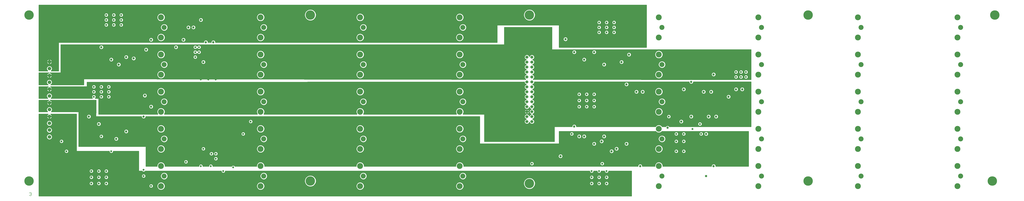
<source format=gbr>
G75*
G70*
%OFA0B0*%
%FSLAX24Y24*%
%IPPOS*%
%LPD*%
%AMOC8*
5,1,8,0,0,1.08239X$1,22.5*
%
%ADD10C,0.0080*%
%ADD11C,0.1004*%
%ADD12C,0.1181*%
%ADD13C,0.1895*%
%ADD14C,0.0709*%
%ADD15C,0.0590*%
%ADD16C,0.0455*%
%ADD17C,0.0396*%
%ADD18C,0.0150*%
D10*
X016149Y000825D02*
X016252Y000721D01*
X016459Y000721D01*
X016562Y000825D01*
X016562Y000928D01*
X016459Y001032D01*
X016355Y001032D01*
X016459Y001032D02*
X016562Y001135D01*
X016562Y001239D01*
X016459Y001342D01*
X016252Y001342D01*
X016149Y001239D01*
D11*
X043238Y004681D03*
X063238Y004681D03*
X083238Y004681D03*
X103238Y004681D03*
X103238Y012181D03*
X083238Y012181D03*
X063238Y012181D03*
X043238Y012181D03*
X043238Y019681D03*
X063238Y019681D03*
X083238Y019681D03*
X103238Y019681D03*
X103238Y027181D03*
X083238Y027181D03*
X063238Y027181D03*
X043238Y027181D03*
X043238Y034681D03*
X063238Y034681D03*
X083238Y034681D03*
X103238Y034681D03*
X143238Y034681D03*
X163238Y034681D03*
X183238Y034681D03*
X203238Y034681D03*
X203238Y027181D03*
X183238Y027181D03*
X163238Y027181D03*
X143238Y027181D03*
X143238Y019681D03*
X163238Y019681D03*
X183238Y019681D03*
X203238Y019681D03*
X203238Y012181D03*
X183238Y012181D03*
X163238Y012181D03*
X143238Y012181D03*
X143238Y004681D03*
X163238Y004681D03*
X183238Y004681D03*
X203238Y004681D03*
D12*
X202609Y002654D03*
X182609Y002654D03*
X162609Y002654D03*
X162609Y006709D03*
X162609Y010154D03*
X182609Y010154D03*
X182609Y006709D03*
X202609Y006709D03*
X202609Y010154D03*
X202609Y014209D03*
X202609Y017654D03*
X182609Y017654D03*
X182609Y014209D03*
X162609Y014209D03*
X162609Y017654D03*
X162609Y021709D03*
X162609Y025154D03*
X182609Y025154D03*
X182609Y021709D03*
X202609Y021709D03*
X202609Y025154D03*
X202609Y029209D03*
X202609Y032654D03*
X182609Y032654D03*
X182609Y029209D03*
X162609Y029209D03*
X162609Y032654D03*
X162609Y036709D03*
X182609Y036709D03*
X202609Y036709D03*
X142609Y036709D03*
X142609Y032654D03*
X142609Y029209D03*
X142609Y025154D03*
X142609Y021709D03*
X142609Y017654D03*
X142609Y014209D03*
X142609Y010154D03*
X142609Y006709D03*
X142609Y002654D03*
X102609Y002654D03*
X102609Y006709D03*
X102609Y010154D03*
X102609Y014209D03*
X102609Y017654D03*
X102609Y021709D03*
X102609Y025154D03*
X102609Y029209D03*
X102609Y032654D03*
X102609Y036709D03*
X082609Y036709D03*
X062609Y036709D03*
X062609Y032654D03*
X062609Y029209D03*
X082609Y029209D03*
X082609Y032654D03*
X082609Y025154D03*
X082609Y021709D03*
X062609Y021709D03*
X062609Y025154D03*
X042609Y025154D03*
X042609Y021709D03*
X042609Y017654D03*
X042609Y014209D03*
X042609Y010154D03*
X042609Y006709D03*
X042609Y002654D03*
X062609Y002654D03*
X082609Y002654D03*
X082609Y006709D03*
X082609Y010154D03*
X062609Y010154D03*
X062609Y006709D03*
X062609Y014209D03*
X062609Y017654D03*
X082609Y017654D03*
X082609Y014209D03*
X042609Y029209D03*
X042609Y032654D03*
X042609Y036709D03*
D13*
X016109Y037181D03*
X072609Y037181D03*
X116609Y037181D03*
X172609Y037181D03*
X210109Y037181D03*
X209609Y003681D03*
X172609Y003681D03*
X116609Y003181D03*
X072609Y003681D03*
X016109Y003681D03*
D14*
X020187Y012583D03*
X020187Y013961D03*
X020187Y015339D03*
X020187Y016717D03*
X020187Y018095D03*
X020187Y019473D03*
X020187Y020851D03*
X020187Y022229D03*
X020187Y023607D03*
X020187Y024985D03*
X020187Y026363D03*
X020187Y027740D03*
D15*
X116109Y027681D03*
X117109Y027681D03*
X117109Y026681D03*
X116109Y026681D03*
X116109Y025681D03*
X117109Y025681D03*
X117109Y024681D03*
X116109Y024681D03*
X116109Y023681D03*
X117109Y023681D03*
X117109Y022681D03*
X116109Y022681D03*
X116109Y021681D03*
X117109Y021681D03*
X117109Y020681D03*
X116109Y020681D03*
X116109Y019681D03*
X117109Y019681D03*
X117109Y018681D03*
X116109Y018681D03*
X116109Y017681D03*
X117109Y017681D03*
X117109Y016681D03*
X116109Y016681D03*
X116109Y015681D03*
X117109Y015681D03*
X117109Y028681D03*
X116109Y028681D03*
D16*
X125609Y029681D03*
X129609Y029681D03*
X136609Y029181D03*
X135109Y027681D03*
X131609Y027181D03*
X127609Y028181D03*
X123859Y032306D03*
X153609Y025181D03*
X149109Y023681D03*
X147609Y022181D03*
X151609Y021681D03*
X153109Y021681D03*
X156609Y020681D03*
X158109Y022181D03*
X159359Y022181D03*
X139359Y021681D03*
X138109Y021681D03*
X136109Y023181D03*
X149109Y016681D03*
X152609Y016681D03*
X154109Y016681D03*
X147109Y015681D03*
X144359Y014431D03*
X152109Y013181D03*
X136109Y011181D03*
X134109Y010181D03*
X133109Y009681D03*
X129609Y011181D03*
X131109Y011681D03*
X131609Y012681D03*
X127609Y012681D03*
X126609Y012681D03*
X125609Y014681D03*
X122859Y008681D03*
X138859Y006681D03*
X152109Y004681D03*
X153609Y006681D03*
X051109Y027681D03*
X039609Y030181D03*
X035609Y028681D03*
X037109Y028431D03*
X032609Y028181D03*
X034109Y027181D03*
X030609Y030681D03*
X040609Y032181D03*
X045609Y030681D03*
X047109Y032181D03*
X051609Y031681D03*
X053109Y031681D03*
X049109Y034681D03*
X048109Y034681D03*
X050609Y036181D03*
X039359Y020931D03*
X040609Y018681D03*
X039109Y016681D03*
X030109Y015181D03*
X028109Y016681D03*
X035609Y013681D03*
X033609Y012181D03*
D17*
X030609Y012681D03*
X022609Y011681D03*
X023609Y009681D03*
X025609Y009181D03*
X026609Y009181D03*
X027609Y009181D03*
X027609Y008181D03*
X026609Y008181D03*
X025609Y008181D03*
X032609Y009681D03*
X047609Y007556D03*
X050609Y006681D03*
X052609Y006681D03*
X055109Y005681D03*
X057109Y006431D03*
X053609Y008181D03*
X053609Y009181D03*
X052734Y009181D03*
X051109Y010181D03*
X051609Y011681D03*
X050109Y011681D03*
X048609Y011681D03*
X048609Y012931D03*
X050109Y012931D03*
X051609Y012931D03*
X051609Y014181D03*
X050109Y014181D03*
X048609Y014181D03*
X059109Y013181D03*
X060609Y015681D03*
X035109Y017681D03*
X034109Y017681D03*
X033109Y017681D03*
X033109Y018681D03*
X034109Y018681D03*
X035109Y018681D03*
X032109Y020681D03*
X030609Y020681D03*
X029109Y020681D03*
X029109Y021681D03*
X030609Y021681D03*
X032109Y021681D03*
X032109Y022681D03*
X030609Y022681D03*
X029109Y022681D03*
X050609Y024181D03*
X052109Y024181D03*
X053609Y024181D03*
X053609Y025181D03*
X052109Y025181D03*
X050609Y025181D03*
X050609Y026181D03*
X052109Y026181D03*
X053609Y026181D03*
X049484Y028681D03*
X049484Y029681D03*
X050234Y029681D03*
X050234Y030681D03*
X049484Y030681D03*
X035734Y032181D03*
X035359Y033306D03*
X034359Y033306D03*
X034609Y035181D03*
X033109Y035181D03*
X031609Y035181D03*
X031609Y036181D03*
X033109Y036181D03*
X034609Y036181D03*
X034609Y037181D03*
X033109Y037181D03*
X031609Y037181D03*
X126609Y021181D03*
X128109Y021181D03*
X129609Y021181D03*
X129609Y019931D03*
X128109Y019931D03*
X126609Y019931D03*
X126609Y018681D03*
X128109Y018681D03*
X129609Y018681D03*
X129609Y017181D03*
X131109Y017181D03*
X132109Y017181D03*
X133109Y017181D03*
X133109Y016181D03*
X132109Y016181D03*
X131109Y016181D03*
X144609Y016681D03*
X150859Y015181D03*
X149359Y014181D03*
X151109Y013181D03*
X147609Y013181D03*
X146109Y013181D03*
X146109Y011681D03*
X147609Y011681D03*
X151609Y011681D03*
X153109Y011681D03*
X154609Y011681D03*
X154609Y010681D03*
X153109Y010681D03*
X151609Y010681D03*
X147609Y009681D03*
X146109Y009681D03*
X151609Y009181D03*
X153109Y009181D03*
X154609Y009181D03*
X132109Y005681D03*
X130609Y005681D03*
X129109Y005681D03*
X125609Y005181D03*
X124609Y005181D03*
X124609Y004181D03*
X125609Y004181D03*
X129109Y004431D03*
X130609Y004431D03*
X132109Y004431D03*
X132109Y003181D03*
X130609Y003181D03*
X129109Y003181D03*
X125609Y003181D03*
X124609Y003181D03*
X131234Y007181D03*
X117109Y007181D03*
X120109Y010181D03*
X125109Y013181D03*
X158109Y024681D03*
X159109Y024681D03*
X160109Y024681D03*
X160109Y025681D03*
X159109Y025681D03*
X158109Y025681D03*
X146609Y025681D03*
X146609Y026681D03*
X146609Y027681D03*
X146609Y028681D03*
X146609Y029681D03*
X135609Y031181D03*
X134609Y031181D03*
X134609Y032181D03*
X135609Y032181D03*
X133609Y032181D03*
X133609Y033681D03*
X132109Y033681D03*
X130609Y033681D03*
X130609Y034681D03*
X132109Y034681D03*
X133609Y034681D03*
X133609Y035681D03*
X132109Y035681D03*
X130609Y035681D03*
X039109Y005931D03*
X039109Y004681D03*
X031609Y004431D03*
X030109Y004431D03*
X028609Y004431D03*
X028609Y003181D03*
X030109Y003181D03*
X031609Y003181D03*
X040609Y002681D03*
X031609Y005681D03*
X030109Y005681D03*
X028609Y005681D03*
D18*
X028906Y005380D02*
X029811Y005380D01*
X029869Y005323D02*
X030024Y005258D01*
X030193Y005258D01*
X030348Y005323D01*
X030467Y005442D01*
X030532Y005597D01*
X030532Y005766D01*
X030467Y005921D01*
X030348Y006040D01*
X030193Y006104D01*
X030024Y006104D01*
X029869Y006040D01*
X029750Y005921D01*
X029685Y005766D01*
X029685Y005597D01*
X029750Y005442D01*
X029869Y005323D01*
X029714Y005529D02*
X029003Y005529D01*
X029032Y005597D02*
X028967Y005442D01*
X028848Y005323D01*
X028693Y005258D01*
X028524Y005258D01*
X028369Y005323D01*
X028250Y005442D01*
X028185Y005597D01*
X028185Y005766D01*
X028250Y005921D01*
X028369Y006040D01*
X028524Y006104D01*
X028693Y006104D01*
X028848Y006040D01*
X028967Y005921D01*
X029032Y005766D01*
X029032Y005597D01*
X029032Y005678D02*
X029685Y005678D01*
X029710Y005826D02*
X029007Y005826D01*
X028914Y005975D02*
X029803Y005975D01*
X030414Y005975D02*
X031303Y005975D01*
X031250Y005921D02*
X031185Y005766D01*
X031185Y005597D01*
X031250Y005442D01*
X031369Y005323D01*
X031524Y005258D01*
X031693Y005258D01*
X031848Y005323D01*
X031967Y005442D01*
X032032Y005597D01*
X032032Y005766D01*
X031967Y005921D01*
X031848Y006040D01*
X031693Y006104D01*
X031524Y006104D01*
X031369Y006040D01*
X031250Y005921D01*
X031210Y005826D02*
X030507Y005826D01*
X030532Y005678D02*
X031185Y005678D01*
X031214Y005529D02*
X030503Y005529D01*
X030406Y005380D02*
X031311Y005380D01*
X031524Y004854D02*
X031369Y004790D01*
X031250Y004671D01*
X031185Y004516D01*
X031185Y004347D01*
X031250Y004192D01*
X031369Y004073D01*
X031524Y004008D01*
X031693Y004008D01*
X031848Y004073D01*
X031967Y004192D01*
X042700Y004192D01*
X042622Y004270D02*
X042827Y004065D01*
X043094Y003954D01*
X043383Y003954D01*
X043650Y004065D01*
X043855Y004270D01*
X043965Y004537D01*
X043965Y004826D01*
X043855Y005093D01*
X043650Y005298D01*
X043383Y005408D01*
X043094Y005408D01*
X042827Y005298D01*
X042622Y005093D01*
X042511Y004826D01*
X042511Y004537D01*
X042622Y004270D01*
X042593Y004341D02*
X039366Y004341D01*
X039348Y004323D02*
X039467Y004442D01*
X039532Y004597D01*
X039532Y004766D01*
X039467Y004921D01*
X039348Y005040D01*
X039193Y005104D01*
X039024Y005104D01*
X038869Y005040D01*
X038750Y004921D01*
X038685Y004766D01*
X038685Y004597D01*
X038750Y004442D01*
X038869Y004323D01*
X039024Y004258D01*
X039193Y004258D01*
X039348Y004323D01*
X039487Y004489D02*
X042531Y004489D01*
X042511Y004638D02*
X039532Y004638D01*
X039523Y004786D02*
X042511Y004786D01*
X042557Y004935D02*
X039453Y004935D01*
X039244Y005083D02*
X042618Y005083D01*
X042761Y005232D02*
X018109Y005232D01*
X018109Y005380D02*
X028311Y005380D01*
X028214Y005529D02*
X018109Y005529D01*
X018109Y005678D02*
X028185Y005678D01*
X028210Y005826D02*
X018109Y005826D01*
X018109Y005975D02*
X028303Y005975D01*
X031914Y005975D02*
X038109Y005975D01*
X038109Y006123D02*
X018109Y006123D01*
X018109Y006272D02*
X038109Y006272D01*
X038109Y006420D02*
X018109Y006420D01*
X018109Y006569D02*
X038109Y006569D01*
X038109Y006717D02*
X018109Y006717D01*
X018109Y006866D02*
X038109Y006866D01*
X038109Y007014D02*
X018109Y007014D01*
X018109Y007163D02*
X038109Y007163D01*
X038109Y007311D02*
X018109Y007311D01*
X018109Y007460D02*
X038109Y007460D01*
X038109Y007609D02*
X018109Y007609D01*
X018109Y007757D02*
X038109Y007757D01*
X038109Y007906D02*
X018109Y007906D01*
X018109Y008054D02*
X038109Y008054D01*
X038109Y008203D02*
X018109Y008203D01*
X018109Y008351D02*
X038109Y008351D01*
X038109Y008500D02*
X018109Y008500D01*
X018109Y008648D02*
X038109Y008648D01*
X038109Y008797D02*
X018109Y008797D01*
X018109Y008945D02*
X038109Y008945D01*
X038109Y009094D02*
X018109Y009094D01*
X018109Y009243D02*
X038109Y009243D01*
X038109Y009391D02*
X032917Y009391D01*
X032967Y009442D02*
X033032Y009597D01*
X033032Y009681D01*
X038109Y009681D01*
X038109Y005681D01*
X038760Y005681D01*
X038869Y005573D01*
X039024Y005508D01*
X039193Y005508D01*
X039348Y005573D01*
X039457Y005681D01*
X054685Y005681D01*
X054685Y005597D01*
X054750Y005442D01*
X054869Y005323D01*
X055024Y005258D01*
X055193Y005258D01*
X055348Y005323D01*
X055467Y005442D01*
X055532Y005597D01*
X055532Y005681D01*
X128685Y005681D01*
X128685Y005597D01*
X128750Y005442D01*
X128869Y005323D01*
X129024Y005258D01*
X129193Y005258D01*
X129348Y005323D01*
X129467Y005442D01*
X129532Y005597D01*
X129532Y005681D01*
X130185Y005681D01*
X130185Y005597D01*
X130250Y005442D01*
X130369Y005323D01*
X130524Y005258D01*
X130693Y005258D01*
X130848Y005323D01*
X130967Y005442D01*
X131032Y005597D01*
X131032Y005681D01*
X131685Y005681D01*
X131685Y005597D01*
X131750Y005442D01*
X131869Y005323D01*
X132024Y005258D01*
X132193Y005258D01*
X132348Y005323D01*
X132467Y005442D01*
X132532Y005597D01*
X132532Y005681D01*
X137109Y005681D01*
X137109Y000681D01*
X018109Y000681D01*
X018109Y017174D01*
X019907Y017174D01*
X019887Y017166D01*
X019739Y017017D01*
X019658Y016822D01*
X019658Y016760D01*
X020144Y016760D01*
X020144Y016674D01*
X019658Y016674D01*
X019658Y016612D01*
X019739Y016417D01*
X019887Y016268D01*
X020082Y016188D01*
X020144Y016188D01*
X020144Y016673D01*
X020230Y016673D01*
X020230Y016188D01*
X020293Y016188D01*
X020487Y016268D01*
X020636Y016417D01*
X020717Y016612D01*
X020717Y016674D01*
X020231Y016674D01*
X020231Y016760D01*
X020717Y016760D01*
X020717Y016822D01*
X020636Y017017D01*
X020487Y017166D01*
X020468Y017174D01*
X025609Y017174D01*
X025609Y009681D01*
X032185Y009681D01*
X032185Y009597D01*
X032250Y009442D01*
X032369Y009323D01*
X032524Y009258D01*
X032693Y009258D01*
X032848Y009323D01*
X032967Y009442D01*
X033008Y009540D02*
X038109Y009540D01*
X039609Y009540D02*
X042069Y009540D01*
X042146Y009462D02*
X042446Y009338D01*
X042771Y009338D01*
X043070Y009462D01*
X043300Y009692D01*
X043424Y009992D01*
X043424Y010316D01*
X043300Y010616D01*
X043070Y010845D01*
X042771Y010969D01*
X042446Y010969D01*
X042146Y010845D01*
X041917Y010616D01*
X041793Y010316D01*
X041793Y009992D01*
X041917Y009692D01*
X042146Y009462D01*
X042319Y009391D02*
X039609Y009391D01*
X039609Y009243D02*
X052310Y009243D01*
X052310Y009266D02*
X052310Y009097D01*
X052375Y008942D01*
X052494Y008823D01*
X052649Y008758D01*
X052818Y008758D01*
X052973Y008823D01*
X053092Y008942D01*
X053157Y009097D01*
X053157Y009266D01*
X053092Y009421D01*
X052973Y009540D01*
X052818Y009604D01*
X052649Y009604D01*
X052494Y009540D01*
X052375Y009421D01*
X052310Y009266D01*
X052362Y009391D02*
X042898Y009391D01*
X043148Y009540D02*
X052493Y009540D01*
X052974Y009540D02*
X053368Y009540D01*
X053369Y009540D02*
X053250Y009421D01*
X053185Y009266D01*
X053185Y009097D01*
X053250Y008942D01*
X053369Y008823D01*
X053524Y008758D01*
X053693Y008758D01*
X053848Y008823D01*
X053967Y008942D01*
X054032Y009097D01*
X054032Y009266D01*
X053967Y009421D01*
X053848Y009540D01*
X053693Y009604D01*
X053524Y009604D01*
X053369Y009540D01*
X053237Y009391D02*
X053105Y009391D01*
X053157Y009243D02*
X053185Y009243D01*
X053187Y009094D02*
X053155Y009094D01*
X053094Y008945D02*
X053248Y008945D01*
X053431Y008797D02*
X052911Y008797D01*
X052556Y008797D02*
X039609Y008797D01*
X039609Y008945D02*
X052373Y008945D01*
X052312Y009094D02*
X039609Y009094D01*
X039609Y008648D02*
X122406Y008648D01*
X122406Y008591D02*
X122475Y008425D01*
X122602Y008298D01*
X122768Y008229D01*
X122949Y008229D01*
X123115Y008298D01*
X123242Y008425D01*
X123311Y008591D01*
X123311Y008771D01*
X123242Y008938D01*
X123115Y009065D01*
X122949Y009134D01*
X122768Y009134D01*
X122602Y009065D01*
X122475Y008938D01*
X122406Y008771D01*
X122406Y008591D01*
X122444Y008500D02*
X053888Y008500D01*
X053848Y008540D02*
X053693Y008604D01*
X053524Y008604D01*
X053369Y008540D01*
X053250Y008421D01*
X053185Y008266D01*
X053185Y008097D01*
X053250Y007942D01*
X053369Y007823D01*
X053524Y007758D01*
X053693Y007758D01*
X053848Y007823D01*
X053967Y007942D01*
X054032Y008097D01*
X054032Y008266D01*
X053967Y008421D01*
X053848Y008540D01*
X053996Y008351D02*
X122548Y008351D01*
X122416Y008797D02*
X053786Y008797D01*
X053969Y008945D02*
X122482Y008945D01*
X122672Y009094D02*
X054030Y009094D01*
X054032Y009243D02*
X132985Y009243D01*
X133018Y009229D02*
X133199Y009229D01*
X133365Y009298D01*
X133492Y009425D01*
X133561Y009591D01*
X133561Y009771D01*
X133492Y009938D01*
X133365Y010065D01*
X133199Y010134D01*
X133656Y010134D01*
X133656Y010091D02*
X133725Y009925D01*
X133852Y009798D01*
X134018Y009729D01*
X134199Y009729D01*
X134365Y009798D01*
X134492Y009925D01*
X134561Y010091D01*
X134561Y010271D01*
X134492Y010438D01*
X134365Y010565D01*
X134199Y010634D01*
X134018Y010634D01*
X133852Y010565D01*
X133725Y010438D01*
X133656Y010271D01*
X133656Y010091D01*
X133700Y009985D02*
X133445Y009985D01*
X133534Y009837D02*
X133813Y009837D01*
X133561Y009688D02*
X141921Y009688D01*
X141917Y009692D02*
X142146Y009462D01*
X142446Y009338D01*
X142771Y009338D01*
X143070Y009462D01*
X143300Y009692D01*
X143424Y009992D01*
X143424Y010316D01*
X143300Y010616D01*
X143070Y010845D01*
X142771Y010969D01*
X142446Y010969D01*
X142146Y010845D01*
X141917Y010616D01*
X141793Y010316D01*
X141793Y009992D01*
X141917Y009692D01*
X141857Y009837D02*
X134404Y009837D01*
X134517Y009985D02*
X141796Y009985D01*
X141793Y010134D02*
X134561Y010134D01*
X134557Y010282D02*
X141793Y010282D01*
X141841Y010431D02*
X134495Y010431D01*
X134330Y010579D02*
X141902Y010579D01*
X142029Y010728D02*
X103188Y010728D01*
X103300Y010616D02*
X103070Y010845D01*
X102771Y010969D01*
X102446Y010969D01*
X102146Y010845D01*
X101917Y010616D01*
X101793Y010316D01*
X101793Y009992D01*
X101917Y009692D01*
X102146Y009462D01*
X102446Y009338D01*
X102771Y009338D01*
X103070Y009462D01*
X103300Y009692D01*
X103424Y009992D01*
X103424Y010316D01*
X103300Y010616D01*
X103315Y010579D02*
X133887Y010579D01*
X133722Y010431D02*
X103376Y010431D01*
X103424Y010282D02*
X133660Y010282D01*
X133199Y010134D02*
X133018Y010134D01*
X103424Y010134D01*
X103421Y009985D02*
X132772Y009985D01*
X132725Y009938D02*
X132656Y009771D01*
X132656Y009591D01*
X132725Y009425D01*
X132852Y009298D01*
X133018Y009229D01*
X133232Y009243D02*
X160609Y009243D01*
X160609Y009391D02*
X147917Y009391D01*
X147967Y009442D02*
X148032Y009597D01*
X148032Y009766D01*
X147967Y009921D01*
X147848Y010040D01*
X147693Y010104D01*
X147524Y010104D01*
X147369Y010040D01*
X147250Y009921D01*
X147185Y009766D01*
X147185Y009597D01*
X147250Y009442D01*
X147369Y009323D01*
X147524Y009258D01*
X147693Y009258D01*
X147848Y009323D01*
X147967Y009442D01*
X148008Y009540D02*
X160609Y009540D01*
X160609Y009688D02*
X148032Y009688D01*
X148002Y009837D02*
X160609Y009837D01*
X160609Y009985D02*
X147903Y009985D01*
X147314Y009985D02*
X146403Y009985D01*
X146348Y010040D02*
X146193Y010104D01*
X146024Y010104D01*
X145869Y010040D01*
X145750Y009921D01*
X145685Y009766D01*
X145685Y009597D01*
X145750Y009442D01*
X145869Y009323D01*
X146024Y009258D01*
X146193Y009258D01*
X146348Y009323D01*
X146467Y009442D01*
X146532Y009597D01*
X146532Y009766D01*
X146467Y009921D01*
X146348Y010040D01*
X146502Y009837D02*
X147215Y009837D01*
X147185Y009688D02*
X146532Y009688D01*
X146508Y009540D02*
X147209Y009540D01*
X147300Y009391D02*
X146417Y009391D01*
X145800Y009391D02*
X142898Y009391D01*
X143148Y009540D02*
X145709Y009540D01*
X145685Y009688D02*
X143296Y009688D01*
X143360Y009837D02*
X145715Y009837D01*
X145814Y009985D02*
X143421Y009985D01*
X143424Y010134D02*
X160609Y010134D01*
X160609Y010282D02*
X143424Y010282D01*
X143376Y010431D02*
X160609Y010431D01*
X160609Y010579D02*
X143315Y010579D01*
X143188Y010728D02*
X160609Y010728D01*
X160609Y010877D02*
X142995Y010877D01*
X142222Y010877D02*
X136444Y010877D01*
X136492Y010925D02*
X136365Y010798D01*
X136199Y010729D01*
X136018Y010729D01*
X135852Y010798D01*
X135725Y010925D01*
X135656Y011091D01*
X135656Y011271D01*
X135725Y011438D01*
X135852Y011565D01*
X136018Y011634D01*
X136199Y011634D01*
X136365Y011565D01*
X136492Y011438D01*
X136561Y011271D01*
X136561Y011091D01*
X136492Y010925D01*
X136534Y011025D02*
X160609Y011025D01*
X160609Y011174D02*
X136561Y011174D01*
X136540Y011322D02*
X145870Y011322D01*
X145869Y011323D02*
X146024Y011258D01*
X146193Y011258D01*
X146348Y011323D01*
X146467Y011442D01*
X146532Y011597D01*
X146532Y011766D01*
X146467Y011921D01*
X146348Y012040D01*
X146193Y012104D01*
X146024Y012104D01*
X145869Y012040D01*
X145750Y011921D01*
X145685Y011766D01*
X145685Y011597D01*
X145750Y011442D01*
X145869Y011323D01*
X145738Y011471D02*
X143422Y011471D01*
X143383Y011454D02*
X143650Y011565D01*
X143855Y011770D01*
X143965Y012037D01*
X143965Y012326D01*
X143855Y012593D01*
X143650Y012798D01*
X143383Y012908D01*
X143094Y012908D01*
X142827Y012798D01*
X142622Y012593D01*
X142511Y012326D01*
X142511Y012037D01*
X142622Y011770D01*
X142827Y011565D01*
X143094Y011454D01*
X143383Y011454D01*
X143054Y011471D02*
X136459Y011471D01*
X136234Y011619D02*
X142772Y011619D01*
X142624Y011768D02*
X131561Y011768D01*
X131561Y011771D02*
X131492Y011938D01*
X131365Y012065D01*
X142511Y012065D01*
X142511Y012213D02*
X122609Y012213D01*
X122609Y012065D02*
X130852Y012065D01*
X130725Y011938D01*
X130656Y011771D01*
X130656Y011591D01*
X130725Y011425D01*
X130852Y011298D01*
X131018Y011229D01*
X131199Y011229D01*
X131365Y011298D01*
X131492Y011425D01*
X131561Y011591D01*
X131561Y011771D01*
X131561Y011619D02*
X135983Y011619D01*
X135758Y011471D02*
X131511Y011471D01*
X131389Y011322D02*
X135677Y011322D01*
X135656Y011174D02*
X130061Y011174D01*
X130061Y011091D02*
X129992Y010925D01*
X129865Y010798D01*
X129699Y010729D01*
X129518Y010729D01*
X129352Y010798D01*
X129225Y010925D01*
X129156Y011091D01*
X129156Y011271D01*
X129225Y011438D01*
X129352Y011565D01*
X129518Y011634D01*
X129699Y011634D01*
X129865Y011565D01*
X129992Y011438D01*
X130061Y011271D01*
X130061Y011091D01*
X130034Y011025D02*
X135683Y011025D01*
X135773Y010877D02*
X129944Y010877D01*
X129273Y010877D02*
X102995Y010877D01*
X102222Y010877D02*
X082995Y010877D01*
X083070Y010845D02*
X082771Y010969D01*
X082446Y010969D01*
X082146Y010845D01*
X081917Y010616D01*
X081793Y010316D01*
X081793Y009992D01*
X081917Y009692D01*
X082146Y009462D01*
X082446Y009338D01*
X082771Y009338D01*
X083070Y009462D01*
X083300Y009692D01*
X083424Y009992D01*
X083424Y010316D01*
X083300Y010616D01*
X083070Y010845D01*
X083188Y010728D02*
X102029Y010728D01*
X101902Y010579D02*
X083315Y010579D01*
X083376Y010431D02*
X101841Y010431D01*
X101793Y010282D02*
X083424Y010282D01*
X083424Y010134D02*
X101793Y010134D01*
X101796Y009985D02*
X083421Y009985D01*
X083360Y009837D02*
X101857Y009837D01*
X101921Y009688D02*
X083296Y009688D01*
X083148Y009540D02*
X102069Y009540D01*
X102319Y009391D02*
X082898Y009391D01*
X082319Y009391D02*
X062898Y009391D01*
X062771Y009338D02*
X063070Y009462D01*
X063300Y009692D01*
X063424Y009992D01*
X063424Y010316D01*
X063300Y010616D01*
X063070Y010845D01*
X062771Y010969D01*
X062446Y010969D01*
X062146Y010845D01*
X061917Y010616D01*
X061793Y010316D01*
X061793Y009992D01*
X061917Y009692D01*
X062146Y009462D01*
X062446Y009338D01*
X062771Y009338D01*
X063148Y009540D02*
X082069Y009540D01*
X081921Y009688D02*
X063296Y009688D01*
X063360Y009837D02*
X081857Y009837D01*
X081796Y009985D02*
X063421Y009985D01*
X063424Y010134D02*
X081793Y010134D01*
X081793Y010282D02*
X063424Y010282D01*
X063376Y010431D02*
X081841Y010431D01*
X081902Y010579D02*
X063315Y010579D01*
X063188Y010728D02*
X082029Y010728D01*
X082222Y010877D02*
X062995Y010877D01*
X062222Y010877D02*
X042995Y010877D01*
X043188Y010728D02*
X062029Y010728D01*
X061902Y010579D02*
X051253Y010579D01*
X051193Y010604D02*
X051024Y010604D01*
X050869Y010540D01*
X050750Y010421D01*
X050685Y010266D01*
X050685Y010097D01*
X050750Y009942D01*
X050869Y009823D01*
X051024Y009758D01*
X051193Y009758D01*
X051348Y009823D01*
X051467Y009942D01*
X051532Y010097D01*
X051532Y010266D01*
X051467Y010421D01*
X051348Y010540D01*
X051193Y010604D01*
X050964Y010579D02*
X043315Y010579D01*
X043376Y010431D02*
X050760Y010431D01*
X050692Y010282D02*
X043424Y010282D01*
X043424Y010134D02*
X050685Y010134D01*
X050732Y009985D02*
X043421Y009985D01*
X043360Y009837D02*
X050855Y009837D01*
X051362Y009837D02*
X061857Y009837D01*
X061796Y009985D02*
X051485Y009985D01*
X051532Y010134D02*
X061793Y010134D01*
X061793Y010282D02*
X051525Y010282D01*
X051457Y010431D02*
X061841Y010431D01*
X061921Y009688D02*
X043296Y009688D01*
X041921Y009688D02*
X039609Y009688D01*
X039609Y009837D02*
X041857Y009837D01*
X041796Y009985D02*
X039609Y009985D01*
X039609Y010134D02*
X041793Y010134D01*
X041793Y010282D02*
X039609Y010282D01*
X039609Y010431D02*
X041841Y010431D01*
X041902Y010579D02*
X039609Y010579D01*
X039609Y010681D02*
X026109Y010681D01*
X026109Y017674D01*
X020585Y017674D01*
X020678Y017767D01*
X020767Y017980D01*
X020767Y018210D01*
X020678Y018423D01*
X020515Y018586D01*
X020302Y018674D01*
X020072Y018674D01*
X019859Y018586D01*
X019696Y018423D01*
X019608Y018210D01*
X019608Y017980D01*
X019696Y017767D01*
X019789Y017674D01*
X018109Y017674D01*
X018109Y019985D01*
X020040Y019985D01*
X019887Y019921D01*
X019739Y019773D01*
X019658Y019578D01*
X019658Y019516D01*
X020144Y019516D01*
X020144Y019430D01*
X019658Y019430D01*
X019658Y019367D01*
X019739Y019173D01*
X019887Y019024D01*
X020082Y018943D01*
X020144Y018943D01*
X020144Y019429D01*
X020230Y019429D01*
X020230Y018943D01*
X020293Y018943D01*
X020487Y019024D01*
X020636Y019173D01*
X020717Y019367D01*
X020717Y019430D01*
X020231Y019430D01*
X020231Y019516D01*
X020717Y019516D01*
X020717Y019578D01*
X020636Y019773D01*
X020487Y019921D01*
X020335Y019985D01*
X029538Y019985D01*
X029538Y017406D01*
X029510Y017426D01*
X029510Y016681D01*
X038656Y016681D01*
X038656Y016591D01*
X038725Y016425D01*
X038852Y016298D01*
X039018Y016229D01*
X039199Y016229D01*
X039365Y016298D01*
X039492Y016425D01*
X039561Y016591D01*
X039561Y016681D01*
X106609Y016681D01*
X106609Y011181D01*
X122609Y011181D01*
X122609Y013681D01*
X141983Y013681D01*
X142146Y013518D01*
X142446Y013393D01*
X142771Y013393D01*
X143070Y013518D01*
X143234Y013681D01*
X160609Y013681D01*
X160609Y006681D01*
X154061Y006681D01*
X154061Y006771D01*
X153992Y006938D01*
X153865Y007065D01*
X153699Y007134D01*
X153518Y007134D01*
X153352Y007065D01*
X153225Y006938D01*
X153156Y006771D01*
X153156Y006681D01*
X143424Y006681D01*
X143424Y006871D01*
X143300Y007171D01*
X143070Y007400D01*
X142771Y007524D01*
X142446Y007524D01*
X142146Y007400D01*
X141917Y007171D01*
X141793Y006871D01*
X141793Y006681D01*
X139311Y006681D01*
X139311Y006771D01*
X139242Y006938D01*
X139115Y007065D01*
X138949Y007134D01*
X138768Y007134D01*
X138602Y007065D01*
X138475Y006938D01*
X138406Y006771D01*
X138406Y006681D01*
X103424Y006681D01*
X103424Y006871D01*
X103300Y007171D01*
X103070Y007400D01*
X102771Y007524D01*
X102446Y007524D01*
X102146Y007400D01*
X101917Y007171D01*
X101793Y006871D01*
X101793Y006681D01*
X083424Y006681D01*
X083424Y006871D01*
X083300Y007171D01*
X083070Y007400D01*
X082771Y007524D01*
X082446Y007524D01*
X082146Y007400D01*
X081917Y007171D01*
X081793Y006871D01*
X081793Y006681D01*
X063424Y006681D01*
X063424Y006871D01*
X063300Y007171D01*
X063070Y007400D01*
X062771Y007524D01*
X062446Y007524D01*
X062146Y007400D01*
X061917Y007171D01*
X061793Y006871D01*
X061793Y006681D01*
X057457Y006681D01*
X057348Y006790D01*
X057193Y006854D01*
X057024Y006854D01*
X056869Y006790D01*
X056760Y006681D01*
X053032Y006681D01*
X053032Y006766D01*
X052967Y006921D01*
X052848Y007040D01*
X052693Y007104D01*
X052524Y007104D01*
X052369Y007040D01*
X052250Y006921D01*
X052185Y006766D01*
X052185Y006681D01*
X051032Y006681D01*
X051032Y006766D01*
X050967Y006921D01*
X050848Y007040D01*
X050693Y007104D01*
X050524Y007104D01*
X050369Y007040D01*
X050250Y006921D01*
X050185Y006766D01*
X050185Y006681D01*
X043424Y006681D01*
X043424Y006871D01*
X043300Y007171D01*
X043070Y007400D01*
X042771Y007524D01*
X042446Y007524D01*
X042146Y007400D01*
X041917Y007171D01*
X041793Y006871D01*
X041793Y006681D01*
X039609Y006681D01*
X039609Y010681D01*
X042029Y010728D02*
X026109Y010728D01*
X026109Y010877D02*
X042222Y010877D01*
X042827Y011565D02*
X043094Y011454D01*
X043383Y011454D01*
X043650Y011565D01*
X043855Y011770D01*
X043965Y012037D01*
X043965Y012326D01*
X043855Y012593D01*
X043650Y012798D01*
X043383Y012908D01*
X043094Y012908D01*
X042827Y012798D01*
X042622Y012593D01*
X042511Y012326D01*
X042511Y012037D01*
X042622Y011770D01*
X042827Y011565D01*
X042772Y011619D02*
X026109Y011619D01*
X026109Y011471D02*
X043054Y011471D01*
X043422Y011471D02*
X063054Y011471D01*
X063094Y011454D02*
X063383Y011454D01*
X063650Y011565D01*
X063855Y011770D01*
X063965Y012037D01*
X063965Y012326D01*
X063855Y012593D01*
X063650Y012798D01*
X063383Y012908D01*
X063094Y012908D01*
X062827Y012798D01*
X062622Y012593D01*
X062511Y012326D01*
X062511Y012037D01*
X062622Y011770D01*
X062827Y011565D01*
X063094Y011454D01*
X063422Y011471D02*
X083054Y011471D01*
X083094Y011454D02*
X083383Y011454D01*
X083650Y011565D01*
X083855Y011770D01*
X083965Y012037D01*
X083965Y012326D01*
X083855Y012593D01*
X083650Y012798D01*
X083383Y012908D01*
X083094Y012908D01*
X082827Y012798D01*
X082622Y012593D01*
X082511Y012326D01*
X082511Y012037D01*
X082622Y011770D01*
X082827Y011565D01*
X083094Y011454D01*
X083422Y011471D02*
X103054Y011471D01*
X103094Y011454D02*
X103383Y011454D01*
X103650Y011565D01*
X103855Y011770D01*
X103965Y012037D01*
X103965Y012326D01*
X103855Y012593D01*
X103650Y012798D01*
X103383Y012908D01*
X103094Y012908D01*
X102827Y012798D01*
X102622Y012593D01*
X102511Y012326D01*
X102511Y012037D01*
X102622Y011770D01*
X102827Y011565D01*
X103094Y011454D01*
X103422Y011471D02*
X106609Y011471D01*
X106609Y011619D02*
X103704Y011619D01*
X103853Y011768D02*
X106609Y011768D01*
X106609Y011916D02*
X103915Y011916D01*
X103965Y012065D02*
X106609Y012065D01*
X106609Y012213D02*
X103965Y012213D01*
X103950Y012362D02*
X106609Y012362D01*
X106609Y012511D02*
X103889Y012511D01*
X103789Y012659D02*
X106609Y012659D01*
X106609Y012808D02*
X103626Y012808D01*
X102851Y012808D02*
X083626Y012808D01*
X083789Y012659D02*
X102688Y012659D01*
X102588Y012511D02*
X083889Y012511D01*
X083950Y012362D02*
X102526Y012362D01*
X102511Y012213D02*
X083965Y012213D01*
X083965Y012065D02*
X102511Y012065D01*
X102561Y011916D02*
X083915Y011916D01*
X083853Y011768D02*
X102624Y011768D01*
X102772Y011619D02*
X083704Y011619D01*
X082772Y011619D02*
X063704Y011619D01*
X063853Y011768D02*
X082624Y011768D01*
X082561Y011916D02*
X063915Y011916D01*
X063965Y012065D02*
X082511Y012065D01*
X082511Y012213D02*
X063965Y012213D01*
X063950Y012362D02*
X082526Y012362D01*
X082588Y012511D02*
X063889Y012511D01*
X063789Y012659D02*
X082688Y012659D01*
X082851Y012808D02*
X063626Y012808D01*
X062851Y012808D02*
X059312Y012808D01*
X059348Y012823D02*
X059467Y012942D01*
X059532Y013097D01*
X059532Y013266D01*
X059467Y013421D01*
X059348Y013540D01*
X059193Y013604D01*
X059024Y013604D01*
X058869Y013540D01*
X058750Y013421D01*
X058685Y013266D01*
X058685Y013097D01*
X058750Y012942D01*
X058869Y012823D01*
X059024Y012758D01*
X059193Y012758D01*
X059348Y012823D01*
X059473Y012956D02*
X106609Y012956D01*
X106609Y013105D02*
X059532Y013105D01*
X059532Y013253D02*
X106609Y013253D01*
X106609Y013402D02*
X102791Y013402D01*
X102771Y013393D02*
X103070Y013518D01*
X103300Y013747D01*
X103424Y014047D01*
X103424Y014371D01*
X103300Y014671D01*
X103070Y014900D01*
X102771Y015024D01*
X102446Y015024D01*
X102146Y014900D01*
X101917Y014671D01*
X101793Y014371D01*
X101793Y014047D01*
X101917Y013747D01*
X102146Y013518D01*
X102446Y013393D01*
X102771Y013393D01*
X102426Y013402D02*
X082791Y013402D01*
X082771Y013393D02*
X083070Y013518D01*
X083300Y013747D01*
X083424Y014047D01*
X083424Y014371D01*
X083300Y014671D01*
X083070Y014900D01*
X082771Y015024D01*
X082446Y015024D01*
X082146Y014900D01*
X081917Y014671D01*
X081793Y014371D01*
X081793Y014047D01*
X081917Y013747D01*
X082146Y013518D01*
X082446Y013393D01*
X082771Y013393D01*
X082426Y013402D02*
X062791Y013402D01*
X062771Y013393D02*
X063070Y013518D01*
X063300Y013747D01*
X063424Y014047D01*
X063424Y014371D01*
X063300Y014671D01*
X063070Y014900D01*
X062771Y015024D01*
X062446Y015024D01*
X062146Y014900D01*
X061917Y014671D01*
X061793Y014371D01*
X061793Y014047D01*
X061917Y013747D01*
X062146Y013518D01*
X062446Y013393D01*
X062771Y013393D01*
X062426Y013402D02*
X059475Y013402D01*
X059323Y013550D02*
X062114Y013550D01*
X061965Y013699D02*
X043252Y013699D01*
X043300Y013747D02*
X043070Y013518D01*
X042771Y013393D01*
X042446Y013393D01*
X042146Y013518D01*
X041917Y013747D01*
X041793Y014047D01*
X041793Y014371D01*
X041917Y014671D01*
X042146Y014900D01*
X042446Y015024D01*
X042771Y015024D01*
X043070Y014900D01*
X043300Y014671D01*
X043424Y014371D01*
X043424Y014047D01*
X043300Y013747D01*
X043341Y013847D02*
X061876Y013847D01*
X061814Y013996D02*
X043403Y013996D01*
X043424Y014144D02*
X061793Y014144D01*
X061793Y014293D02*
X043424Y014293D01*
X043395Y014442D02*
X061822Y014442D01*
X061884Y014590D02*
X043333Y014590D01*
X043232Y014739D02*
X061985Y014739D01*
X062133Y014887D02*
X043084Y014887D01*
X042133Y014887D02*
X030454Y014887D01*
X030492Y014925D02*
X030561Y015091D01*
X030561Y015271D01*
X030492Y015438D01*
X030365Y015565D01*
X030199Y015634D01*
X030018Y015634D01*
X029852Y015565D01*
X029725Y015438D01*
X029656Y015271D01*
X029656Y015091D01*
X029725Y014925D01*
X029852Y014798D01*
X030018Y014729D01*
X030199Y014729D01*
X030365Y014798D01*
X030492Y014925D01*
X030538Y015036D02*
X106609Y015036D01*
X106609Y015184D02*
X030561Y015184D01*
X030536Y015333D02*
X060359Y015333D01*
X060369Y015323D02*
X060524Y015258D01*
X060693Y015258D01*
X060848Y015323D01*
X060967Y015442D01*
X061032Y015597D01*
X061032Y015766D01*
X060967Y015921D01*
X060848Y016040D01*
X060693Y016104D01*
X060524Y016104D01*
X060369Y016040D01*
X060250Y015921D01*
X060185Y015766D01*
X060185Y015597D01*
X060250Y015442D01*
X060369Y015323D01*
X060233Y015481D02*
X030449Y015481D01*
X030208Y015630D02*
X060185Y015630D01*
X060191Y015778D02*
X026109Y015778D01*
X026109Y015630D02*
X030009Y015630D01*
X029768Y015481D02*
X026109Y015481D01*
X026109Y015333D02*
X029681Y015333D01*
X029656Y015184D02*
X026109Y015184D01*
X026109Y015036D02*
X029679Y015036D01*
X029763Y014887D02*
X026109Y014887D01*
X026109Y014739D02*
X029995Y014739D01*
X030222Y014739D02*
X041985Y014739D01*
X041884Y014590D02*
X026109Y014590D01*
X026109Y014442D02*
X041822Y014442D01*
X041793Y014293D02*
X026109Y014293D01*
X026109Y014144D02*
X041793Y014144D01*
X041814Y013996D02*
X035934Y013996D01*
X035992Y013938D02*
X035865Y014065D01*
X035699Y014134D01*
X035518Y014134D01*
X035352Y014065D01*
X035225Y013938D01*
X035156Y013771D01*
X035156Y013591D01*
X035225Y013425D01*
X035352Y013298D01*
X035518Y013229D01*
X035699Y013229D01*
X035865Y013298D01*
X035992Y013425D01*
X036061Y013591D01*
X036061Y013771D01*
X035992Y013938D01*
X036030Y013847D02*
X041876Y013847D01*
X041965Y013699D02*
X036061Y013699D01*
X036044Y013550D02*
X042114Y013550D01*
X042426Y013402D02*
X035969Y013402D01*
X035758Y013253D02*
X058685Y013253D01*
X058685Y013105D02*
X026109Y013105D01*
X026109Y013253D02*
X035459Y013253D01*
X035248Y013402D02*
X026109Y013402D01*
X026109Y013550D02*
X035173Y013550D01*
X035156Y013699D02*
X026109Y013699D01*
X026109Y013847D02*
X035187Y013847D01*
X035283Y013996D02*
X026109Y013996D01*
X025609Y013996D02*
X020767Y013996D01*
X020767Y014076D02*
X020678Y014289D01*
X020515Y014452D01*
X020302Y014540D01*
X020072Y014540D01*
X019859Y014452D01*
X019696Y014289D01*
X019608Y014076D01*
X019608Y013846D01*
X019696Y013633D01*
X019859Y013470D01*
X020072Y013382D01*
X020302Y013382D01*
X020515Y013470D01*
X020678Y013633D01*
X020767Y013846D01*
X020767Y014076D01*
X020738Y014144D02*
X025609Y014144D01*
X025609Y014293D02*
X020674Y014293D01*
X020526Y014442D02*
X025609Y014442D01*
X025609Y014590D02*
X018109Y014590D01*
X018109Y014442D02*
X019849Y014442D01*
X019700Y014293D02*
X018109Y014293D01*
X018109Y014144D02*
X019636Y014144D01*
X019608Y013996D02*
X018109Y013996D01*
X018109Y013847D02*
X019608Y013847D01*
X019669Y013699D02*
X018109Y013699D01*
X018109Y013550D02*
X019779Y013550D01*
X020023Y013402D02*
X018109Y013402D01*
X018109Y013253D02*
X025609Y013253D01*
X025609Y013105D02*
X020442Y013105D01*
X020515Y013074D02*
X020302Y013162D01*
X020072Y013162D01*
X019859Y013074D01*
X019696Y012911D01*
X019608Y012698D01*
X019608Y012468D01*
X019696Y012255D01*
X019859Y012092D01*
X020072Y012004D01*
X020302Y012004D01*
X020515Y012092D01*
X020678Y012255D01*
X020767Y012468D01*
X020767Y012698D01*
X020678Y012911D01*
X020515Y013074D01*
X020633Y012956D02*
X025609Y012956D01*
X025609Y012808D02*
X020721Y012808D01*
X020767Y012659D02*
X025609Y012659D01*
X025609Y012511D02*
X020767Y012511D01*
X020723Y012362D02*
X025609Y012362D01*
X025609Y012213D02*
X020637Y012213D01*
X020450Y012065D02*
X022429Y012065D01*
X022369Y012040D02*
X022250Y011921D01*
X022185Y011766D01*
X022185Y011597D01*
X022250Y011442D01*
X022369Y011323D01*
X022524Y011258D01*
X022693Y011258D01*
X022848Y011323D01*
X022967Y011442D01*
X023032Y011597D01*
X023032Y011766D01*
X022967Y011921D01*
X022848Y012040D01*
X022693Y012104D01*
X022524Y012104D01*
X022369Y012040D01*
X022248Y011916D02*
X018109Y011916D01*
X018109Y011768D02*
X022186Y011768D01*
X022185Y011619D02*
X018109Y011619D01*
X018109Y011471D02*
X022238Y011471D01*
X022370Y011322D02*
X018109Y011322D01*
X018109Y011174D02*
X025609Y011174D01*
X025609Y011322D02*
X022847Y011322D01*
X022979Y011471D02*
X025609Y011471D01*
X025609Y011619D02*
X023032Y011619D01*
X023031Y011768D02*
X025609Y011768D01*
X025609Y011916D02*
X022969Y011916D01*
X022788Y012065D02*
X025609Y012065D01*
X026109Y012065D02*
X033167Y012065D01*
X033156Y012091D02*
X033225Y011925D01*
X033352Y011798D01*
X033518Y011729D01*
X033699Y011729D01*
X033865Y011798D01*
X033992Y011925D01*
X034061Y012091D01*
X034061Y012271D01*
X033992Y012438D01*
X033865Y012565D01*
X033699Y012634D01*
X033518Y012634D01*
X033352Y012565D01*
X033225Y012438D01*
X033156Y012271D01*
X033156Y012091D01*
X033156Y012213D02*
X026109Y012213D01*
X026109Y012362D02*
X030330Y012362D01*
X030369Y012323D02*
X030524Y012258D01*
X030693Y012258D01*
X030848Y012323D01*
X030967Y012442D01*
X031032Y012597D01*
X031032Y012766D01*
X030967Y012921D01*
X030848Y013040D01*
X030693Y013104D01*
X030524Y013104D01*
X030369Y013040D01*
X030250Y012921D01*
X030185Y012766D01*
X030185Y012597D01*
X030250Y012442D01*
X030369Y012323D01*
X030221Y012511D02*
X026109Y012511D01*
X026109Y012659D02*
X030185Y012659D01*
X030203Y012808D02*
X026109Y012808D01*
X026109Y012956D02*
X030285Y012956D01*
X030932Y012956D02*
X058744Y012956D01*
X058905Y012808D02*
X043626Y012808D01*
X043789Y012659D02*
X062688Y012659D01*
X062588Y012511D02*
X043889Y012511D01*
X043950Y012362D02*
X062526Y012362D01*
X062511Y012213D02*
X043965Y012213D01*
X043965Y012065D02*
X062511Y012065D01*
X062561Y011916D02*
X043915Y011916D01*
X043853Y011768D02*
X062624Y011768D01*
X062772Y011619D02*
X043704Y011619D01*
X042624Y011768D02*
X033793Y011768D01*
X033984Y011916D02*
X042561Y011916D01*
X042511Y012065D02*
X034050Y012065D01*
X034061Y012213D02*
X042511Y012213D01*
X042526Y012362D02*
X034024Y012362D01*
X033919Y012511D02*
X042588Y012511D01*
X042688Y012659D02*
X031032Y012659D01*
X031014Y012808D02*
X042851Y012808D01*
X042791Y013402D02*
X058742Y013402D01*
X058894Y013550D02*
X043103Y013550D01*
X033424Y011768D02*
X026109Y011768D01*
X026109Y011916D02*
X033233Y011916D01*
X033193Y012362D02*
X030887Y012362D01*
X030996Y012511D02*
X033297Y012511D01*
X026109Y011322D02*
X106609Y011322D01*
X107609Y011681D02*
X107609Y017181D01*
X103289Y017181D01*
X103300Y017192D01*
X103424Y017492D01*
X103424Y017816D01*
X103300Y018116D01*
X103070Y018345D01*
X102771Y018469D01*
X102446Y018469D01*
X102146Y018345D01*
X101917Y018116D01*
X101793Y017816D01*
X101793Y017492D01*
X101917Y017192D01*
X101928Y017181D01*
X083289Y017181D01*
X083300Y017192D01*
X083424Y017492D01*
X083424Y017816D01*
X083300Y018116D01*
X083070Y018345D01*
X082771Y018469D01*
X082446Y018469D01*
X082146Y018345D01*
X081917Y018116D01*
X081793Y017816D01*
X081793Y017492D01*
X081917Y017192D01*
X081928Y017181D01*
X063289Y017181D01*
X063300Y017192D01*
X063424Y017492D01*
X063424Y017816D01*
X063300Y018116D01*
X063070Y018345D01*
X062771Y018469D01*
X062446Y018469D01*
X062146Y018345D01*
X061917Y018116D01*
X061793Y017816D01*
X061793Y017492D01*
X061917Y017192D01*
X061928Y017181D01*
X043289Y017181D01*
X043300Y017192D01*
X043424Y017492D01*
X043424Y017816D01*
X043300Y018116D01*
X043070Y018345D01*
X042771Y018469D01*
X042446Y018469D01*
X042146Y018345D01*
X041917Y018116D01*
X041793Y017816D01*
X041793Y017492D01*
X041917Y017192D01*
X041928Y017181D01*
X030109Y017181D01*
X030109Y020386D01*
X029412Y020386D01*
X029467Y020442D01*
X029532Y020597D01*
X029532Y020766D01*
X029467Y020921D01*
X029348Y021040D01*
X029193Y021104D01*
X029024Y021104D01*
X028869Y021040D01*
X028750Y020921D01*
X028685Y020766D01*
X028685Y020597D01*
X028750Y020442D01*
X028805Y020386D01*
X020542Y020386D01*
X020678Y020523D01*
X020767Y020735D01*
X020767Y020966D01*
X020678Y021179D01*
X020515Y021342D01*
X020302Y021430D01*
X020072Y021430D01*
X019859Y021342D01*
X019696Y021179D01*
X019608Y020966D01*
X019608Y020735D01*
X019696Y020523D01*
X019833Y020386D01*
X018109Y020386D01*
X018109Y022697D01*
X019935Y022697D01*
X019887Y022677D01*
X019739Y022528D01*
X019658Y022334D01*
X019658Y022272D01*
X020144Y022272D01*
X020144Y022185D01*
X020230Y022185D01*
X020230Y021699D01*
X020293Y021699D01*
X020487Y021780D01*
X020636Y021929D01*
X020717Y022123D01*
X020717Y022185D01*
X020231Y022185D01*
X020231Y022272D01*
X020717Y022272D01*
X020717Y022334D01*
X020636Y022528D01*
X020487Y022677D01*
X020439Y022697D01*
X027766Y022697D01*
X027766Y023607D01*
X115589Y023656D01*
X115589Y023578D01*
X115668Y023387D01*
X115814Y023241D01*
X115957Y023181D01*
X115814Y023122D01*
X115668Y022976D01*
X115589Y022785D01*
X115589Y022578D01*
X115668Y022387D01*
X115814Y022241D01*
X115957Y022181D01*
X115814Y022122D01*
X115668Y021976D01*
X115589Y021785D01*
X115589Y021578D01*
X115668Y021387D01*
X115814Y021241D01*
X115957Y021181D01*
X115814Y021122D01*
X115668Y020976D01*
X115589Y020785D01*
X115589Y020578D01*
X115668Y020387D01*
X115814Y020241D01*
X115957Y020181D01*
X115814Y020122D01*
X115668Y019976D01*
X115589Y019785D01*
X115589Y019578D01*
X115668Y019387D01*
X115814Y019241D01*
X115957Y019181D01*
X115814Y019122D01*
X115668Y018976D01*
X115589Y018785D01*
X115589Y018578D01*
X115668Y018387D01*
X115814Y018241D01*
X116005Y018161D01*
X116212Y018161D01*
X116403Y018241D01*
X116549Y018387D01*
X116608Y018530D01*
X116668Y018387D01*
X116814Y018241D01*
X116957Y018181D01*
X116814Y018122D01*
X116668Y017976D01*
X116589Y017785D01*
X116589Y017578D01*
X116668Y017387D01*
X116814Y017241D01*
X116957Y017181D01*
X116814Y017122D01*
X116668Y016976D01*
X116608Y016833D01*
X116549Y016976D01*
X116403Y017122D01*
X116212Y017201D01*
X116005Y017201D01*
X115814Y017122D01*
X115668Y016976D01*
X115589Y016785D01*
X115589Y016578D01*
X115668Y016387D01*
X115814Y016241D01*
X115957Y016181D01*
X115814Y016122D01*
X115668Y015976D01*
X115589Y015785D01*
X115589Y015578D01*
X115668Y015387D01*
X115814Y015241D01*
X116005Y015161D01*
X116212Y015161D01*
X116403Y015241D01*
X116549Y015387D01*
X116608Y015530D01*
X116668Y015387D01*
X116814Y015241D01*
X117005Y015161D01*
X117212Y015161D01*
X117403Y015241D01*
X117549Y015387D01*
X117628Y015578D01*
X117628Y015785D01*
X117549Y015976D01*
X117403Y016122D01*
X117260Y016181D01*
X117403Y016241D01*
X117549Y016387D01*
X117628Y016578D01*
X117628Y016785D01*
X117549Y016976D01*
X117403Y017122D01*
X117260Y017181D01*
X117403Y017241D01*
X117549Y017387D01*
X117628Y017578D01*
X117628Y017785D01*
X117549Y017976D01*
X117403Y018122D01*
X117260Y018181D01*
X117403Y018241D01*
X117549Y018387D01*
X117628Y018578D01*
X117628Y018785D01*
X117549Y018976D01*
X117403Y019122D01*
X117260Y019181D01*
X117403Y019241D01*
X117549Y019387D01*
X117628Y019578D01*
X117628Y019785D01*
X117549Y019976D01*
X117403Y020122D01*
X117260Y020181D01*
X117403Y020241D01*
X117549Y020387D01*
X117628Y020578D01*
X117628Y020785D01*
X117549Y020976D01*
X117403Y021122D01*
X117260Y021181D01*
X117403Y021241D01*
X117549Y021387D01*
X117628Y021578D01*
X117628Y021785D01*
X117549Y021976D01*
X117403Y022122D01*
X117260Y022181D01*
X117403Y022241D01*
X117549Y022387D01*
X117628Y022578D01*
X117628Y022785D01*
X117549Y022976D01*
X117403Y023122D01*
X117260Y023181D01*
X117403Y023241D01*
X117549Y023387D01*
X117628Y023578D01*
X117628Y023657D01*
X148656Y023674D01*
X148656Y023591D01*
X148725Y023425D01*
X148852Y023298D01*
X149018Y023229D01*
X149199Y023229D01*
X149365Y023298D01*
X149492Y023425D01*
X149561Y023591D01*
X149561Y023675D01*
X161109Y023681D01*
X161109Y014681D01*
X144745Y014681D01*
X144742Y014688D01*
X144615Y014815D01*
X144449Y014884D01*
X144268Y014884D01*
X144102Y014815D01*
X143975Y014688D01*
X143972Y014681D01*
X143289Y014681D01*
X143070Y014900D01*
X142771Y015024D01*
X142446Y015024D01*
X142146Y014900D01*
X141928Y014681D01*
X126061Y014681D01*
X126061Y014771D01*
X125992Y014938D01*
X125865Y015065D01*
X125699Y015134D01*
X125518Y015134D01*
X125352Y015065D01*
X125225Y014938D01*
X125156Y014771D01*
X125156Y014681D01*
X121609Y014681D01*
X121609Y011681D01*
X107609Y011681D01*
X107609Y011768D02*
X121609Y011768D01*
X121609Y011916D02*
X107609Y011916D01*
X107609Y012065D02*
X121609Y012065D01*
X121609Y012213D02*
X107609Y012213D01*
X107609Y012362D02*
X121609Y012362D01*
X121609Y012511D02*
X107609Y012511D01*
X107609Y012659D02*
X121609Y012659D01*
X121609Y012808D02*
X107609Y012808D01*
X107609Y012956D02*
X121609Y012956D01*
X121609Y013105D02*
X107609Y013105D01*
X107609Y013253D02*
X121609Y013253D01*
X121609Y013402D02*
X107609Y013402D01*
X107609Y013550D02*
X121609Y013550D01*
X121609Y013699D02*
X107609Y013699D01*
X107609Y013847D02*
X121609Y013847D01*
X121609Y013996D02*
X107609Y013996D01*
X107609Y014144D02*
X121609Y014144D01*
X121609Y014293D02*
X107609Y014293D01*
X107609Y014442D02*
X121609Y014442D01*
X121609Y014590D02*
X107609Y014590D01*
X107609Y014739D02*
X125156Y014739D01*
X125204Y014887D02*
X107609Y014887D01*
X107609Y015036D02*
X125323Y015036D01*
X125894Y015036D02*
X150461Y015036D01*
X150435Y015097D02*
X150500Y014942D01*
X150619Y014823D01*
X150774Y014758D01*
X150943Y014758D01*
X151098Y014823D01*
X151217Y014942D01*
X151282Y015097D01*
X151282Y015266D01*
X151217Y015421D01*
X151098Y015540D01*
X150943Y015604D01*
X150774Y015604D01*
X150619Y015540D01*
X150500Y015421D01*
X150435Y015266D01*
X150435Y015097D01*
X150435Y015184D02*
X117267Y015184D01*
X117495Y015333D02*
X146817Y015333D01*
X146852Y015298D02*
X147018Y015229D01*
X147199Y015229D01*
X147365Y015298D01*
X147492Y015425D01*
X147561Y015591D01*
X147561Y015771D01*
X147492Y015938D01*
X147365Y016065D01*
X147199Y016134D01*
X147018Y016134D01*
X146852Y016065D01*
X146725Y015938D01*
X146656Y015771D01*
X146656Y015591D01*
X146725Y015425D01*
X146852Y015298D01*
X146701Y015481D02*
X117588Y015481D01*
X117628Y015630D02*
X146656Y015630D01*
X146659Y015778D02*
X117628Y015778D01*
X117570Y015927D02*
X146720Y015927D01*
X146877Y016076D02*
X117450Y016076D01*
X117363Y016224D02*
X161109Y016224D01*
X161109Y016076D02*
X147340Y016076D01*
X147497Y015927D02*
X161109Y015927D01*
X161109Y015778D02*
X147558Y015778D01*
X147561Y015630D02*
X161109Y015630D01*
X161109Y015481D02*
X151157Y015481D01*
X151254Y015333D02*
X161109Y015333D01*
X161109Y015184D02*
X151282Y015184D01*
X151256Y015036D02*
X161109Y015036D01*
X161109Y014887D02*
X151163Y014887D01*
X150554Y014887D02*
X143084Y014887D01*
X143232Y014739D02*
X144026Y014739D01*
X144691Y014739D02*
X161109Y014739D01*
X160609Y013550D02*
X152380Y013550D01*
X152365Y013565D02*
X152199Y013634D01*
X152018Y013634D01*
X151852Y013565D01*
X151725Y013438D01*
X151656Y013271D01*
X151656Y013091D01*
X151725Y012925D01*
X151852Y012798D01*
X152018Y012729D01*
X152199Y012729D01*
X152365Y012798D01*
X152492Y012925D01*
X152561Y013091D01*
X152561Y013271D01*
X152492Y013438D01*
X152365Y013565D01*
X152507Y013402D02*
X160609Y013402D01*
X160609Y013253D02*
X152561Y013253D01*
X152561Y013105D02*
X160609Y013105D01*
X160609Y012956D02*
X152505Y012956D01*
X152375Y012808D02*
X160609Y012808D01*
X160609Y012659D02*
X143789Y012659D01*
X143889Y012511D02*
X160609Y012511D01*
X160609Y012362D02*
X143950Y012362D01*
X143965Y012213D02*
X160609Y012213D01*
X160609Y012065D02*
X147788Y012065D01*
X147848Y012040D02*
X147693Y012104D01*
X147524Y012104D01*
X147369Y012040D01*
X147250Y011921D01*
X147185Y011766D01*
X147185Y011597D01*
X147250Y011442D01*
X147369Y011323D01*
X147524Y011258D01*
X147693Y011258D01*
X147848Y011323D01*
X147967Y011442D01*
X148032Y011597D01*
X148032Y011766D01*
X147967Y011921D01*
X147848Y012040D01*
X147969Y011916D02*
X160609Y011916D01*
X160609Y011768D02*
X148031Y011768D01*
X148032Y011619D02*
X160609Y011619D01*
X160609Y011471D02*
X147979Y011471D01*
X147847Y011322D02*
X160609Y011322D01*
X151842Y012808D02*
X151312Y012808D01*
X151348Y012823D02*
X151467Y012942D01*
X151532Y013097D01*
X151532Y013266D01*
X151467Y013421D01*
X151348Y013540D01*
X151193Y013604D01*
X151024Y013604D01*
X150869Y013540D01*
X150750Y013421D01*
X150685Y013266D01*
X150685Y013097D01*
X150750Y012942D01*
X150869Y012823D01*
X151024Y012758D01*
X151193Y012758D01*
X151348Y012823D01*
X151473Y012956D02*
X151712Y012956D01*
X151656Y013105D02*
X151532Y013105D01*
X151532Y013253D02*
X151656Y013253D01*
X151710Y013402D02*
X151475Y013402D01*
X151323Y013550D02*
X151837Y013550D01*
X150894Y013550D02*
X147823Y013550D01*
X147848Y013540D02*
X147693Y013604D01*
X147524Y013604D01*
X147369Y013540D01*
X147250Y013421D01*
X147185Y013266D01*
X147185Y013097D01*
X147250Y012942D01*
X147369Y012823D01*
X147524Y012758D01*
X147693Y012758D01*
X147848Y012823D01*
X147967Y012942D01*
X148032Y013097D01*
X148032Y013266D01*
X147967Y013421D01*
X147848Y013540D01*
X147975Y013402D02*
X150742Y013402D01*
X150685Y013253D02*
X148032Y013253D01*
X148032Y013105D02*
X150685Y013105D01*
X150744Y012956D02*
X147973Y012956D01*
X147812Y012808D02*
X150905Y012808D01*
X147405Y012808D02*
X146312Y012808D01*
X146348Y012823D02*
X146467Y012942D01*
X146532Y013097D01*
X146532Y013266D01*
X146467Y013421D01*
X146348Y013540D01*
X146193Y013604D01*
X146024Y013604D01*
X145869Y013540D01*
X145750Y013421D01*
X145685Y013266D01*
X145685Y013097D01*
X145750Y012942D01*
X145869Y012823D01*
X146024Y012758D01*
X146193Y012758D01*
X146348Y012823D01*
X146473Y012956D02*
X147244Y012956D01*
X147185Y013105D02*
X146532Y013105D01*
X146532Y013253D02*
X147185Y013253D01*
X147242Y013402D02*
X146475Y013402D01*
X146323Y013550D02*
X147394Y013550D01*
X145894Y013550D02*
X143103Y013550D01*
X142791Y013402D02*
X145742Y013402D01*
X145685Y013253D02*
X125532Y013253D01*
X125532Y013266D02*
X125467Y013421D01*
X125348Y013540D01*
X125193Y013604D01*
X125024Y013604D01*
X124869Y013540D01*
X124750Y013421D01*
X124685Y013266D01*
X124685Y013097D01*
X124750Y012942D01*
X124869Y012823D01*
X125024Y012758D01*
X125193Y012758D01*
X125348Y012823D01*
X125467Y012942D01*
X125532Y013097D01*
X125532Y013266D01*
X125475Y013402D02*
X142426Y013402D01*
X142114Y013550D02*
X125323Y013550D01*
X124894Y013550D02*
X122609Y013550D01*
X122609Y013402D02*
X124742Y013402D01*
X124685Y013253D02*
X122609Y013253D01*
X122609Y013105D02*
X124685Y013105D01*
X124744Y012956D02*
X122609Y012956D01*
X122609Y012808D02*
X124905Y012808D01*
X125312Y012808D02*
X126171Y012808D01*
X126156Y012771D02*
X126156Y012591D01*
X126225Y012425D01*
X126352Y012298D01*
X126518Y012229D01*
X126699Y012229D01*
X126865Y012298D01*
X126992Y012425D01*
X127061Y012591D01*
X127061Y012771D01*
X126992Y012938D01*
X126865Y013065D01*
X126699Y013134D01*
X126518Y013134D01*
X126352Y013065D01*
X126225Y012938D01*
X126156Y012771D01*
X126156Y012659D02*
X122609Y012659D01*
X122609Y012511D02*
X126189Y012511D01*
X126288Y012362D02*
X122609Y012362D01*
X122609Y011916D02*
X130716Y011916D01*
X130656Y011768D02*
X122609Y011768D01*
X122609Y011619D02*
X129483Y011619D01*
X129734Y011619D02*
X130656Y011619D01*
X130706Y011471D02*
X129959Y011471D01*
X130040Y011322D02*
X130828Y011322D01*
X130852Y012065D02*
X131018Y012134D01*
X131199Y012134D01*
X131365Y012065D01*
X131501Y011916D02*
X142561Y011916D01*
X142526Y012362D02*
X131929Y012362D01*
X131992Y012425D02*
X132061Y012591D01*
X132061Y012771D01*
X131992Y012938D01*
X131865Y013065D01*
X131699Y013134D01*
X131518Y013134D01*
X131352Y013065D01*
X131225Y012938D01*
X131156Y012771D01*
X131156Y012591D01*
X131225Y012425D01*
X131352Y012298D01*
X131518Y012229D01*
X131699Y012229D01*
X131865Y012298D01*
X131992Y012425D01*
X132028Y012511D02*
X142588Y012511D01*
X142688Y012659D02*
X132061Y012659D01*
X132046Y012808D02*
X142851Y012808D01*
X143626Y012808D02*
X145905Y012808D01*
X145744Y012956D02*
X131974Y012956D01*
X131769Y013105D02*
X145685Y013105D01*
X145929Y012065D02*
X143965Y012065D01*
X143915Y011916D02*
X145748Y011916D01*
X145686Y011768D02*
X143853Y011768D01*
X143704Y011619D02*
X145685Y011619D01*
X146347Y011322D02*
X147370Y011322D01*
X147238Y011471D02*
X146479Y011471D01*
X146532Y011619D02*
X147185Y011619D01*
X147186Y011768D02*
X146531Y011768D01*
X146469Y011916D02*
X147248Y011916D01*
X147429Y012065D02*
X146288Y012065D01*
X142319Y009391D02*
X133458Y009391D01*
X133540Y009540D02*
X142069Y009540D01*
X133018Y010134D02*
X132852Y010065D01*
X132725Y009938D01*
X132683Y009837D02*
X103360Y009837D01*
X103296Y009688D02*
X132656Y009688D01*
X132677Y009540D02*
X103148Y009540D01*
X102898Y009391D02*
X132759Y009391D01*
X129183Y011025D02*
X026109Y011025D01*
X026109Y011174D02*
X129156Y011174D01*
X129177Y011322D02*
X122609Y011322D01*
X122609Y011471D02*
X129258Y011471D01*
X127992Y012425D02*
X128061Y012591D01*
X128061Y012771D01*
X127992Y012938D01*
X127865Y013065D01*
X127699Y013134D01*
X127518Y013134D01*
X127352Y013065D01*
X127225Y012938D01*
X127156Y012771D01*
X127156Y012591D01*
X127225Y012425D01*
X127352Y012298D01*
X127518Y012229D01*
X127699Y012229D01*
X127865Y012298D01*
X127992Y012425D01*
X127929Y012362D02*
X131288Y012362D01*
X131189Y012511D02*
X128028Y012511D01*
X128061Y012659D02*
X131156Y012659D01*
X131171Y012808D02*
X128046Y012808D01*
X127974Y012956D02*
X131243Y012956D01*
X131448Y013105D02*
X127769Y013105D01*
X127448Y013105D02*
X126769Y013105D01*
X126974Y012956D02*
X127243Y012956D01*
X127171Y012808D02*
X127046Y012808D01*
X127061Y012659D02*
X127156Y012659D01*
X127189Y012511D02*
X127028Y012511D01*
X126929Y012362D02*
X127288Y012362D01*
X126448Y013105D02*
X125532Y013105D01*
X125473Y012956D02*
X126243Y012956D01*
X126061Y014739D02*
X141985Y014739D01*
X142133Y014887D02*
X126013Y014887D01*
X117605Y016521D02*
X144217Y016521D01*
X144185Y016597D02*
X144250Y016442D01*
X144369Y016323D01*
X144524Y016258D01*
X144693Y016258D01*
X144848Y016323D01*
X144967Y016442D01*
X145032Y016597D01*
X145032Y016766D01*
X144967Y016921D01*
X144848Y017040D01*
X144693Y017104D01*
X144524Y017104D01*
X144369Y017040D01*
X144250Y016921D01*
X144185Y016766D01*
X144185Y016597D01*
X144185Y016670D02*
X117628Y016670D01*
X117615Y016818D02*
X144207Y016818D01*
X144296Y016967D02*
X143075Y016967D01*
X143070Y016962D02*
X143300Y017192D01*
X143424Y017492D01*
X143424Y017816D01*
X143300Y018116D01*
X143070Y018345D01*
X142771Y018469D01*
X142446Y018469D01*
X142146Y018345D01*
X141917Y018116D01*
X141793Y017816D01*
X141793Y017492D01*
X141917Y017192D01*
X142146Y016962D01*
X142446Y016838D01*
X142771Y016838D01*
X143070Y016962D01*
X143223Y017115D02*
X148973Y017115D01*
X149018Y017134D02*
X148852Y017065D01*
X148725Y016938D01*
X148656Y016771D01*
X148656Y016591D01*
X148725Y016425D01*
X148852Y016298D01*
X149018Y016229D01*
X149199Y016229D01*
X149365Y016298D01*
X149492Y016425D01*
X149561Y016591D01*
X149561Y016771D01*
X149492Y016938D01*
X149365Y017065D01*
X149199Y017134D01*
X149018Y017134D01*
X149244Y017115D02*
X152473Y017115D01*
X152518Y017134D02*
X152352Y017065D01*
X152225Y016938D01*
X152156Y016771D01*
X152156Y016591D01*
X152225Y016425D01*
X152352Y016298D01*
X152518Y016229D01*
X152699Y016229D01*
X152865Y016298D01*
X152992Y016425D01*
X153061Y016591D01*
X153061Y016771D01*
X152992Y016938D01*
X152865Y017065D01*
X152699Y017134D01*
X152518Y017134D01*
X152744Y017115D02*
X153973Y017115D01*
X154018Y017134D02*
X153852Y017065D01*
X153725Y016938D01*
X153656Y016771D01*
X153656Y016591D01*
X153725Y016425D01*
X153852Y016298D01*
X154018Y016229D01*
X154199Y016229D01*
X154365Y016298D01*
X154492Y016425D01*
X154561Y016591D01*
X154561Y016771D01*
X154492Y016938D01*
X154365Y017065D01*
X154199Y017134D01*
X154018Y017134D01*
X154244Y017115D02*
X161109Y017115D01*
X161109Y016967D02*
X154463Y016967D01*
X154542Y016818D02*
X161109Y016818D01*
X161109Y016670D02*
X154561Y016670D01*
X154532Y016521D02*
X161109Y016521D01*
X161109Y016373D02*
X154440Y016373D01*
X153777Y016373D02*
X152940Y016373D01*
X153032Y016521D02*
X153685Y016521D01*
X153656Y016670D02*
X153061Y016670D01*
X153042Y016818D02*
X153675Y016818D01*
X153754Y016967D02*
X152963Y016967D01*
X152254Y016967D02*
X149463Y016967D01*
X149542Y016818D02*
X152175Y016818D01*
X152156Y016670D02*
X149561Y016670D01*
X149532Y016521D02*
X152185Y016521D01*
X152277Y016373D02*
X149440Y016373D01*
X148777Y016373D02*
X144898Y016373D01*
X145000Y016521D02*
X148685Y016521D01*
X148656Y016670D02*
X145032Y016670D01*
X145010Y016818D02*
X148675Y016818D01*
X148754Y016967D02*
X144921Y016967D01*
X143391Y017412D02*
X161109Y017412D01*
X161109Y017264D02*
X143330Y017264D01*
X143424Y017561D02*
X161109Y017561D01*
X161109Y017710D02*
X143424Y017710D01*
X143407Y017858D02*
X161109Y017858D01*
X161109Y018007D02*
X143345Y018007D01*
X143261Y018155D02*
X161109Y018155D01*
X161109Y018304D02*
X143112Y018304D01*
X142812Y018452D02*
X161109Y018452D01*
X161109Y018601D02*
X130032Y018601D01*
X130032Y018597D02*
X129967Y018442D01*
X129848Y018323D01*
X129693Y018258D01*
X129524Y018258D01*
X129369Y018323D01*
X129250Y018442D01*
X129185Y018597D01*
X129185Y018766D01*
X129250Y018921D01*
X129369Y019040D01*
X129524Y019104D01*
X129693Y019104D01*
X129848Y019040D01*
X129967Y018921D01*
X130032Y018766D01*
X130032Y018597D01*
X130032Y018749D02*
X161109Y018749D01*
X161109Y018898D02*
X129977Y018898D01*
X129833Y019046D02*
X142872Y019046D01*
X142827Y019065D02*
X143094Y018954D01*
X143383Y018954D01*
X143650Y019065D01*
X143855Y019270D01*
X143965Y019537D01*
X143965Y019826D01*
X143855Y020093D01*
X143650Y020298D01*
X143383Y020408D01*
X143094Y020408D01*
X142827Y020298D01*
X142622Y020093D01*
X142511Y019826D01*
X142511Y019537D01*
X142622Y019270D01*
X142827Y019065D01*
X142697Y019195D02*
X117293Y019195D01*
X117479Y019046D02*
X126384Y019046D01*
X126369Y019040D02*
X126250Y018921D01*
X126185Y018766D01*
X126185Y018597D01*
X126250Y018442D01*
X126369Y018323D01*
X126524Y018258D01*
X126693Y018258D01*
X126848Y018323D01*
X126967Y018442D01*
X127032Y018597D01*
X127032Y018766D01*
X126967Y018921D01*
X126848Y019040D01*
X126693Y019104D01*
X126524Y019104D01*
X126369Y019040D01*
X126240Y018898D02*
X117582Y018898D01*
X117628Y018749D02*
X126185Y018749D01*
X126185Y018601D02*
X117628Y018601D01*
X117576Y018452D02*
X126245Y018452D01*
X126415Y018304D02*
X117466Y018304D01*
X117323Y018155D02*
X141956Y018155D01*
X141872Y018007D02*
X117519Y018007D01*
X117598Y017858D02*
X141810Y017858D01*
X141793Y017710D02*
X117628Y017710D01*
X117621Y017561D02*
X141793Y017561D01*
X141826Y017412D02*
X117560Y017412D01*
X117426Y017264D02*
X141887Y017264D01*
X141994Y017115D02*
X117410Y017115D01*
X117553Y016967D02*
X142142Y016967D01*
X144319Y016373D02*
X117535Y016373D01*
X115854Y016224D02*
X107609Y016224D01*
X107609Y016076D02*
X115767Y016076D01*
X115647Y015927D02*
X107609Y015927D01*
X107609Y015778D02*
X115589Y015778D01*
X115589Y015630D02*
X107609Y015630D01*
X107609Y015481D02*
X115629Y015481D01*
X115722Y015333D02*
X107609Y015333D01*
X107609Y015184D02*
X115950Y015184D01*
X116267Y015184D02*
X116950Y015184D01*
X116722Y015333D02*
X116495Y015333D01*
X116588Y015481D02*
X116629Y015481D01*
X115682Y016373D02*
X107609Y016373D01*
X107609Y016521D02*
X115612Y016521D01*
X115589Y016670D02*
X107609Y016670D01*
X107609Y016818D02*
X115602Y016818D01*
X115664Y016967D02*
X107609Y016967D01*
X107609Y017115D02*
X115807Y017115D01*
X115888Y017264D02*
X103330Y017264D01*
X103391Y017412D02*
X115713Y017412D01*
X115710Y017415D02*
X115842Y017283D01*
X116015Y017211D01*
X116086Y017211D01*
X116086Y017659D01*
X115639Y017659D01*
X115639Y017588D01*
X115710Y017415D01*
X115650Y017561D02*
X103424Y017561D01*
X103424Y017710D02*
X115639Y017710D01*
X115639Y017704D02*
X116086Y017704D01*
X116086Y018151D01*
X116015Y018151D01*
X115842Y018080D01*
X115710Y017948D01*
X115639Y017775D01*
X115639Y017704D01*
X115673Y017858D02*
X103407Y017858D01*
X103345Y018007D02*
X115769Y018007D01*
X115751Y018304D02*
X103112Y018304D01*
X103261Y018155D02*
X116894Y018155D01*
X116751Y018304D02*
X116466Y018304D01*
X116576Y018452D02*
X116641Y018452D01*
X116698Y018007D02*
X116448Y018007D01*
X116507Y017948D02*
X116375Y018080D01*
X116202Y018151D01*
X116131Y018151D01*
X116131Y017704D01*
X116086Y017704D01*
X116086Y017659D01*
X116131Y017659D01*
X116131Y017704D01*
X116578Y017704D01*
X116578Y017775D01*
X116507Y017948D01*
X116544Y017858D02*
X116619Y017858D01*
X116589Y017710D02*
X116578Y017710D01*
X116578Y017659D02*
X116131Y017659D01*
X116131Y017211D01*
X116202Y017211D01*
X116375Y017283D01*
X116507Y017415D01*
X116578Y017588D01*
X116578Y017659D01*
X116567Y017561D02*
X116596Y017561D01*
X116657Y017412D02*
X116504Y017412D01*
X116329Y017264D02*
X116791Y017264D01*
X116807Y017115D02*
X116410Y017115D01*
X116553Y016967D02*
X116664Y016967D01*
X116131Y017264D02*
X116086Y017264D01*
X116086Y017412D02*
X116131Y017412D01*
X116131Y017561D02*
X116086Y017561D01*
X116086Y017710D02*
X116131Y017710D01*
X116131Y017858D02*
X116086Y017858D01*
X116086Y018007D02*
X116131Y018007D01*
X115641Y018452D02*
X102812Y018452D01*
X102405Y018452D02*
X082812Y018452D01*
X083112Y018304D02*
X102105Y018304D01*
X101956Y018155D02*
X083261Y018155D01*
X083345Y018007D02*
X101872Y018007D01*
X101810Y017858D02*
X083407Y017858D01*
X083424Y017710D02*
X101793Y017710D01*
X101793Y017561D02*
X083424Y017561D01*
X083391Y017412D02*
X101826Y017412D01*
X101887Y017264D02*
X083330Y017264D01*
X081887Y017264D02*
X063330Y017264D01*
X063391Y017412D02*
X081826Y017412D01*
X081793Y017561D02*
X063424Y017561D01*
X063424Y017710D02*
X081793Y017710D01*
X081810Y017858D02*
X063407Y017858D01*
X063345Y018007D02*
X081872Y018007D01*
X081956Y018155D02*
X063261Y018155D01*
X063112Y018304D02*
X082105Y018304D01*
X082405Y018452D02*
X062812Y018452D01*
X062405Y018452D02*
X042812Y018452D01*
X043112Y018304D02*
X062105Y018304D01*
X061956Y018155D02*
X043261Y018155D01*
X043345Y018007D02*
X061872Y018007D01*
X061810Y017858D02*
X043407Y017858D01*
X043424Y017710D02*
X061793Y017710D01*
X061793Y017561D02*
X043424Y017561D01*
X043391Y017412D02*
X061826Y017412D01*
X061887Y017264D02*
X043330Y017264D01*
X041887Y017264D02*
X030109Y017264D01*
X030109Y017412D02*
X041826Y017412D01*
X041793Y017561D02*
X030109Y017561D01*
X030109Y017710D02*
X041793Y017710D01*
X041810Y017858D02*
X030109Y017858D01*
X030109Y018007D02*
X041872Y018007D01*
X041956Y018155D02*
X030109Y018155D01*
X030109Y018304D02*
X040346Y018304D01*
X040352Y018298D02*
X040518Y018229D01*
X040699Y018229D01*
X040865Y018298D01*
X040992Y018425D01*
X041061Y018591D01*
X041061Y018771D01*
X040992Y018938D01*
X040865Y019065D01*
X040699Y019134D01*
X040518Y019134D01*
X040352Y019065D01*
X040225Y018938D01*
X040156Y018771D01*
X040156Y018591D01*
X040225Y018425D01*
X040352Y018298D01*
X040213Y018452D02*
X030109Y018452D01*
X030109Y018601D02*
X040156Y018601D01*
X040156Y018749D02*
X030109Y018749D01*
X030109Y018898D02*
X040208Y018898D01*
X040333Y019046D02*
X030109Y019046D01*
X030109Y019195D02*
X042697Y019195D01*
X042622Y019270D02*
X042827Y019065D01*
X043094Y018954D01*
X043383Y018954D01*
X043650Y019065D01*
X043855Y019270D01*
X043965Y019537D01*
X043965Y019826D01*
X043855Y020093D01*
X043650Y020298D01*
X043383Y020408D01*
X043094Y020408D01*
X042827Y020298D01*
X042622Y020093D01*
X042511Y019826D01*
X042511Y019537D01*
X042622Y019270D01*
X042591Y019344D02*
X030109Y019344D01*
X030109Y019492D02*
X042530Y019492D01*
X042511Y019641D02*
X030109Y019641D01*
X030109Y019789D02*
X042511Y019789D01*
X042558Y019938D02*
X030109Y019938D01*
X030109Y020086D02*
X042619Y020086D01*
X042764Y020235D02*
X030109Y020235D01*
X030109Y020383D02*
X030308Y020383D01*
X030250Y020442D02*
X030369Y020323D01*
X030524Y020258D01*
X030693Y020258D01*
X030848Y020323D01*
X030967Y020442D01*
X031032Y020597D01*
X031032Y020766D01*
X030967Y020921D01*
X030848Y021040D01*
X030693Y021104D01*
X030524Y021104D01*
X030369Y021040D01*
X030250Y020921D01*
X030185Y020766D01*
X030185Y020597D01*
X030250Y020442D01*
X030212Y020532D02*
X029504Y020532D01*
X029532Y020680D02*
X030185Y020680D01*
X030212Y020829D02*
X029505Y020829D01*
X029411Y020977D02*
X030306Y020977D01*
X030485Y021275D02*
X029232Y021275D01*
X029193Y021258D02*
X029348Y021323D01*
X029467Y021442D01*
X029532Y021597D01*
X029532Y021766D01*
X029467Y021921D01*
X029348Y022040D01*
X029193Y022104D01*
X029024Y022104D01*
X028869Y022040D01*
X028750Y021921D01*
X028685Y021766D01*
X028685Y021597D01*
X028750Y021442D01*
X028869Y021323D01*
X029024Y021258D01*
X029193Y021258D01*
X028985Y021275D02*
X020583Y021275D01*
X020700Y021126D02*
X038949Y021126D01*
X038975Y021188D02*
X038906Y021021D01*
X038906Y020841D01*
X038975Y020675D01*
X039102Y020548D01*
X039268Y020479D01*
X039449Y020479D01*
X039615Y020548D01*
X039742Y020675D01*
X039811Y020841D01*
X039811Y021021D01*
X039742Y021188D01*
X039615Y021315D01*
X039449Y021384D01*
X039268Y021384D01*
X039102Y021315D01*
X038975Y021188D01*
X039062Y021275D02*
X032232Y021275D01*
X032193Y021258D02*
X032348Y021323D01*
X032467Y021442D01*
X032532Y021597D01*
X032532Y021766D01*
X032467Y021921D01*
X032348Y022040D01*
X032193Y022104D01*
X032024Y022104D01*
X031869Y022040D01*
X031750Y021921D01*
X031685Y021766D01*
X031685Y021597D01*
X031750Y021442D01*
X031869Y021323D01*
X032024Y021258D01*
X032193Y021258D01*
X032193Y021104D02*
X032024Y021104D01*
X031869Y021040D01*
X031750Y020921D01*
X031685Y020766D01*
X031685Y020597D01*
X031750Y020442D01*
X031869Y020323D01*
X032024Y020258D01*
X032193Y020258D01*
X032348Y020323D01*
X032467Y020442D01*
X032532Y020597D01*
X032532Y020766D01*
X032467Y020921D01*
X032348Y021040D01*
X032193Y021104D01*
X032411Y020977D02*
X038906Y020977D01*
X038911Y020829D02*
X032505Y020829D01*
X032532Y020680D02*
X038973Y020680D01*
X039140Y020532D02*
X032504Y020532D01*
X032409Y020383D02*
X043033Y020383D01*
X043444Y020383D02*
X063033Y020383D01*
X063094Y020408D02*
X062827Y020298D01*
X062622Y020093D01*
X062511Y019826D01*
X062511Y019537D01*
X062622Y019270D01*
X062827Y019065D01*
X063094Y018954D01*
X063383Y018954D01*
X063650Y019065D01*
X063855Y019270D01*
X063965Y019537D01*
X063965Y019826D01*
X063855Y020093D01*
X063650Y020298D01*
X063383Y020408D01*
X063094Y020408D01*
X063444Y020383D02*
X083033Y020383D01*
X083094Y020408D02*
X082827Y020298D01*
X082622Y020093D01*
X082511Y019826D01*
X082511Y019537D01*
X082622Y019270D01*
X082827Y019065D01*
X083094Y018954D01*
X083383Y018954D01*
X083650Y019065D01*
X083855Y019270D01*
X083965Y019537D01*
X083965Y019826D01*
X083855Y020093D01*
X083650Y020298D01*
X083383Y020408D01*
X083094Y020408D01*
X083444Y020383D02*
X103033Y020383D01*
X103094Y020408D02*
X102827Y020298D01*
X102622Y020093D01*
X102511Y019826D01*
X102511Y019537D01*
X102622Y019270D01*
X102827Y019065D01*
X103094Y018954D01*
X103383Y018954D01*
X103650Y019065D01*
X103855Y019270D01*
X103965Y019537D01*
X103965Y019826D01*
X103855Y020093D01*
X103650Y020298D01*
X103383Y020408D01*
X103094Y020408D01*
X103444Y020383D02*
X115671Y020383D01*
X115608Y020532D02*
X039577Y020532D01*
X039744Y020680D02*
X115589Y020680D01*
X115607Y020829D02*
X039806Y020829D01*
X039811Y020977D02*
X042243Y020977D01*
X042146Y021018D02*
X042446Y020893D01*
X042771Y020893D01*
X043070Y021018D01*
X043300Y021247D01*
X043424Y021547D01*
X043424Y021871D01*
X043300Y022171D01*
X043070Y022400D01*
X042771Y022524D01*
X042446Y022524D01*
X042146Y022400D01*
X041917Y022171D01*
X041793Y021871D01*
X041793Y021547D01*
X041917Y021247D01*
X042146Y021018D01*
X042038Y021126D02*
X039768Y021126D01*
X039655Y021275D02*
X041906Y021275D01*
X041844Y021423D02*
X032449Y021423D01*
X032521Y021572D02*
X041793Y021572D01*
X041793Y021720D02*
X032532Y021720D01*
X032489Y021869D02*
X041793Y021869D01*
X041854Y022017D02*
X032371Y022017D01*
X032193Y022258D02*
X032024Y022258D01*
X031869Y022323D01*
X031750Y022442D01*
X031685Y022597D01*
X031685Y022766D01*
X031750Y022921D01*
X031869Y023040D01*
X032024Y023104D01*
X032193Y023104D01*
X032348Y023040D01*
X032467Y022921D01*
X032532Y022766D01*
X032532Y022597D01*
X032467Y022442D01*
X032348Y022323D01*
X032193Y022258D01*
X032328Y022314D02*
X042061Y022314D01*
X041915Y022166D02*
X020717Y022166D01*
X020717Y022314D02*
X028889Y022314D01*
X028869Y022323D02*
X029024Y022258D01*
X029193Y022258D01*
X029348Y022323D01*
X029467Y022442D01*
X029532Y022597D01*
X029532Y022766D01*
X029467Y022921D01*
X029348Y023040D01*
X029193Y023104D01*
X029024Y023104D01*
X028869Y023040D01*
X028750Y022921D01*
X028685Y022766D01*
X028685Y022597D01*
X028750Y022442D01*
X028869Y022323D01*
X028741Y022463D02*
X020663Y022463D01*
X020553Y022611D02*
X028685Y022611D01*
X028685Y022760D02*
X027766Y022760D01*
X027766Y022909D02*
X028745Y022909D01*
X028910Y023057D02*
X027766Y023057D01*
X027766Y023206D02*
X115898Y023206D01*
X115749Y023057D02*
X032307Y023057D01*
X032472Y022909D02*
X115640Y022909D01*
X115589Y022760D02*
X032532Y022760D01*
X032532Y022611D02*
X115589Y022611D01*
X115636Y022463D02*
X102919Y022463D01*
X102771Y022524D02*
X102446Y022524D01*
X102146Y022400D01*
X101917Y022171D01*
X101793Y021871D01*
X101793Y021547D01*
X101917Y021247D01*
X102146Y021018D01*
X102446Y020893D01*
X102771Y020893D01*
X103070Y021018D01*
X103300Y021247D01*
X103424Y021547D01*
X103424Y021871D01*
X103300Y022171D01*
X103070Y022400D01*
X102771Y022524D01*
X103156Y022314D02*
X115740Y022314D01*
X115919Y022166D02*
X103302Y022166D01*
X103364Y022017D02*
X115709Y022017D01*
X115623Y021869D02*
X103424Y021869D01*
X103424Y021720D02*
X115589Y021720D01*
X115591Y021572D02*
X103424Y021572D01*
X103373Y021423D02*
X115653Y021423D01*
X115780Y021275D02*
X103311Y021275D01*
X103179Y021126D02*
X115823Y021126D01*
X115669Y020977D02*
X102974Y020977D01*
X102243Y020977D02*
X082974Y020977D01*
X083070Y021018D02*
X082771Y020893D01*
X082446Y020893D01*
X082146Y021018D01*
X081917Y021247D01*
X081793Y021547D01*
X081793Y021871D01*
X081917Y022171D01*
X082146Y022400D01*
X082446Y022524D01*
X082771Y022524D01*
X083070Y022400D01*
X083300Y022171D01*
X083424Y021871D01*
X083424Y021547D01*
X083300Y021247D01*
X083070Y021018D01*
X083179Y021126D02*
X102038Y021126D01*
X101906Y021275D02*
X083311Y021275D01*
X083373Y021423D02*
X101844Y021423D01*
X101793Y021572D02*
X083424Y021572D01*
X083424Y021720D02*
X101793Y021720D01*
X101793Y021869D02*
X083424Y021869D01*
X083364Y022017D02*
X101854Y022017D01*
X101915Y022166D02*
X083302Y022166D01*
X083156Y022314D02*
X102061Y022314D01*
X102298Y022463D02*
X082919Y022463D01*
X082298Y022463D02*
X062919Y022463D01*
X062771Y022524D02*
X062446Y022524D01*
X062146Y022400D01*
X061917Y022171D01*
X061793Y021871D01*
X061793Y021547D01*
X061917Y021247D01*
X062146Y021018D01*
X062446Y020893D01*
X062771Y020893D01*
X063070Y021018D01*
X063300Y021247D01*
X063424Y021547D01*
X063424Y021871D01*
X063300Y022171D01*
X063070Y022400D01*
X062771Y022524D01*
X063156Y022314D02*
X082061Y022314D01*
X081915Y022166D02*
X063302Y022166D01*
X063364Y022017D02*
X081854Y022017D01*
X081793Y021869D02*
X063424Y021869D01*
X063424Y021720D02*
X081793Y021720D01*
X081793Y021572D02*
X063424Y021572D01*
X063373Y021423D02*
X081844Y021423D01*
X081906Y021275D02*
X063311Y021275D01*
X063179Y021126D02*
X082038Y021126D01*
X082243Y020977D02*
X062974Y020977D01*
X062243Y020977D02*
X042974Y020977D01*
X043179Y021126D02*
X062038Y021126D01*
X061906Y021275D02*
X043311Y021275D01*
X043373Y021423D02*
X061844Y021423D01*
X061793Y021572D02*
X043424Y021572D01*
X043424Y021720D02*
X061793Y021720D01*
X061793Y021869D02*
X043424Y021869D01*
X043364Y022017D02*
X061854Y022017D01*
X061915Y022166D02*
X043302Y022166D01*
X043156Y022314D02*
X062061Y022314D01*
X062298Y022463D02*
X042919Y022463D01*
X042298Y022463D02*
X032476Y022463D01*
X031889Y022314D02*
X030828Y022314D01*
X030848Y022323D02*
X030967Y022442D01*
X031032Y022597D01*
X031032Y022766D01*
X030967Y022921D01*
X030848Y023040D01*
X030693Y023104D01*
X030524Y023104D01*
X030369Y023040D01*
X030250Y022921D01*
X030185Y022766D01*
X030185Y022597D01*
X030250Y022442D01*
X030369Y022323D01*
X030524Y022258D01*
X030693Y022258D01*
X030848Y022323D01*
X030976Y022463D02*
X031741Y022463D01*
X031685Y022611D02*
X031032Y022611D01*
X031032Y022760D02*
X031685Y022760D01*
X031745Y022909D02*
X030972Y022909D01*
X030807Y023057D02*
X031910Y023057D01*
X030410Y023057D02*
X029307Y023057D01*
X029472Y022909D02*
X030245Y022909D01*
X030185Y022760D02*
X029532Y022760D01*
X029532Y022611D02*
X030185Y022611D01*
X030241Y022463D02*
X029476Y022463D01*
X029328Y022314D02*
X030389Y022314D01*
X030524Y022104D02*
X030369Y022040D01*
X030250Y021921D01*
X030185Y021766D01*
X030185Y021597D01*
X030250Y021442D01*
X030369Y021323D01*
X030524Y021258D01*
X030693Y021258D01*
X030848Y021323D01*
X030967Y021442D01*
X031032Y021597D01*
X031032Y021766D01*
X030967Y021921D01*
X030848Y022040D01*
X030693Y022104D01*
X030524Y022104D01*
X030346Y022017D02*
X029371Y022017D01*
X029489Y021869D02*
X030228Y021869D01*
X030185Y021720D02*
X029532Y021720D01*
X029521Y021572D02*
X030196Y021572D01*
X030268Y021423D02*
X029449Y021423D01*
X028768Y021423D02*
X020319Y021423D01*
X020055Y021423D02*
X018109Y021423D01*
X018109Y021275D02*
X019792Y021275D01*
X019674Y021126D02*
X018109Y021126D01*
X018109Y020977D02*
X019613Y020977D01*
X019608Y020829D02*
X018109Y020829D01*
X018109Y020680D02*
X019631Y020680D01*
X019692Y020532D02*
X018109Y020532D01*
X018109Y019938D02*
X019927Y019938D01*
X019755Y019789D02*
X018109Y019789D01*
X018109Y019641D02*
X019684Y019641D01*
X019668Y019344D02*
X018109Y019344D01*
X018109Y019492D02*
X020144Y019492D01*
X020231Y019492D02*
X029538Y019492D01*
X029538Y019344D02*
X020707Y019344D01*
X020645Y019195D02*
X029538Y019195D01*
X029538Y019046D02*
X020509Y019046D01*
X020230Y019046D02*
X020144Y019046D01*
X020144Y019195D02*
X020230Y019195D01*
X020230Y019344D02*
X020144Y019344D01*
X019865Y019046D02*
X018109Y019046D01*
X018109Y018898D02*
X029538Y018898D01*
X029538Y018749D02*
X018109Y018749D01*
X018109Y018601D02*
X019895Y018601D01*
X019725Y018452D02*
X018109Y018452D01*
X018109Y018304D02*
X019647Y018304D01*
X019608Y018155D02*
X018109Y018155D01*
X018109Y018007D02*
X019608Y018007D01*
X019658Y017858D02*
X018109Y017858D01*
X018109Y017710D02*
X019753Y017710D01*
X019837Y017115D02*
X018109Y017115D01*
X018109Y016967D02*
X019718Y016967D01*
X019658Y016818D02*
X018109Y016818D01*
X018109Y016670D02*
X019658Y016670D01*
X019695Y016521D02*
X018109Y016521D01*
X018109Y016373D02*
X019783Y016373D01*
X019994Y016224D02*
X018109Y016224D01*
X018109Y016076D02*
X025609Y016076D01*
X025609Y016224D02*
X020381Y016224D01*
X020230Y016224D02*
X020144Y016224D01*
X020144Y016373D02*
X020230Y016373D01*
X020230Y016521D02*
X020144Y016521D01*
X020144Y016670D02*
X020230Y016670D01*
X020592Y016373D02*
X025609Y016373D01*
X025609Y016521D02*
X020679Y016521D01*
X020717Y016670D02*
X025609Y016670D01*
X025609Y016818D02*
X020717Y016818D01*
X020657Y016967D02*
X025609Y016967D01*
X025609Y017115D02*
X020537Y017115D01*
X020621Y017710D02*
X029538Y017710D01*
X029538Y017858D02*
X020716Y017858D01*
X020767Y018007D02*
X029538Y018007D01*
X029538Y018155D02*
X020767Y018155D01*
X020728Y018304D02*
X029538Y018304D01*
X029538Y018452D02*
X020649Y018452D01*
X020479Y018601D02*
X029538Y018601D01*
X029538Y019641D02*
X020691Y019641D01*
X020619Y019789D02*
X029538Y019789D01*
X029538Y019938D02*
X020448Y019938D01*
X020682Y020532D02*
X028712Y020532D01*
X028685Y020680D02*
X020744Y020680D01*
X020767Y020829D02*
X028712Y020829D01*
X028806Y020977D02*
X020762Y020977D01*
X020343Y021720D02*
X028685Y021720D01*
X028696Y021572D02*
X018109Y021572D01*
X018109Y021720D02*
X020032Y021720D01*
X020082Y021699D02*
X020144Y021699D01*
X020144Y022185D01*
X019658Y022185D01*
X019658Y022123D01*
X019739Y021929D01*
X019887Y021780D01*
X020082Y021699D01*
X020144Y021720D02*
X020230Y021720D01*
X020230Y021869D02*
X020144Y021869D01*
X020144Y022017D02*
X020230Y022017D01*
X020230Y022166D02*
X020144Y022166D01*
X019799Y021869D02*
X018109Y021869D01*
X018109Y022017D02*
X019702Y022017D01*
X019658Y022166D02*
X018109Y022166D01*
X018109Y022314D02*
X019658Y022314D01*
X019711Y022463D02*
X018109Y022463D01*
X018109Y022611D02*
X019821Y022611D01*
X019900Y023099D02*
X018109Y023099D01*
X018109Y025508D01*
X020068Y025508D01*
X019887Y025433D01*
X019739Y025284D01*
X019658Y025090D01*
X019658Y025028D01*
X020144Y025028D01*
X020144Y024941D01*
X020230Y024941D01*
X020230Y024455D01*
X020293Y024455D01*
X020487Y024536D01*
X020636Y024685D01*
X020717Y024879D01*
X020717Y024941D01*
X020231Y024941D01*
X020231Y025028D01*
X020717Y025028D01*
X020717Y025090D01*
X020636Y025284D01*
X020487Y025433D01*
X020306Y025508D01*
X022510Y025508D01*
X022510Y031181D01*
X111609Y031181D01*
X111609Y034681D01*
X121109Y034681D01*
X121109Y030181D01*
X161109Y030181D01*
X161109Y024181D01*
X117350Y024219D01*
X117403Y024241D01*
X117549Y024387D01*
X117628Y024578D01*
X117628Y024785D01*
X117549Y024976D01*
X117403Y025122D01*
X117260Y025181D01*
X117403Y025241D01*
X117549Y025387D01*
X117628Y025578D01*
X117628Y025785D01*
X117549Y025976D01*
X117403Y026122D01*
X117260Y026181D01*
X117403Y026241D01*
X117549Y026387D01*
X117628Y026578D01*
X117628Y026785D01*
X117549Y026976D01*
X117403Y027122D01*
X117260Y027181D01*
X117403Y027241D01*
X117549Y027387D01*
X117628Y027578D01*
X117628Y027785D01*
X117549Y027976D01*
X117403Y028122D01*
X117260Y028181D01*
X117403Y028241D01*
X117549Y028387D01*
X117628Y028578D01*
X117628Y028785D01*
X117549Y028976D01*
X117403Y029122D01*
X117212Y029201D01*
X117005Y029201D01*
X116814Y029122D01*
X116668Y028976D01*
X116608Y028833D01*
X116549Y028976D01*
X116403Y029122D01*
X116212Y029201D01*
X116005Y029201D01*
X115814Y029122D01*
X115668Y028976D01*
X115589Y028785D01*
X115589Y028578D01*
X115668Y028387D01*
X115814Y028241D01*
X115957Y028181D01*
X115814Y028122D01*
X115668Y027976D01*
X115589Y027785D01*
X115589Y027578D01*
X115668Y027387D01*
X115814Y027241D01*
X115957Y027181D01*
X115814Y027122D01*
X115668Y026976D01*
X115589Y026785D01*
X115589Y026578D01*
X115668Y026387D01*
X115814Y026241D01*
X115957Y026181D01*
X115814Y026122D01*
X115668Y025976D01*
X115589Y025785D01*
X115589Y025578D01*
X115668Y025387D01*
X115814Y025241D01*
X115957Y025181D01*
X115814Y025122D01*
X115668Y024976D01*
X115589Y024785D01*
X115589Y024578D01*
X115668Y024387D01*
X115814Y024241D01*
X115864Y024220D01*
X027077Y024296D01*
X027077Y023099D01*
X020475Y023099D01*
X020515Y023115D01*
X020678Y023278D01*
X020767Y023491D01*
X020767Y023722D01*
X020678Y023935D01*
X020515Y024098D01*
X020302Y024186D01*
X020072Y024186D01*
X019859Y024098D01*
X019696Y023935D01*
X019608Y023722D01*
X019608Y023491D01*
X019696Y023278D01*
X019859Y023115D01*
X019900Y023099D01*
X019769Y023206D02*
X018109Y023206D01*
X018109Y023354D02*
X019665Y023354D01*
X019608Y023503D02*
X018109Y023503D01*
X018109Y023651D02*
X019608Y023651D01*
X019640Y023800D02*
X018109Y023800D01*
X018109Y023948D02*
X019710Y023948D01*
X019858Y024097D02*
X018109Y024097D01*
X018109Y024245D02*
X027077Y024245D01*
X027077Y024097D02*
X020516Y024097D01*
X020665Y023948D02*
X027077Y023948D01*
X027077Y023800D02*
X020734Y023800D01*
X020767Y023651D02*
X027077Y023651D01*
X027077Y023503D02*
X020767Y023503D01*
X020710Y023354D02*
X027077Y023354D01*
X027077Y023206D02*
X020606Y023206D01*
X020673Y022017D02*
X028846Y022017D01*
X028728Y021869D02*
X020576Y021869D01*
X027766Y023354D02*
X115700Y023354D01*
X115620Y023503D02*
X027766Y023503D01*
X020700Y024840D02*
X041856Y024840D01*
X041917Y024692D02*
X042146Y024462D01*
X042446Y024338D01*
X042771Y024338D01*
X043070Y024462D01*
X043300Y024692D01*
X043424Y024992D01*
X043424Y025316D01*
X043300Y025616D01*
X043070Y025845D01*
X042771Y025969D01*
X042446Y025969D01*
X042146Y025845D01*
X041917Y025616D01*
X041793Y025316D01*
X041793Y024992D01*
X041917Y024692D01*
X041918Y024691D02*
X020639Y024691D01*
X020494Y024543D02*
X042066Y024543D01*
X042312Y024394D02*
X018109Y024394D01*
X018109Y024543D02*
X019881Y024543D01*
X019887Y024536D02*
X020082Y024455D01*
X020144Y024455D01*
X020144Y024941D01*
X019658Y024941D01*
X019658Y024879D01*
X019739Y024685D01*
X019887Y024536D01*
X019736Y024691D02*
X018109Y024691D01*
X018109Y024840D02*
X019674Y024840D01*
X019677Y025137D02*
X018109Y025137D01*
X018109Y025285D02*
X019739Y025285D01*
X019889Y025434D02*
X018109Y025434D01*
X018109Y025910D02*
X018109Y039181D01*
X140109Y039181D01*
X140109Y030681D01*
X122609Y030681D01*
X122609Y035181D01*
X110109Y035181D01*
X110109Y031681D01*
X053561Y031681D01*
X053561Y031771D01*
X053492Y031938D01*
X053365Y032065D01*
X053199Y032134D01*
X053018Y032134D01*
X052852Y032065D01*
X052725Y031938D01*
X052656Y031771D01*
X052656Y031681D01*
X052061Y031681D01*
X052061Y031771D01*
X051992Y031938D01*
X051865Y032065D01*
X051699Y032134D01*
X051518Y032134D01*
X051352Y032065D01*
X051225Y031938D01*
X051156Y031771D01*
X051156Y031681D01*
X022002Y031681D01*
X022002Y025910D01*
X020554Y025910D01*
X020678Y026034D01*
X020767Y026247D01*
X020767Y026478D01*
X020678Y026691D01*
X020515Y026854D01*
X020302Y026942D01*
X020072Y026942D01*
X019859Y026854D01*
X019696Y026691D01*
X019608Y026478D01*
X019608Y026247D01*
X019696Y026034D01*
X019821Y025910D01*
X018109Y025910D01*
X018109Y026028D02*
X019702Y026028D01*
X019637Y026176D02*
X018109Y026176D01*
X018109Y026325D02*
X019608Y026325D01*
X019608Y026474D02*
X018109Y026474D01*
X018109Y026622D02*
X019668Y026622D01*
X019776Y026771D02*
X018109Y026771D01*
X018109Y026919D02*
X020017Y026919D01*
X020082Y027211D02*
X019887Y027292D01*
X019739Y027441D01*
X019658Y027635D01*
X019658Y027697D01*
X020144Y027697D01*
X020230Y027697D01*
X020230Y027211D01*
X020293Y027211D01*
X020487Y027292D01*
X020636Y027441D01*
X020717Y027635D01*
X020717Y027697D01*
X020231Y027697D01*
X020231Y027784D01*
X020717Y027784D01*
X020717Y027846D01*
X020636Y028040D01*
X020487Y028189D01*
X020293Y028270D01*
X020230Y028270D01*
X020230Y027784D01*
X020144Y027784D01*
X020144Y028270D01*
X020082Y028270D01*
X019887Y028189D01*
X019739Y028040D01*
X019658Y027846D01*
X019658Y027784D01*
X020144Y027784D01*
X020144Y027697D01*
X020144Y027211D01*
X020082Y027211D01*
X020069Y027216D02*
X018109Y027216D01*
X018109Y027068D02*
X022002Y027068D01*
X022002Y027216D02*
X020305Y027216D01*
X020230Y027216D02*
X020144Y027216D01*
X020144Y027365D02*
X020230Y027365D01*
X020230Y027513D02*
X020144Y027513D01*
X020144Y027662D02*
X020230Y027662D01*
X020230Y027810D02*
X020144Y027810D01*
X020144Y027959D02*
X020230Y027959D01*
X020230Y028108D02*
X020144Y028108D01*
X020144Y028256D02*
X020230Y028256D01*
X020326Y028256D02*
X022002Y028256D01*
X022002Y028108D02*
X020569Y028108D01*
X020670Y027959D02*
X022002Y027959D01*
X022002Y027810D02*
X020717Y027810D01*
X020717Y027662D02*
X022002Y027662D01*
X022002Y027513D02*
X020666Y027513D01*
X020560Y027365D02*
X022002Y027365D01*
X022002Y026919D02*
X020357Y026919D01*
X020598Y026771D02*
X022002Y026771D01*
X022002Y026622D02*
X020707Y026622D01*
X020767Y026474D02*
X022002Y026474D01*
X022002Y026325D02*
X020767Y026325D01*
X020737Y026176D02*
X022002Y026176D01*
X022002Y026028D02*
X020672Y026028D01*
X020486Y025434D02*
X041842Y025434D01*
X041793Y025285D02*
X020635Y025285D01*
X020697Y025137D02*
X041793Y025137D01*
X041794Y024988D02*
X020231Y024988D01*
X020144Y024988D02*
X018109Y024988D01*
X020144Y024840D02*
X020230Y024840D01*
X020230Y024691D02*
X020144Y024691D01*
X020144Y024543D02*
X020230Y024543D01*
X022510Y025582D02*
X041903Y025582D01*
X042032Y025731D02*
X022510Y025731D01*
X022510Y025879D02*
X042229Y025879D01*
X042988Y025879D02*
X062229Y025879D01*
X062146Y025845D02*
X061917Y025616D01*
X061793Y025316D01*
X061793Y024992D01*
X061917Y024692D01*
X062146Y024462D01*
X062446Y024338D01*
X062771Y024338D01*
X063070Y024462D01*
X063300Y024692D01*
X063424Y024992D01*
X063424Y025316D01*
X063300Y025616D01*
X063070Y025845D01*
X062771Y025969D01*
X062446Y025969D01*
X062146Y025845D01*
X062032Y025731D02*
X043185Y025731D01*
X043314Y025582D02*
X061903Y025582D01*
X061842Y025434D02*
X043375Y025434D01*
X043424Y025285D02*
X061793Y025285D01*
X061793Y025137D02*
X043424Y025137D01*
X043423Y024988D02*
X061794Y024988D01*
X061856Y024840D02*
X043361Y024840D01*
X043299Y024691D02*
X061918Y024691D01*
X062066Y024543D02*
X043151Y024543D01*
X042905Y024394D02*
X062312Y024394D01*
X062905Y024394D02*
X082312Y024394D01*
X082446Y024338D02*
X082771Y024338D01*
X083070Y024462D01*
X083300Y024692D01*
X083424Y024992D01*
X083424Y025316D01*
X083300Y025616D01*
X083070Y025845D01*
X082771Y025969D01*
X082446Y025969D01*
X082146Y025845D01*
X081917Y025616D01*
X081793Y025316D01*
X081793Y024992D01*
X081917Y024692D01*
X082146Y024462D01*
X082446Y024338D01*
X082066Y024543D02*
X063151Y024543D01*
X063299Y024691D02*
X081918Y024691D01*
X081856Y024840D02*
X063361Y024840D01*
X063423Y024988D02*
X081794Y024988D01*
X081793Y025137D02*
X063424Y025137D01*
X063424Y025285D02*
X081793Y025285D01*
X081842Y025434D02*
X063375Y025434D01*
X063314Y025582D02*
X081903Y025582D01*
X082032Y025731D02*
X063185Y025731D01*
X062988Y025879D02*
X082229Y025879D01*
X082988Y025879D02*
X102229Y025879D01*
X102146Y025845D02*
X101917Y025616D01*
X101793Y025316D01*
X101793Y024992D01*
X101917Y024692D01*
X102146Y024462D01*
X102446Y024338D01*
X102771Y024338D01*
X103070Y024462D01*
X103300Y024692D01*
X103424Y024992D01*
X103424Y025316D01*
X103300Y025616D01*
X103070Y025845D01*
X102771Y025969D01*
X102446Y025969D01*
X102146Y025845D01*
X102032Y025731D02*
X083185Y025731D01*
X083314Y025582D02*
X101903Y025582D01*
X101842Y025434D02*
X083375Y025434D01*
X083424Y025285D02*
X101793Y025285D01*
X101793Y025137D02*
X083424Y025137D01*
X083423Y024988D02*
X101794Y024988D01*
X101856Y024840D02*
X083361Y024840D01*
X083299Y024691D02*
X101918Y024691D01*
X102066Y024543D02*
X083151Y024543D01*
X082905Y024394D02*
X102312Y024394D01*
X102905Y024394D02*
X115665Y024394D01*
X115603Y024543D02*
X103151Y024543D01*
X103299Y024691D02*
X115589Y024691D01*
X115611Y024840D02*
X103361Y024840D01*
X103423Y024988D02*
X115680Y024988D01*
X115849Y025137D02*
X103424Y025137D01*
X103424Y025285D02*
X115769Y025285D01*
X115648Y025434D02*
X103375Y025434D01*
X103314Y025582D02*
X115589Y025582D01*
X115589Y025731D02*
X103185Y025731D01*
X102988Y025879D02*
X115628Y025879D01*
X115720Y026028D02*
X022510Y026028D01*
X022510Y026176D02*
X115945Y026176D01*
X115729Y026325D02*
X022510Y026325D01*
X022510Y026474D02*
X043048Y026474D01*
X043094Y026454D02*
X043383Y026454D01*
X043650Y026565D01*
X043855Y026770D01*
X043965Y027037D01*
X043965Y027326D01*
X043855Y027593D01*
X043650Y027798D01*
X043383Y027908D01*
X043094Y027908D01*
X042827Y027798D01*
X042622Y027593D01*
X042511Y027326D01*
X042511Y027037D01*
X042622Y026770D01*
X042827Y026565D01*
X043094Y026454D01*
X043429Y026474D02*
X063048Y026474D01*
X063094Y026454D02*
X063383Y026454D01*
X063650Y026565D01*
X063855Y026770D01*
X063965Y027037D01*
X063965Y027326D01*
X063855Y027593D01*
X063650Y027798D01*
X063383Y027908D01*
X063094Y027908D01*
X062827Y027798D01*
X062622Y027593D01*
X062511Y027326D01*
X062511Y027037D01*
X062622Y026770D01*
X062827Y026565D01*
X063094Y026454D01*
X063429Y026474D02*
X083048Y026474D01*
X083094Y026454D02*
X083383Y026454D01*
X083650Y026565D01*
X083855Y026770D01*
X083965Y027037D01*
X083965Y027326D01*
X083855Y027593D01*
X083650Y027798D01*
X083383Y027908D01*
X083094Y027908D01*
X082827Y027798D01*
X082622Y027593D01*
X082511Y027326D01*
X082511Y027037D01*
X082622Y026770D01*
X082827Y026565D01*
X083094Y026454D01*
X083429Y026474D02*
X103048Y026474D01*
X103094Y026454D02*
X103383Y026454D01*
X103650Y026565D01*
X103855Y026770D01*
X103965Y027037D01*
X103965Y027326D01*
X103855Y027593D01*
X103650Y027798D01*
X103383Y027908D01*
X103094Y027908D01*
X102827Y027798D01*
X102622Y027593D01*
X102511Y027326D01*
X102511Y027037D01*
X102622Y026770D01*
X102827Y026565D01*
X103094Y026454D01*
X103429Y026474D02*
X115632Y026474D01*
X115589Y026622D02*
X103707Y026622D01*
X103855Y026771D02*
X115589Y026771D01*
X115644Y026919D02*
X103917Y026919D01*
X103965Y027068D02*
X115759Y027068D01*
X115873Y027216D02*
X103965Y027216D01*
X103949Y027365D02*
X115690Y027365D01*
X115615Y027513D02*
X103888Y027513D01*
X103786Y027662D02*
X115589Y027662D01*
X115599Y027810D02*
X103619Y027810D01*
X102858Y027810D02*
X083619Y027810D01*
X083786Y027662D02*
X102691Y027662D01*
X102589Y027513D02*
X083888Y027513D01*
X083949Y027365D02*
X102528Y027365D01*
X102511Y027216D02*
X083965Y027216D01*
X083965Y027068D02*
X102511Y027068D01*
X102560Y026919D02*
X083917Y026919D01*
X083855Y026771D02*
X102622Y026771D01*
X102770Y026622D02*
X083707Y026622D01*
X082770Y026622D02*
X063707Y026622D01*
X063855Y026771D02*
X082622Y026771D01*
X082560Y026919D02*
X063917Y026919D01*
X063965Y027068D02*
X082511Y027068D01*
X082511Y027216D02*
X063965Y027216D01*
X063949Y027365D02*
X082528Y027365D01*
X082589Y027513D02*
X063888Y027513D01*
X063786Y027662D02*
X082691Y027662D01*
X082858Y027810D02*
X063619Y027810D01*
X062858Y027810D02*
X051545Y027810D01*
X051561Y027771D02*
X051492Y027938D01*
X051365Y028065D01*
X051199Y028134D01*
X051018Y028134D01*
X050852Y028065D01*
X050725Y027938D01*
X050656Y027771D01*
X050656Y027591D01*
X050725Y027425D01*
X050852Y027298D01*
X051018Y027229D01*
X051199Y027229D01*
X051365Y027298D01*
X051492Y027425D01*
X051561Y027591D01*
X051561Y027771D01*
X051561Y027662D02*
X062691Y027662D01*
X062589Y027513D02*
X051529Y027513D01*
X051432Y027365D02*
X062528Y027365D01*
X062511Y027216D02*
X043965Y027216D01*
X043965Y027068D02*
X062511Y027068D01*
X062560Y026919D02*
X043917Y026919D01*
X043855Y026771D02*
X062622Y026771D01*
X062770Y026622D02*
X043707Y026622D01*
X042770Y026622D02*
X022510Y026622D01*
X022510Y026771D02*
X033917Y026771D01*
X033852Y026798D02*
X034018Y026729D01*
X034199Y026729D01*
X034365Y026798D01*
X034492Y026925D01*
X034561Y027091D01*
X034561Y027271D01*
X034492Y027438D01*
X034365Y027565D01*
X034199Y027634D01*
X034018Y027634D01*
X033852Y027565D01*
X033725Y027438D01*
X033656Y027271D01*
X033656Y027091D01*
X033725Y026925D01*
X033852Y026798D01*
X033731Y026919D02*
X022510Y026919D01*
X022510Y027068D02*
X033666Y027068D01*
X033656Y027216D02*
X022510Y027216D01*
X022510Y027365D02*
X033695Y027365D01*
X033800Y027513D02*
X022510Y027513D01*
X022510Y027662D02*
X042691Y027662D01*
X042589Y027513D02*
X034417Y027513D01*
X034522Y027365D02*
X042528Y027365D01*
X042511Y027216D02*
X034561Y027216D01*
X034551Y027068D02*
X042511Y027068D01*
X042560Y026919D02*
X034486Y026919D01*
X034300Y026771D02*
X042622Y026771D01*
X043949Y027365D02*
X050785Y027365D01*
X050688Y027513D02*
X043888Y027513D01*
X043786Y027662D02*
X050656Y027662D01*
X050672Y027810D02*
X043619Y027810D01*
X042858Y027810D02*
X032878Y027810D01*
X032865Y027798D02*
X032992Y027925D01*
X033061Y028091D01*
X033061Y028271D01*
X032992Y028438D01*
X032865Y028565D01*
X032699Y028634D01*
X032518Y028634D01*
X032352Y028565D01*
X032225Y028438D01*
X032156Y028271D01*
X032156Y028091D01*
X032225Y027925D01*
X032352Y027798D01*
X032518Y027729D01*
X032699Y027729D01*
X032865Y027798D01*
X033006Y027959D02*
X050746Y027959D01*
X050955Y028108D02*
X037425Y028108D01*
X037365Y028048D02*
X037492Y028175D01*
X037561Y028341D01*
X037561Y028521D01*
X037492Y028688D01*
X037365Y028815D01*
X037199Y028884D01*
X037018Y028884D01*
X036852Y028815D01*
X036725Y028688D01*
X036656Y028521D01*
X036656Y028341D01*
X036725Y028175D01*
X036852Y028048D01*
X037018Y027979D01*
X037199Y027979D01*
X037365Y028048D01*
X037526Y028256D02*
X115798Y028256D01*
X115799Y028108D02*
X051262Y028108D01*
X051471Y027959D02*
X115661Y027959D01*
X115660Y028405D02*
X102798Y028405D01*
X102771Y028393D02*
X103070Y028518D01*
X103300Y028747D01*
X103424Y029047D01*
X103424Y029371D01*
X103300Y029671D01*
X103070Y029900D01*
X102771Y030024D01*
X102446Y030024D01*
X102146Y029900D01*
X101917Y029671D01*
X101793Y029371D01*
X101793Y029047D01*
X101917Y028747D01*
X102146Y028518D01*
X102446Y028393D01*
X102771Y028393D01*
X102419Y028405D02*
X082798Y028405D01*
X082771Y028393D02*
X083070Y028518D01*
X083300Y028747D01*
X083424Y029047D01*
X083424Y029371D01*
X083300Y029671D01*
X083070Y029900D01*
X082771Y030024D01*
X082446Y030024D01*
X082146Y029900D01*
X081917Y029671D01*
X081793Y029371D01*
X081793Y029047D01*
X081917Y028747D01*
X082146Y028518D01*
X082446Y028393D01*
X082771Y028393D01*
X082419Y028405D02*
X062798Y028405D01*
X062771Y028393D02*
X063070Y028518D01*
X063300Y028747D01*
X063424Y029047D01*
X063424Y029371D01*
X063300Y029671D01*
X063070Y029900D01*
X062771Y030024D01*
X062446Y030024D01*
X062146Y029900D01*
X061917Y029671D01*
X061793Y029371D01*
X061793Y029047D01*
X061917Y028747D01*
X062146Y028518D01*
X062446Y028393D01*
X062771Y028393D01*
X062419Y028405D02*
X049805Y028405D01*
X049842Y028442D02*
X049907Y028597D01*
X049907Y028766D01*
X049842Y028921D01*
X049723Y029040D01*
X049568Y029104D01*
X049399Y029104D01*
X049244Y029040D01*
X049125Y028921D01*
X049060Y028766D01*
X049060Y028597D01*
X049125Y028442D01*
X049244Y028323D01*
X049399Y028258D01*
X049568Y028258D01*
X049723Y028323D01*
X049842Y028442D01*
X049888Y028553D02*
X062111Y028553D01*
X061962Y028702D02*
X049907Y028702D01*
X049871Y028850D02*
X061874Y028850D01*
X061813Y028999D02*
X049764Y028999D01*
X049658Y029296D02*
X050059Y029296D01*
X049994Y029323D02*
X050149Y029258D01*
X050318Y029258D01*
X050473Y029323D01*
X050592Y029442D01*
X050657Y029597D01*
X050657Y029766D01*
X050592Y029921D01*
X050473Y030040D01*
X050318Y030104D01*
X050149Y030104D01*
X049994Y030040D01*
X049875Y029921D01*
X049859Y029882D01*
X049842Y029921D01*
X049723Y030040D01*
X049568Y030104D01*
X049399Y030104D01*
X049244Y030040D01*
X049125Y029921D01*
X049060Y029766D01*
X049060Y029597D01*
X049125Y029442D01*
X049244Y029323D01*
X049399Y029258D01*
X049568Y029258D01*
X049723Y029323D01*
X049842Y029442D01*
X049859Y029481D01*
X049875Y029442D01*
X049994Y029323D01*
X049874Y029444D02*
X049843Y029444D01*
X049309Y029296D02*
X043424Y029296D01*
X043424Y029371D02*
X043300Y029671D01*
X043070Y029900D01*
X042771Y030024D01*
X042446Y030024D01*
X042146Y029900D01*
X041917Y029671D01*
X041793Y029371D01*
X041793Y029047D01*
X041917Y028747D01*
X042146Y028518D01*
X042446Y028393D01*
X042771Y028393D01*
X043070Y028518D01*
X043300Y028747D01*
X043424Y029047D01*
X043424Y029371D01*
X043394Y029444D02*
X049124Y029444D01*
X049062Y029593D02*
X043332Y029593D01*
X043229Y029742D02*
X049060Y029742D01*
X049112Y029890D02*
X043081Y029890D01*
X042136Y029890D02*
X039957Y029890D01*
X039992Y029925D02*
X040061Y030091D01*
X040061Y030271D01*
X039992Y030438D01*
X039865Y030565D01*
X039699Y030634D01*
X039518Y030634D01*
X039352Y030565D01*
X039225Y030438D01*
X039156Y030271D01*
X039156Y030091D01*
X039225Y029925D01*
X039352Y029798D01*
X039518Y029729D01*
X039699Y029729D01*
X039865Y029798D01*
X039992Y029925D01*
X040039Y030039D02*
X049242Y030039D01*
X049399Y030258D02*
X049568Y030258D01*
X049723Y030323D01*
X049842Y030442D01*
X049858Y030481D01*
X049875Y030442D01*
X049994Y030323D01*
X050149Y030258D01*
X050318Y030258D01*
X050473Y030323D01*
X050592Y030442D01*
X050657Y030597D01*
X050657Y030766D01*
X050592Y030921D01*
X050473Y031040D01*
X050318Y031104D01*
X050149Y031104D01*
X049994Y031040D01*
X049875Y030921D01*
X049858Y030882D01*
X049842Y030921D01*
X049723Y031040D01*
X049568Y031104D01*
X049399Y031104D01*
X049244Y031040D01*
X049125Y030921D01*
X049060Y030766D01*
X049060Y030597D01*
X049125Y030442D01*
X049244Y030323D01*
X049399Y030258D01*
X049231Y030336D02*
X045903Y030336D01*
X045865Y030298D02*
X045992Y030425D01*
X046061Y030591D01*
X046061Y030771D01*
X045992Y030938D01*
X045865Y031065D01*
X045699Y031134D01*
X045518Y031134D01*
X045352Y031065D01*
X045225Y030938D01*
X045156Y030771D01*
X045156Y030591D01*
X045225Y030425D01*
X045352Y030298D01*
X045518Y030229D01*
X045699Y030229D01*
X045865Y030298D01*
X046017Y030484D02*
X049107Y030484D01*
X049060Y030633D02*
X046061Y030633D01*
X046057Y030781D02*
X049067Y030781D01*
X049134Y030930D02*
X045996Y030930D01*
X045833Y031078D02*
X049336Y031078D01*
X049631Y031078D02*
X050086Y031078D01*
X049884Y030930D02*
X049833Y030930D01*
X050381Y031078D02*
X121109Y031078D01*
X121109Y030930D02*
X050583Y030930D01*
X050650Y030781D02*
X121109Y030781D01*
X121109Y030633D02*
X050657Y030633D01*
X050610Y030484D02*
X121109Y030484D01*
X121109Y030336D02*
X050486Y030336D01*
X050475Y030039D02*
X125326Y030039D01*
X125352Y030065D02*
X125225Y029938D01*
X125156Y029771D01*
X125156Y029591D01*
X125225Y029425D01*
X125352Y029298D01*
X125518Y029229D01*
X125699Y029229D01*
X125865Y029298D01*
X125992Y029425D01*
X126061Y029591D01*
X126061Y029771D01*
X125992Y029938D01*
X125865Y030065D01*
X125699Y030134D01*
X125518Y030134D01*
X125352Y030065D01*
X125205Y029890D02*
X103081Y029890D01*
X103229Y029742D02*
X125156Y029742D01*
X125156Y029593D02*
X103332Y029593D01*
X103394Y029444D02*
X125217Y029444D01*
X125356Y029296D02*
X103424Y029296D01*
X103424Y029147D02*
X115875Y029147D01*
X115691Y028999D02*
X103404Y028999D01*
X103343Y028850D02*
X115616Y028850D01*
X115589Y028702D02*
X103255Y028702D01*
X103106Y028553D02*
X115599Y028553D01*
X116526Y028999D02*
X116691Y028999D01*
X116616Y028850D02*
X116601Y028850D01*
X116342Y029147D02*
X116875Y029147D01*
X117342Y029147D02*
X136156Y029147D01*
X136156Y029091D02*
X136225Y028925D01*
X136352Y028798D01*
X136518Y028729D01*
X136699Y028729D01*
X136865Y028798D01*
X136992Y028925D01*
X137061Y029091D01*
X137061Y029271D01*
X136992Y029438D01*
X136865Y029565D01*
X136699Y029634D01*
X136518Y029634D01*
X136352Y029565D01*
X136225Y029438D01*
X136156Y029271D01*
X136156Y029091D01*
X136194Y028999D02*
X117526Y028999D01*
X117601Y028850D02*
X136299Y028850D01*
X136166Y029296D02*
X129861Y029296D01*
X129865Y029298D02*
X129992Y029425D01*
X130061Y029591D01*
X130061Y029771D01*
X129992Y029938D01*
X129865Y030065D01*
X129699Y030134D01*
X129518Y030134D01*
X129352Y030065D01*
X129225Y029938D01*
X129156Y029771D01*
X129156Y029591D01*
X129225Y029425D01*
X129352Y029298D01*
X129518Y029229D01*
X129699Y029229D01*
X129865Y029298D01*
X130000Y029444D02*
X136231Y029444D01*
X136419Y029593D02*
X130061Y029593D01*
X130061Y029742D02*
X141988Y029742D01*
X141917Y029671D02*
X141793Y029371D01*
X141793Y029047D01*
X141917Y028747D01*
X142146Y028518D01*
X142446Y028393D01*
X142771Y028393D01*
X143070Y028518D01*
X143300Y028747D01*
X143424Y029047D01*
X143424Y029371D01*
X143300Y029671D01*
X143070Y029900D01*
X142771Y030024D01*
X142446Y030024D01*
X142146Y029900D01*
X141917Y029671D01*
X141885Y029593D02*
X136798Y029593D01*
X136986Y029444D02*
X141823Y029444D01*
X141793Y029296D02*
X137051Y029296D01*
X137061Y029147D02*
X141793Y029147D01*
X141813Y028999D02*
X137023Y028999D01*
X136917Y028850D02*
X141874Y028850D01*
X141962Y028702D02*
X117628Y028702D01*
X117618Y028553D02*
X127340Y028553D01*
X127352Y028565D02*
X127225Y028438D01*
X127156Y028271D01*
X127156Y028091D01*
X127225Y027925D01*
X127352Y027798D01*
X127518Y027729D01*
X127699Y027729D01*
X127865Y027798D01*
X127992Y027925D01*
X128061Y028091D01*
X128061Y028271D01*
X127992Y028438D01*
X127865Y028565D01*
X127699Y028634D01*
X127518Y028634D01*
X127352Y028565D01*
X127211Y028405D02*
X117557Y028405D01*
X117419Y028256D02*
X127156Y028256D01*
X127156Y028108D02*
X117418Y028108D01*
X117556Y027959D02*
X127211Y027959D01*
X127339Y027810D02*
X117618Y027810D01*
X117628Y027662D02*
X134656Y027662D01*
X134656Y027591D02*
X134725Y027425D01*
X134852Y027298D01*
X135018Y027229D01*
X135199Y027229D01*
X135365Y027298D01*
X135492Y027425D01*
X135561Y027591D01*
X135561Y027771D01*
X135492Y027938D01*
X135365Y028065D01*
X135199Y028134D01*
X135018Y028134D01*
X134852Y028065D01*
X134725Y027938D01*
X134656Y027771D01*
X134656Y027591D01*
X134688Y027513D02*
X131917Y027513D01*
X131865Y027565D02*
X131699Y027634D01*
X131518Y027634D01*
X131352Y027565D01*
X131225Y027438D01*
X131156Y027271D01*
X131156Y027091D01*
X131225Y026925D01*
X131352Y026798D01*
X131518Y026729D01*
X131699Y026729D01*
X131865Y026798D01*
X131992Y026925D01*
X132061Y027091D01*
X132061Y027271D01*
X131992Y027438D01*
X131865Y027565D01*
X132022Y027365D02*
X134785Y027365D01*
X134672Y027810D02*
X127878Y027810D01*
X128006Y027959D02*
X134746Y027959D01*
X134955Y028108D02*
X128061Y028108D01*
X128061Y028256D02*
X161109Y028256D01*
X161109Y028108D02*
X135262Y028108D01*
X135471Y027959D02*
X161109Y027959D01*
X161109Y027810D02*
X143619Y027810D01*
X143650Y027798D02*
X143383Y027908D01*
X143094Y027908D01*
X142827Y027798D01*
X142622Y027593D01*
X142511Y027326D01*
X142511Y027037D01*
X142622Y026770D01*
X142827Y026565D01*
X143094Y026454D01*
X143383Y026454D01*
X143650Y026565D01*
X143855Y026770D01*
X143965Y027037D01*
X143965Y027326D01*
X143855Y027593D01*
X143650Y027798D01*
X143786Y027662D02*
X161109Y027662D01*
X161109Y027513D02*
X143888Y027513D01*
X143949Y027365D02*
X161109Y027365D01*
X161109Y027216D02*
X143965Y027216D01*
X143965Y027068D02*
X161109Y027068D01*
X161109Y026919D02*
X143917Y026919D01*
X143855Y026771D02*
X161109Y026771D01*
X161109Y026622D02*
X143707Y026622D01*
X143429Y026474D02*
X161109Y026474D01*
X161109Y026325D02*
X117487Y026325D01*
X117585Y026474D02*
X143048Y026474D01*
X142770Y026622D02*
X117628Y026622D01*
X117628Y026771D02*
X131417Y026771D01*
X131231Y026919D02*
X117573Y026919D01*
X117457Y027068D02*
X131166Y027068D01*
X131156Y027216D02*
X117344Y027216D01*
X117527Y027365D02*
X131195Y027365D01*
X131300Y027513D02*
X117602Y027513D01*
X117272Y026176D02*
X161109Y026176D01*
X161109Y026028D02*
X160360Y026028D01*
X160348Y026040D02*
X160193Y026104D01*
X160024Y026104D01*
X159869Y026040D01*
X159750Y025921D01*
X159685Y025766D01*
X159685Y025597D01*
X159750Y025442D01*
X159869Y025323D01*
X160024Y025258D01*
X160193Y025258D01*
X160348Y025323D01*
X160467Y025442D01*
X160532Y025597D01*
X160532Y025766D01*
X160467Y025921D01*
X160348Y026040D01*
X160484Y025879D02*
X161109Y025879D01*
X161109Y025731D02*
X160532Y025731D01*
X160525Y025582D02*
X161109Y025582D01*
X161109Y025434D02*
X160459Y025434D01*
X160258Y025285D02*
X161109Y025285D01*
X161109Y025137D02*
X154061Y025137D01*
X154061Y025091D02*
X153992Y024925D01*
X153865Y024798D01*
X153699Y024729D01*
X153518Y024729D01*
X153352Y024798D01*
X153225Y024925D01*
X153156Y025091D01*
X153156Y025271D01*
X153225Y025438D01*
X153352Y025565D01*
X153518Y025634D01*
X153699Y025634D01*
X153865Y025565D01*
X153992Y025438D01*
X154061Y025271D01*
X154061Y025091D01*
X154018Y024988D02*
X157817Y024988D01*
X157869Y025040D02*
X157750Y024921D01*
X157685Y024766D01*
X157685Y024597D01*
X157750Y024442D01*
X157869Y024323D01*
X158024Y024258D01*
X158193Y024258D01*
X158348Y024323D01*
X158467Y024442D01*
X158532Y024597D01*
X158532Y024766D01*
X158467Y024921D01*
X158348Y025040D01*
X158193Y025104D01*
X158024Y025104D01*
X157869Y025040D01*
X157716Y024840D02*
X153907Y024840D01*
X154055Y025285D02*
X157959Y025285D01*
X158024Y025258D02*
X158193Y025258D01*
X158348Y025323D01*
X158467Y025442D01*
X158532Y025597D01*
X158532Y025766D01*
X158467Y025921D01*
X158348Y026040D01*
X158193Y026104D01*
X158024Y026104D01*
X157869Y026040D01*
X157750Y025921D01*
X157685Y025766D01*
X157685Y025597D01*
X157750Y025442D01*
X157869Y025323D01*
X158024Y025258D01*
X158258Y025285D02*
X158959Y025285D01*
X159024Y025258D02*
X159193Y025258D01*
X159348Y025323D01*
X159467Y025442D01*
X159532Y025597D01*
X159532Y025766D01*
X159467Y025921D01*
X159348Y026040D01*
X159193Y026104D01*
X159024Y026104D01*
X158869Y026040D01*
X158750Y025921D01*
X158685Y025766D01*
X158685Y025597D01*
X158750Y025442D01*
X158869Y025323D01*
X159024Y025258D01*
X159024Y025104D02*
X158869Y025040D01*
X158750Y024921D01*
X158685Y024766D01*
X158685Y024597D01*
X158750Y024442D01*
X158869Y024323D01*
X159024Y024258D01*
X159193Y024258D01*
X159348Y024323D01*
X159467Y024442D01*
X159532Y024597D01*
X159532Y024766D01*
X159467Y024921D01*
X159348Y025040D01*
X159193Y025104D01*
X159024Y025104D01*
X158817Y024988D02*
X158400Y024988D01*
X158501Y024840D02*
X158716Y024840D01*
X158685Y024691D02*
X158532Y024691D01*
X158509Y024543D02*
X158708Y024543D01*
X158798Y024394D02*
X158419Y024394D01*
X157798Y024394D02*
X142905Y024394D01*
X142771Y024338D02*
X143070Y024462D01*
X143300Y024692D01*
X143424Y024992D01*
X143424Y025316D01*
X143300Y025616D01*
X143070Y025845D01*
X142771Y025969D01*
X142446Y025969D01*
X142146Y025845D01*
X141917Y025616D01*
X141793Y025316D01*
X141793Y024992D01*
X141917Y024692D01*
X142146Y024462D01*
X142446Y024338D01*
X142771Y024338D01*
X143151Y024543D02*
X157708Y024543D01*
X157685Y024691D02*
X143299Y024691D01*
X143361Y024840D02*
X153310Y024840D01*
X153199Y024988D02*
X143423Y024988D01*
X143424Y025137D02*
X153156Y025137D01*
X153162Y025285D02*
X143424Y025285D01*
X143375Y025434D02*
X153223Y025434D01*
X153394Y025582D02*
X143314Y025582D01*
X143185Y025731D02*
X157685Y025731D01*
X157692Y025582D02*
X153823Y025582D01*
X153994Y025434D02*
X157758Y025434D01*
X157733Y025879D02*
X142988Y025879D01*
X142229Y025879D02*
X117589Y025879D01*
X117628Y025731D02*
X142032Y025731D01*
X141903Y025582D02*
X117628Y025582D01*
X117569Y025434D02*
X141842Y025434D01*
X141793Y025285D02*
X117448Y025285D01*
X117368Y025137D02*
X141793Y025137D01*
X141794Y024988D02*
X117537Y024988D01*
X117606Y024840D02*
X141856Y024840D01*
X141918Y024691D02*
X117628Y024691D01*
X117614Y024543D02*
X142066Y024543D01*
X142312Y024394D02*
X117552Y024394D01*
X117408Y024245D02*
X161109Y024245D01*
X161109Y024394D02*
X160419Y024394D01*
X160467Y024442D02*
X160532Y024597D01*
X160532Y024766D01*
X160467Y024921D01*
X160348Y025040D01*
X160193Y025104D01*
X160024Y025104D01*
X159869Y025040D01*
X159750Y024921D01*
X159685Y024766D01*
X159685Y024597D01*
X159750Y024442D01*
X159869Y024323D01*
X160024Y024258D01*
X160193Y024258D01*
X160348Y024323D01*
X160467Y024442D01*
X160509Y024543D02*
X161109Y024543D01*
X161109Y024691D02*
X160532Y024691D01*
X160501Y024840D02*
X161109Y024840D01*
X161109Y024988D02*
X160400Y024988D01*
X159959Y025285D02*
X159258Y025285D01*
X159459Y025434D02*
X159758Y025434D01*
X159692Y025582D02*
X159525Y025582D01*
X159532Y025731D02*
X159685Y025731D01*
X159733Y025879D02*
X159484Y025879D01*
X159360Y026028D02*
X159857Y026028D01*
X158857Y026028D02*
X158360Y026028D01*
X158484Y025879D02*
X158733Y025879D01*
X158685Y025731D02*
X158532Y025731D01*
X158525Y025582D02*
X158692Y025582D01*
X158758Y025434D02*
X158459Y025434D01*
X157857Y026028D02*
X117497Y026028D01*
X115809Y024245D02*
X085929Y024245D01*
X083713Y020235D02*
X102764Y020235D01*
X102619Y020086D02*
X083858Y020086D01*
X083919Y019938D02*
X102558Y019938D01*
X102511Y019789D02*
X083965Y019789D01*
X083965Y019641D02*
X102511Y019641D01*
X102530Y019492D02*
X083947Y019492D01*
X083885Y019344D02*
X102591Y019344D01*
X102697Y019195D02*
X083780Y019195D01*
X083605Y019046D02*
X102872Y019046D01*
X103605Y019046D02*
X115738Y019046D01*
X115635Y018898D02*
X041009Y018898D01*
X041061Y018749D02*
X115589Y018749D01*
X115589Y018601D02*
X041061Y018601D01*
X041003Y018452D02*
X042405Y018452D01*
X042105Y018304D02*
X040871Y018304D01*
X040884Y019046D02*
X042872Y019046D01*
X043605Y019046D02*
X062872Y019046D01*
X062697Y019195D02*
X043780Y019195D01*
X043885Y019344D02*
X062591Y019344D01*
X062530Y019492D02*
X043947Y019492D01*
X043965Y019641D02*
X062511Y019641D01*
X062511Y019789D02*
X043965Y019789D01*
X043919Y019938D02*
X062558Y019938D01*
X062619Y020086D02*
X043858Y020086D01*
X043713Y020235D02*
X062764Y020235D01*
X063713Y020235D02*
X082764Y020235D01*
X082619Y020086D02*
X063858Y020086D01*
X063919Y019938D02*
X082558Y019938D01*
X082511Y019789D02*
X063965Y019789D01*
X063965Y019641D02*
X082511Y019641D01*
X082530Y019492D02*
X063947Y019492D01*
X063885Y019344D02*
X082591Y019344D01*
X082697Y019195D02*
X063780Y019195D01*
X063605Y019046D02*
X082872Y019046D01*
X103713Y020235D02*
X115828Y020235D01*
X115778Y020086D02*
X103858Y020086D01*
X103919Y019938D02*
X115652Y019938D01*
X115590Y019789D02*
X103965Y019789D01*
X103965Y019641D02*
X115589Y019641D01*
X115624Y019492D02*
X103947Y019492D01*
X103885Y019344D02*
X115711Y019344D01*
X115924Y019195D02*
X103780Y019195D01*
X106609Y016670D02*
X039561Y016670D01*
X039532Y016521D02*
X106609Y016521D01*
X106609Y016373D02*
X039440Y016373D01*
X038777Y016373D02*
X028440Y016373D01*
X028492Y016425D02*
X028561Y016591D01*
X028561Y016771D01*
X028492Y016938D01*
X028365Y017065D01*
X028199Y017134D01*
X028018Y017134D01*
X027852Y017065D01*
X027725Y016938D01*
X027656Y016771D01*
X027656Y016591D01*
X027725Y016425D01*
X027852Y016298D01*
X028018Y016229D01*
X028199Y016229D01*
X028365Y016298D01*
X028492Y016425D01*
X028532Y016521D02*
X038685Y016521D01*
X038656Y016670D02*
X028561Y016670D01*
X028542Y016818D02*
X029510Y016818D01*
X029510Y016967D02*
X028463Y016967D01*
X028244Y017115D02*
X029510Y017115D01*
X029510Y017264D02*
X026109Y017264D01*
X026109Y017412D02*
X029510Y017412D01*
X029528Y017412D02*
X029538Y017412D01*
X029538Y017561D02*
X026109Y017561D01*
X026109Y017115D02*
X027973Y017115D01*
X027754Y016967D02*
X026109Y016967D01*
X026109Y016818D02*
X027675Y016818D01*
X027656Y016670D02*
X026109Y016670D01*
X026109Y016521D02*
X027685Y016521D01*
X027777Y016373D02*
X026109Y016373D01*
X026109Y016224D02*
X106609Y016224D01*
X106609Y016076D02*
X060763Y016076D01*
X060961Y015927D02*
X106609Y015927D01*
X106609Y015778D02*
X061026Y015778D01*
X061032Y015630D02*
X106609Y015630D01*
X106609Y015481D02*
X060984Y015481D01*
X060858Y015333D02*
X106609Y015333D01*
X106609Y014887D02*
X103084Y014887D01*
X103232Y014739D02*
X106609Y014739D01*
X106609Y014590D02*
X103333Y014590D01*
X103395Y014442D02*
X106609Y014442D01*
X106609Y014293D02*
X103424Y014293D01*
X103424Y014144D02*
X106609Y014144D01*
X106609Y013996D02*
X103403Y013996D01*
X103341Y013847D02*
X106609Y013847D01*
X106609Y013699D02*
X103252Y013699D01*
X103103Y013550D02*
X106609Y013550D01*
X102114Y013550D02*
X083103Y013550D01*
X083252Y013699D02*
X101965Y013699D01*
X101876Y013847D02*
X083341Y013847D01*
X083403Y013996D02*
X101814Y013996D01*
X101793Y014144D02*
X083424Y014144D01*
X083424Y014293D02*
X101793Y014293D01*
X101822Y014442D02*
X083395Y014442D01*
X083333Y014590D02*
X101884Y014590D01*
X101985Y014739D02*
X083232Y014739D01*
X083084Y014887D02*
X102133Y014887D01*
X082133Y014887D02*
X063084Y014887D01*
X063232Y014739D02*
X081985Y014739D01*
X081884Y014590D02*
X063333Y014590D01*
X063395Y014442D02*
X081822Y014442D01*
X081793Y014293D02*
X063424Y014293D01*
X063424Y014144D02*
X081793Y014144D01*
X081814Y013996D02*
X063403Y013996D01*
X063341Y013847D02*
X081876Y013847D01*
X081965Y013699D02*
X063252Y013699D01*
X063103Y013550D02*
X082114Y013550D01*
X062319Y009391D02*
X053980Y009391D01*
X053849Y009540D02*
X062069Y009540D01*
X054032Y008203D02*
X160609Y008203D01*
X160609Y008351D02*
X123169Y008351D01*
X123273Y008500D02*
X160609Y008500D01*
X160609Y008648D02*
X123311Y008648D01*
X123301Y008797D02*
X160609Y008797D01*
X160609Y008945D02*
X123235Y008945D01*
X123045Y009094D02*
X160609Y009094D01*
X160609Y008054D02*
X054014Y008054D01*
X053931Y007906D02*
X160609Y007906D01*
X160609Y007757D02*
X047983Y007757D01*
X047967Y007796D02*
X047848Y007915D01*
X047693Y007979D01*
X047524Y007979D01*
X047369Y007915D01*
X047250Y007796D01*
X047185Y007641D01*
X047185Y007472D01*
X047250Y007317D01*
X047369Y007198D01*
X047524Y007133D01*
X047693Y007133D01*
X047848Y007198D01*
X047967Y007317D01*
X048032Y007472D01*
X048032Y007641D01*
X047967Y007796D01*
X047858Y007906D02*
X053286Y007906D01*
X053203Y008054D02*
X039609Y008054D01*
X039609Y007906D02*
X047359Y007906D01*
X047234Y007757D02*
X039609Y007757D01*
X039609Y007609D02*
X047185Y007609D01*
X047190Y007460D02*
X042926Y007460D01*
X043159Y007311D02*
X047255Y007311D01*
X047453Y007163D02*
X043303Y007163D01*
X043365Y007014D02*
X050343Y007014D01*
X050227Y006866D02*
X043424Y006866D01*
X043424Y006717D02*
X050185Y006717D01*
X050874Y007014D02*
X052343Y007014D01*
X052227Y006866D02*
X050990Y006866D01*
X051032Y006717D02*
X052185Y006717D01*
X052874Y007014D02*
X061852Y007014D01*
X061793Y006866D02*
X052990Y006866D01*
X053032Y006717D02*
X056796Y006717D01*
X057421Y006717D02*
X061793Y006717D01*
X061914Y007163D02*
X047764Y007163D01*
X047962Y007311D02*
X062058Y007311D01*
X062291Y007460D02*
X048026Y007460D01*
X048032Y007609D02*
X160609Y007609D01*
X160609Y007460D02*
X142926Y007460D01*
X143159Y007311D02*
X160609Y007311D01*
X160609Y007163D02*
X143303Y007163D01*
X143365Y007014D02*
X153301Y007014D01*
X153195Y006866D02*
X143424Y006866D01*
X143424Y006717D02*
X153156Y006717D01*
X153916Y007014D02*
X160609Y007014D01*
X160609Y006866D02*
X154022Y006866D01*
X154061Y006717D02*
X160609Y006717D01*
X142291Y007460D02*
X131553Y007460D01*
X131592Y007421D02*
X131473Y007540D01*
X131318Y007604D01*
X131149Y007604D01*
X130994Y007540D01*
X130875Y007421D01*
X130810Y007266D01*
X130810Y007097D01*
X130875Y006942D01*
X130994Y006823D01*
X131149Y006758D01*
X131318Y006758D01*
X131473Y006823D01*
X131592Y006942D01*
X131657Y007097D01*
X131657Y007266D01*
X131592Y007421D01*
X131638Y007311D02*
X142058Y007311D01*
X141914Y007163D02*
X131657Y007163D01*
X131622Y007014D02*
X138551Y007014D01*
X138445Y006866D02*
X131516Y006866D01*
X130951Y006866D02*
X117391Y006866D01*
X117348Y006823D02*
X117467Y006942D01*
X117532Y007097D01*
X117532Y007266D01*
X117467Y007421D01*
X117348Y007540D01*
X117193Y007604D01*
X117024Y007604D01*
X116869Y007540D01*
X116750Y007421D01*
X116685Y007266D01*
X116685Y007097D01*
X116750Y006942D01*
X116869Y006823D01*
X117024Y006758D01*
X117193Y006758D01*
X117348Y006823D01*
X117497Y007014D02*
X130845Y007014D01*
X130810Y007163D02*
X117532Y007163D01*
X117513Y007311D02*
X130829Y007311D01*
X130914Y007460D02*
X117428Y007460D01*
X116789Y007460D02*
X102926Y007460D01*
X103159Y007311D02*
X116704Y007311D01*
X116685Y007163D02*
X103303Y007163D01*
X103365Y007014D02*
X116720Y007014D01*
X116826Y006866D02*
X103424Y006866D01*
X103424Y006717D02*
X138406Y006717D01*
X139166Y007014D02*
X141852Y007014D01*
X141793Y006866D02*
X139272Y006866D01*
X139311Y006717D02*
X141793Y006717D01*
X137109Y005678D02*
X132532Y005678D01*
X132503Y005529D02*
X137109Y005529D01*
X137109Y005380D02*
X132406Y005380D01*
X132193Y004854D02*
X132024Y004854D01*
X131869Y004790D01*
X131750Y004671D01*
X131685Y004516D01*
X131685Y004347D01*
X131750Y004192D01*
X131869Y004073D01*
X132024Y004008D01*
X132193Y004008D01*
X132348Y004073D01*
X132467Y004192D01*
X137109Y004192D01*
X137109Y004044D02*
X132278Y004044D01*
X132467Y004192D02*
X132532Y004347D01*
X132532Y004516D01*
X132467Y004671D01*
X132348Y004790D01*
X132193Y004854D01*
X132352Y004786D02*
X137109Y004786D01*
X137109Y004638D02*
X132481Y004638D01*
X132532Y004489D02*
X137109Y004489D01*
X137109Y004341D02*
X132529Y004341D01*
X131939Y004044D02*
X130778Y004044D01*
X130848Y004073D02*
X130967Y004192D01*
X131750Y004192D01*
X131688Y004341D02*
X131029Y004341D01*
X131032Y004347D02*
X130967Y004192D01*
X131032Y004347D02*
X131032Y004516D01*
X130967Y004671D01*
X130848Y004790D01*
X130693Y004854D01*
X130524Y004854D01*
X130369Y004790D01*
X130250Y004671D01*
X130185Y004516D01*
X130185Y004347D01*
X130250Y004192D01*
X130369Y004073D01*
X130524Y004008D01*
X130693Y004008D01*
X130848Y004073D01*
X130439Y004044D02*
X129278Y004044D01*
X129348Y004073D02*
X129467Y004192D01*
X130250Y004192D01*
X130188Y004341D02*
X129529Y004341D01*
X129532Y004347D02*
X129467Y004192D01*
X129532Y004347D02*
X129532Y004516D01*
X129467Y004671D01*
X129348Y004790D01*
X129193Y004854D01*
X129024Y004854D01*
X128869Y004790D01*
X128750Y004671D01*
X128685Y004516D01*
X128685Y004347D01*
X128750Y004192D01*
X128869Y004073D01*
X129024Y004008D01*
X129193Y004008D01*
X129348Y004073D01*
X128939Y004044D02*
X117404Y004044D01*
X117328Y004120D02*
X117061Y004274D01*
X116763Y004354D01*
X116454Y004354D01*
X116156Y004274D01*
X115889Y004120D01*
X115670Y003901D01*
X115516Y003634D01*
X115436Y003336D01*
X115436Y003027D01*
X115516Y002729D01*
X115670Y002461D01*
X115889Y002243D01*
X116156Y002089D01*
X116454Y002009D01*
X116763Y002009D01*
X117061Y002089D01*
X117328Y002243D01*
X117547Y002461D01*
X117701Y002729D01*
X117781Y003027D01*
X117781Y003336D01*
X117701Y003634D01*
X117547Y003901D01*
X117328Y004120D01*
X117203Y004192D02*
X128750Y004192D01*
X128688Y004341D02*
X116812Y004341D01*
X116405Y004341D02*
X103884Y004341D01*
X103855Y004270D02*
X103965Y004537D01*
X103965Y004826D01*
X103855Y005093D01*
X103650Y005298D01*
X103383Y005408D01*
X103094Y005408D01*
X102827Y005298D01*
X102622Y005093D01*
X102511Y004826D01*
X102511Y004537D01*
X102622Y004270D01*
X102827Y004065D01*
X103094Y003954D01*
X103383Y003954D01*
X103650Y004065D01*
X103855Y004270D01*
X103777Y004192D02*
X116014Y004192D01*
X115813Y004044D02*
X103598Y004044D01*
X103946Y004489D02*
X128685Y004489D01*
X128736Y004638D02*
X103965Y004638D01*
X103965Y004786D02*
X128865Y004786D01*
X129352Y004786D02*
X130365Y004786D01*
X130236Y004638D02*
X129481Y004638D01*
X129532Y004489D02*
X130185Y004489D01*
X130852Y004786D02*
X131865Y004786D01*
X131736Y004638D02*
X130981Y004638D01*
X131032Y004489D02*
X131685Y004489D01*
X131811Y005380D02*
X130906Y005380D01*
X131003Y005529D02*
X131714Y005529D01*
X131685Y005678D02*
X131032Y005678D01*
X130311Y005380D02*
X129406Y005380D01*
X129503Y005529D02*
X130214Y005529D01*
X130185Y005678D02*
X129532Y005678D01*
X128811Y005380D02*
X103450Y005380D01*
X103716Y005232D02*
X137109Y005232D01*
X137109Y005083D02*
X103859Y005083D01*
X103920Y004935D02*
X137109Y004935D01*
X137109Y003895D02*
X117550Y003895D01*
X117636Y003746D02*
X137109Y003746D01*
X137109Y003598D02*
X132209Y003598D01*
X132193Y003604D02*
X132024Y003604D01*
X131869Y003540D01*
X131750Y003421D01*
X131685Y003266D01*
X131685Y003097D01*
X131750Y002942D01*
X131869Y002823D01*
X132024Y002758D01*
X132193Y002758D01*
X132348Y002823D01*
X132467Y002942D01*
X132532Y003097D01*
X132532Y003266D01*
X132467Y003421D01*
X132348Y003540D01*
X132193Y003604D01*
X132008Y003598D02*
X130709Y003598D01*
X130693Y003604D02*
X130524Y003604D01*
X130369Y003540D01*
X130250Y003421D01*
X130185Y003266D01*
X130185Y003097D01*
X130250Y002942D01*
X130369Y002823D01*
X130524Y002758D01*
X130693Y002758D01*
X130848Y002823D01*
X130967Y002942D01*
X131032Y003097D01*
X131032Y003266D01*
X130967Y003421D01*
X130848Y003540D01*
X130693Y003604D01*
X130508Y003598D02*
X129209Y003598D01*
X129193Y003604D02*
X129024Y003604D01*
X128869Y003540D01*
X128750Y003421D01*
X128685Y003266D01*
X128685Y003097D01*
X128750Y002942D01*
X128869Y002823D01*
X129024Y002758D01*
X129193Y002758D01*
X129348Y002823D01*
X129467Y002942D01*
X129532Y003097D01*
X129532Y003266D01*
X129467Y003421D01*
X129348Y003540D01*
X129193Y003604D01*
X129008Y003598D02*
X117711Y003598D01*
X117751Y003449D02*
X128778Y003449D01*
X128700Y003301D02*
X117781Y003301D01*
X117781Y003152D02*
X128685Y003152D01*
X128724Y003004D02*
X117775Y003004D01*
X117735Y002855D02*
X128836Y002855D01*
X129381Y002855D02*
X130336Y002855D01*
X130224Y003004D02*
X129493Y003004D01*
X129532Y003152D02*
X130185Y003152D01*
X130200Y003301D02*
X129517Y003301D01*
X129439Y003449D02*
X130278Y003449D01*
X130939Y003449D02*
X131778Y003449D01*
X131700Y003301D02*
X131017Y003301D01*
X131032Y003152D02*
X131685Y003152D01*
X131724Y003004D02*
X130993Y003004D01*
X130881Y002855D02*
X131836Y002855D01*
X132381Y002855D02*
X137109Y002855D01*
X137109Y002707D02*
X117688Y002707D01*
X117602Y002558D02*
X137109Y002558D01*
X137109Y002410D02*
X117495Y002410D01*
X117346Y002261D02*
X137109Y002261D01*
X137109Y002112D02*
X117102Y002112D01*
X116115Y002112D02*
X103220Y002112D01*
X103300Y002192D02*
X103424Y002492D01*
X103424Y002816D01*
X103300Y003116D01*
X103070Y003345D01*
X102771Y003469D01*
X102446Y003469D01*
X102146Y003345D01*
X101917Y003116D01*
X101793Y002816D01*
X101793Y002492D01*
X101917Y002192D01*
X102146Y001962D01*
X102446Y001838D01*
X102771Y001838D01*
X103070Y001962D01*
X103300Y002192D01*
X103328Y002261D02*
X115871Y002261D01*
X115722Y002410D02*
X103390Y002410D01*
X103424Y002558D02*
X115614Y002558D01*
X115529Y002707D02*
X103424Y002707D01*
X103408Y002855D02*
X115482Y002855D01*
X115442Y003004D02*
X103346Y003004D01*
X103263Y003152D02*
X115436Y003152D01*
X115436Y003301D02*
X103115Y003301D01*
X102819Y003449D02*
X115466Y003449D01*
X115506Y003598D02*
X073781Y003598D01*
X073781Y003527D02*
X073701Y003229D01*
X073547Y002961D01*
X073328Y002743D01*
X073061Y002589D01*
X072763Y002509D01*
X072454Y002509D01*
X072156Y002589D01*
X071889Y002743D01*
X071670Y002961D01*
X071516Y003229D01*
X071436Y003527D01*
X071436Y003836D01*
X071516Y004134D01*
X071670Y004401D01*
X071889Y004620D01*
X072156Y004774D01*
X072454Y004854D01*
X072763Y004854D01*
X073061Y004774D01*
X073328Y004620D01*
X073547Y004401D01*
X073701Y004134D01*
X073781Y003836D01*
X073781Y003527D01*
X073760Y003449D02*
X082398Y003449D01*
X082446Y003469D02*
X082146Y003345D01*
X081917Y003116D01*
X081793Y002816D01*
X081793Y002492D01*
X081917Y002192D01*
X082146Y001962D01*
X082446Y001838D01*
X082771Y001838D01*
X083070Y001962D01*
X083300Y002192D01*
X083424Y002492D01*
X083424Y002816D01*
X083300Y003116D01*
X083070Y003345D01*
X082771Y003469D01*
X082446Y003469D01*
X082819Y003449D02*
X102398Y003449D01*
X102102Y003301D02*
X083115Y003301D01*
X083263Y003152D02*
X101954Y003152D01*
X101871Y003004D02*
X083346Y003004D01*
X083408Y002855D02*
X101809Y002855D01*
X101793Y002707D02*
X083424Y002707D01*
X083424Y002558D02*
X101793Y002558D01*
X101827Y002410D02*
X083390Y002410D01*
X083328Y002261D02*
X101888Y002261D01*
X101996Y002112D02*
X083220Y002112D01*
X083072Y001964D02*
X102145Y001964D01*
X103072Y001964D02*
X137109Y001964D01*
X137109Y001815D02*
X018109Y001815D01*
X018109Y001667D02*
X137109Y001667D01*
X137109Y001518D02*
X018109Y001518D01*
X018109Y001370D02*
X137109Y001370D01*
X137109Y001221D02*
X018109Y001221D01*
X018109Y001073D02*
X137109Y001073D01*
X137109Y000924D02*
X018109Y000924D01*
X018109Y000776D02*
X137109Y000776D01*
X137109Y003004D02*
X132493Y003004D01*
X132532Y003152D02*
X137109Y003152D01*
X137109Y003301D02*
X132517Y003301D01*
X132439Y003449D02*
X137109Y003449D01*
X128714Y005529D02*
X055503Y005529D01*
X055532Y005678D02*
X128685Y005678D01*
X115667Y003895D02*
X073765Y003895D01*
X073781Y003746D02*
X115581Y003746D01*
X103026Y005380D02*
X083450Y005380D01*
X083383Y005408D02*
X083094Y005408D01*
X082827Y005298D01*
X082622Y005093D01*
X082511Y004826D01*
X082511Y004537D01*
X082622Y004270D01*
X082827Y004065D01*
X083094Y003954D01*
X083383Y003954D01*
X083650Y004065D01*
X083855Y004270D01*
X083965Y004537D01*
X083965Y004826D01*
X083855Y005093D01*
X083650Y005298D01*
X083383Y005408D01*
X083026Y005380D02*
X063450Y005380D01*
X063383Y005408D02*
X063094Y005408D01*
X062827Y005298D01*
X062622Y005093D01*
X062511Y004826D01*
X062511Y004537D01*
X062622Y004270D01*
X062827Y004065D01*
X063094Y003954D01*
X063383Y003954D01*
X063650Y004065D01*
X063855Y004270D01*
X063965Y004537D01*
X063965Y004826D01*
X063855Y005093D01*
X063650Y005298D01*
X063383Y005408D01*
X063026Y005380D02*
X055406Y005380D01*
X054811Y005380D02*
X043450Y005380D01*
X043716Y005232D02*
X062761Y005232D01*
X062618Y005083D02*
X043859Y005083D01*
X043920Y004935D02*
X062557Y004935D01*
X062511Y004786D02*
X043965Y004786D01*
X043965Y004638D02*
X062511Y004638D01*
X062531Y004489D02*
X043946Y004489D01*
X043884Y004341D02*
X062593Y004341D01*
X062700Y004192D02*
X043777Y004192D01*
X043598Y004044D02*
X062879Y004044D01*
X063598Y004044D02*
X071492Y004044D01*
X071452Y003895D02*
X018109Y003895D01*
X018109Y003746D02*
X071436Y003746D01*
X071436Y003598D02*
X031709Y003598D01*
X031693Y003604D02*
X031524Y003604D01*
X031369Y003540D01*
X031250Y003421D01*
X031185Y003266D01*
X031185Y003097D01*
X031250Y002942D01*
X031369Y002823D01*
X031524Y002758D01*
X031693Y002758D01*
X031848Y002823D01*
X031967Y002942D01*
X032032Y003097D01*
X032032Y003266D01*
X031967Y003421D01*
X031848Y003540D01*
X031693Y003604D01*
X031508Y003598D02*
X030209Y003598D01*
X030193Y003604D02*
X030024Y003604D01*
X029869Y003540D01*
X029750Y003421D01*
X029685Y003266D01*
X029685Y003097D01*
X029750Y002942D01*
X029869Y002823D01*
X030024Y002758D01*
X030193Y002758D01*
X030348Y002823D01*
X030467Y002942D01*
X030532Y003097D01*
X030532Y003266D01*
X030467Y003421D01*
X030348Y003540D01*
X030193Y003604D01*
X030008Y003598D02*
X028709Y003598D01*
X028693Y003604D02*
X028524Y003604D01*
X028369Y003540D01*
X028250Y003421D01*
X028185Y003266D01*
X028185Y003097D01*
X028250Y002942D01*
X028369Y002823D01*
X028524Y002758D01*
X028693Y002758D01*
X028848Y002823D01*
X028967Y002942D01*
X029032Y003097D01*
X029032Y003266D01*
X028967Y003421D01*
X028848Y003540D01*
X028693Y003604D01*
X028508Y003598D02*
X018109Y003598D01*
X018109Y003449D02*
X028278Y003449D01*
X028200Y003301D02*
X018109Y003301D01*
X018109Y003152D02*
X028185Y003152D01*
X028224Y003004D02*
X018109Y003004D01*
X018109Y002855D02*
X028336Y002855D01*
X028881Y002855D02*
X029836Y002855D01*
X029724Y003004D02*
X028993Y003004D01*
X029032Y003152D02*
X029685Y003152D01*
X029700Y003301D02*
X029017Y003301D01*
X028939Y003449D02*
X029778Y003449D01*
X030024Y004008D02*
X030193Y004008D01*
X030348Y004073D01*
X030467Y004192D01*
X031250Y004192D01*
X031188Y004341D02*
X030529Y004341D01*
X030532Y004347D02*
X030467Y004192D01*
X030532Y004347D02*
X030532Y004516D01*
X030467Y004671D01*
X030348Y004790D01*
X030193Y004854D01*
X030024Y004854D01*
X029869Y004790D01*
X029750Y004671D01*
X029685Y004516D01*
X029685Y004347D01*
X029750Y004192D01*
X029869Y004073D01*
X030024Y004008D01*
X029939Y004044D02*
X028778Y004044D01*
X028848Y004073D02*
X028967Y004192D01*
X029750Y004192D01*
X029688Y004341D02*
X029029Y004341D01*
X029032Y004347D02*
X028967Y004192D01*
X029032Y004347D02*
X029032Y004516D01*
X028967Y004671D01*
X028848Y004790D01*
X028693Y004854D01*
X028524Y004854D01*
X028369Y004790D01*
X028250Y004671D01*
X028185Y004516D01*
X028185Y004347D01*
X028250Y004192D01*
X028369Y004073D01*
X028524Y004008D01*
X028693Y004008D01*
X028848Y004073D01*
X028439Y004044D02*
X018109Y004044D01*
X018109Y004192D02*
X028250Y004192D01*
X028188Y004341D02*
X018109Y004341D01*
X018109Y004489D02*
X028185Y004489D01*
X028236Y004638D02*
X018109Y004638D01*
X018109Y004786D02*
X028365Y004786D01*
X028852Y004786D02*
X029865Y004786D01*
X029736Y004638D02*
X028981Y004638D01*
X029032Y004489D02*
X029685Y004489D01*
X030352Y004786D02*
X031365Y004786D01*
X031524Y004854D02*
X031693Y004854D01*
X031848Y004790D01*
X031967Y004671D01*
X032032Y004516D01*
X032032Y004347D01*
X031967Y004192D01*
X032029Y004341D02*
X038851Y004341D01*
X038730Y004489D02*
X032032Y004489D01*
X031981Y004638D02*
X038685Y004638D01*
X038694Y004786D02*
X031852Y004786D01*
X031236Y004638D02*
X030481Y004638D01*
X030532Y004489D02*
X031185Y004489D01*
X031439Y004044D02*
X030278Y004044D01*
X031778Y004044D02*
X042879Y004044D01*
X042771Y003469D02*
X042446Y003469D01*
X042146Y003345D01*
X041917Y003116D01*
X041793Y002816D01*
X041793Y002492D01*
X041917Y002192D01*
X042146Y001962D01*
X042446Y001838D01*
X042771Y001838D01*
X043070Y001962D01*
X043300Y002192D01*
X043424Y002492D01*
X043424Y002816D01*
X043300Y003116D01*
X043070Y003345D01*
X042771Y003469D01*
X042819Y003449D02*
X062398Y003449D01*
X062446Y003469D02*
X062146Y003345D01*
X061917Y003116D01*
X061793Y002816D01*
X061793Y002492D01*
X061917Y002192D01*
X062146Y001962D01*
X062446Y001838D01*
X062771Y001838D01*
X063070Y001962D01*
X063300Y002192D01*
X063424Y002492D01*
X063424Y002816D01*
X063300Y003116D01*
X063070Y003345D01*
X062771Y003469D01*
X062446Y003469D01*
X062819Y003449D02*
X071457Y003449D01*
X071497Y003301D02*
X063115Y003301D01*
X063263Y003152D02*
X071560Y003152D01*
X071646Y003004D02*
X063346Y003004D01*
X063408Y002855D02*
X071777Y002855D01*
X071952Y002707D02*
X063424Y002707D01*
X063424Y002558D02*
X072271Y002558D01*
X072946Y002558D02*
X081793Y002558D01*
X081793Y002707D02*
X073265Y002707D01*
X073440Y002855D02*
X081809Y002855D01*
X081871Y003004D02*
X073571Y003004D01*
X073657Y003152D02*
X081954Y003152D01*
X082102Y003301D02*
X073720Y003301D01*
X073725Y004044D02*
X082879Y004044D01*
X082700Y004192D02*
X073668Y004192D01*
X073582Y004341D02*
X082593Y004341D01*
X082531Y004489D02*
X073459Y004489D01*
X073297Y004638D02*
X082511Y004638D01*
X082511Y004786D02*
X073015Y004786D01*
X072202Y004786D02*
X063965Y004786D01*
X063965Y004638D02*
X071920Y004638D01*
X071758Y004489D02*
X063946Y004489D01*
X063884Y004341D02*
X071635Y004341D01*
X071549Y004192D02*
X063777Y004192D01*
X063920Y004935D02*
X082557Y004935D01*
X082618Y005083D02*
X063859Y005083D01*
X063716Y005232D02*
X082761Y005232D01*
X083716Y005232D02*
X102761Y005232D01*
X102618Y005083D02*
X083859Y005083D01*
X083920Y004935D02*
X102557Y004935D01*
X102511Y004786D02*
X083965Y004786D01*
X083965Y004638D02*
X102511Y004638D01*
X102531Y004489D02*
X083946Y004489D01*
X083884Y004341D02*
X102593Y004341D01*
X102700Y004192D02*
X083777Y004192D01*
X083598Y004044D02*
X102879Y004044D01*
X101793Y006717D02*
X083424Y006717D01*
X083424Y006866D02*
X101793Y006866D01*
X101852Y007014D02*
X083365Y007014D01*
X083303Y007163D02*
X101914Y007163D01*
X102058Y007311D02*
X083159Y007311D01*
X082926Y007460D02*
X102291Y007460D01*
X082291Y007460D02*
X062926Y007460D01*
X063159Y007311D02*
X082058Y007311D01*
X081914Y007163D02*
X063303Y007163D01*
X063365Y007014D02*
X081852Y007014D01*
X081793Y006866D02*
X063424Y006866D01*
X063424Y006717D02*
X081793Y006717D01*
X062102Y003301D02*
X043115Y003301D01*
X043263Y003152D02*
X061954Y003152D01*
X061871Y003004D02*
X043346Y003004D01*
X043408Y002855D02*
X061809Y002855D01*
X061793Y002707D02*
X043424Y002707D01*
X043424Y002558D02*
X061793Y002558D01*
X061827Y002410D02*
X043390Y002410D01*
X043328Y002261D02*
X061888Y002261D01*
X061996Y002112D02*
X043220Y002112D01*
X043072Y001964D02*
X062145Y001964D01*
X063072Y001964D02*
X082145Y001964D01*
X081996Y002112D02*
X063220Y002112D01*
X063328Y002261D02*
X081888Y002261D01*
X081827Y002410D02*
X063390Y002410D01*
X054714Y005529D02*
X039243Y005529D01*
X039453Y005678D02*
X054685Y005678D01*
X043026Y005380D02*
X031906Y005380D01*
X032003Y005529D02*
X038974Y005529D01*
X038764Y005678D02*
X032032Y005678D01*
X032007Y005826D02*
X038109Y005826D01*
X038764Y004935D02*
X018109Y004935D01*
X018109Y005083D02*
X038973Y005083D01*
X039609Y006717D02*
X041793Y006717D01*
X041793Y006866D02*
X039609Y006866D01*
X039609Y007014D02*
X041852Y007014D01*
X041914Y007163D02*
X039609Y007163D01*
X039609Y007311D02*
X042058Y007311D01*
X042291Y007460D02*
X039609Y007460D01*
X039609Y008203D02*
X053185Y008203D01*
X053221Y008351D02*
X039609Y008351D01*
X039609Y008500D02*
X053329Y008500D01*
X032300Y009391D02*
X023917Y009391D01*
X023967Y009442D02*
X024032Y009597D01*
X024032Y009766D01*
X023967Y009921D01*
X023848Y010040D01*
X023693Y010104D01*
X023524Y010104D01*
X023369Y010040D01*
X023250Y009921D01*
X023185Y009766D01*
X023185Y009597D01*
X023250Y009442D01*
X023369Y009323D01*
X023524Y009258D01*
X023693Y009258D01*
X023848Y009323D01*
X023967Y009442D01*
X024008Y009540D02*
X032209Y009540D01*
X025609Y009688D02*
X024032Y009688D01*
X024002Y009837D02*
X025609Y009837D01*
X025609Y009985D02*
X023903Y009985D01*
X023314Y009985D02*
X018109Y009985D01*
X018109Y009837D02*
X023215Y009837D01*
X023185Y009688D02*
X018109Y009688D01*
X018109Y009540D02*
X023209Y009540D01*
X023300Y009391D02*
X018109Y009391D01*
X018109Y010134D02*
X025609Y010134D01*
X025609Y010282D02*
X018109Y010282D01*
X018109Y010431D02*
X025609Y010431D01*
X025609Y010579D02*
X018109Y010579D01*
X018109Y010728D02*
X025609Y010728D01*
X025609Y010877D02*
X018109Y010877D01*
X018109Y011025D02*
X025609Y011025D01*
X019924Y012065D02*
X018109Y012065D01*
X018109Y012213D02*
X019737Y012213D01*
X019652Y012362D02*
X018109Y012362D01*
X018109Y012511D02*
X019608Y012511D01*
X019608Y012659D02*
X018109Y012659D01*
X018109Y012808D02*
X019653Y012808D01*
X019741Y012956D02*
X018109Y012956D01*
X018109Y013105D02*
X019933Y013105D01*
X020351Y013402D02*
X025609Y013402D01*
X025609Y013550D02*
X020596Y013550D01*
X020706Y013699D02*
X025609Y013699D01*
X025609Y013847D02*
X020767Y013847D01*
X020302Y014760D02*
X020515Y014848D01*
X020678Y015011D01*
X020767Y015224D01*
X020767Y015454D01*
X020678Y015667D01*
X020515Y015830D01*
X020302Y015918D01*
X020072Y015918D01*
X019859Y015830D01*
X019696Y015667D01*
X019608Y015454D01*
X019608Y015224D01*
X019696Y015011D01*
X019859Y014848D01*
X020072Y014760D01*
X020302Y014760D01*
X020555Y014887D02*
X025609Y014887D01*
X025609Y014739D02*
X018109Y014739D01*
X018109Y014887D02*
X019820Y014887D01*
X019686Y015036D02*
X018109Y015036D01*
X018109Y015184D02*
X019624Y015184D01*
X019608Y015333D02*
X018109Y015333D01*
X018109Y015481D02*
X019619Y015481D01*
X019681Y015630D02*
X018109Y015630D01*
X018109Y015778D02*
X019808Y015778D01*
X020567Y015778D02*
X025609Y015778D01*
X025609Y015630D02*
X020694Y015630D01*
X020755Y015481D02*
X025609Y015481D01*
X025609Y015333D02*
X020767Y015333D01*
X020750Y015184D02*
X025609Y015184D01*
X025609Y015036D02*
X020689Y015036D01*
X018109Y015927D02*
X025609Y015927D01*
X026109Y015927D02*
X060256Y015927D01*
X060454Y016076D02*
X026109Y016076D01*
X019729Y019195D02*
X018109Y019195D01*
X030732Y021275D02*
X031985Y021275D01*
X031768Y021423D02*
X030949Y021423D01*
X031021Y021572D02*
X031696Y021572D01*
X031685Y021720D02*
X031032Y021720D01*
X030989Y021869D02*
X031728Y021869D01*
X031846Y022017D02*
X030871Y022017D01*
X030911Y020977D02*
X031806Y020977D01*
X031712Y020829D02*
X031005Y020829D01*
X031032Y020680D02*
X031685Y020680D01*
X031712Y020532D02*
X031004Y020532D01*
X030909Y020383D02*
X031808Y020383D01*
X019814Y027365D02*
X018109Y027365D01*
X018109Y027513D02*
X019708Y027513D01*
X019658Y027662D02*
X018109Y027662D01*
X018109Y027810D02*
X019658Y027810D01*
X019705Y027959D02*
X018109Y027959D01*
X018109Y028108D02*
X019806Y028108D01*
X020049Y028256D02*
X018109Y028256D01*
X018109Y028405D02*
X022002Y028405D01*
X022002Y028553D02*
X018109Y028553D01*
X018109Y028702D02*
X022002Y028702D01*
X022002Y028850D02*
X018109Y028850D01*
X018109Y028999D02*
X022002Y028999D01*
X022002Y029147D02*
X018109Y029147D01*
X018109Y029296D02*
X022002Y029296D01*
X022002Y029444D02*
X018109Y029444D01*
X018109Y029593D02*
X022002Y029593D01*
X022002Y029742D02*
X018109Y029742D01*
X018109Y029890D02*
X022002Y029890D01*
X022002Y030039D02*
X018109Y030039D01*
X018109Y030187D02*
X022002Y030187D01*
X022002Y030336D02*
X018109Y030336D01*
X018109Y030484D02*
X022002Y030484D01*
X022002Y030633D02*
X018109Y030633D01*
X018109Y030781D02*
X022002Y030781D01*
X022002Y030930D02*
X018109Y030930D01*
X018109Y031078D02*
X022002Y031078D01*
X022002Y031227D02*
X018109Y031227D01*
X018109Y031376D02*
X022002Y031376D01*
X022002Y031524D02*
X018109Y031524D01*
X018109Y031673D02*
X022002Y031673D01*
X022510Y031078D02*
X030384Y031078D01*
X030352Y031065D02*
X030225Y030938D01*
X030156Y030771D01*
X030156Y030591D01*
X030225Y030425D01*
X030352Y030298D01*
X030518Y030229D01*
X030699Y030229D01*
X030865Y030298D01*
X030992Y030425D01*
X031061Y030591D01*
X031061Y030771D01*
X030992Y030938D01*
X030865Y031065D01*
X030699Y031134D01*
X030518Y031134D01*
X030352Y031065D01*
X030221Y030930D02*
X022510Y030930D01*
X022510Y030781D02*
X030160Y030781D01*
X030156Y030633D02*
X022510Y030633D01*
X022510Y030484D02*
X030200Y030484D01*
X030314Y030336D02*
X022510Y030336D01*
X022510Y030187D02*
X039156Y030187D01*
X039178Y030039D02*
X022510Y030039D01*
X022510Y029890D02*
X039260Y029890D01*
X039488Y029742D02*
X022510Y029742D01*
X022510Y029593D02*
X041885Y029593D01*
X041823Y029444D02*
X022510Y029444D01*
X022510Y029296D02*
X041793Y029296D01*
X041793Y029147D02*
X022510Y029147D01*
X022510Y028999D02*
X035286Y028999D01*
X035225Y028938D02*
X035156Y028771D01*
X035156Y028591D01*
X035225Y028425D01*
X035352Y028298D01*
X035518Y028229D01*
X035699Y028229D01*
X035865Y028298D01*
X035992Y028425D01*
X036061Y028591D01*
X036061Y028771D01*
X035992Y028938D01*
X035865Y029065D01*
X035699Y029134D01*
X035518Y029134D01*
X035352Y029065D01*
X035225Y028938D01*
X035189Y028850D02*
X022510Y028850D01*
X022510Y028702D02*
X035156Y028702D01*
X035172Y028553D02*
X032877Y028553D01*
X033006Y028405D02*
X035245Y028405D01*
X035452Y028256D02*
X033061Y028256D01*
X033061Y028108D02*
X036792Y028108D01*
X036691Y028256D02*
X035764Y028256D01*
X035972Y028405D02*
X036656Y028405D01*
X036669Y028553D02*
X036045Y028553D01*
X036061Y028702D02*
X036739Y028702D01*
X036937Y028850D02*
X036028Y028850D01*
X035931Y028999D02*
X041813Y028999D01*
X041874Y028850D02*
X037280Y028850D01*
X037478Y028702D02*
X041962Y028702D01*
X042111Y028553D02*
X037548Y028553D01*
X037561Y028405D02*
X042419Y028405D01*
X042798Y028405D02*
X049162Y028405D01*
X049079Y028553D02*
X043106Y028553D01*
X043255Y028702D02*
X049060Y028702D01*
X049096Y028850D02*
X043343Y028850D01*
X043404Y028999D02*
X049203Y028999D01*
X050408Y029296D02*
X061793Y029296D01*
X061793Y029147D02*
X043424Y029147D01*
X041988Y029742D02*
X039729Y029742D01*
X040061Y030187D02*
X121109Y030187D01*
X122609Y030781D02*
X140109Y030781D01*
X140109Y030930D02*
X122609Y030930D01*
X122609Y031078D02*
X140109Y031078D01*
X140109Y031227D02*
X122609Y031227D01*
X122609Y031376D02*
X140109Y031376D01*
X140109Y031524D02*
X122609Y031524D01*
X122609Y031673D02*
X140109Y031673D01*
X140109Y031821D02*
X122609Y031821D01*
X122609Y031970D02*
X123555Y031970D01*
X123602Y031923D02*
X123768Y031854D01*
X123949Y031854D01*
X124115Y031923D01*
X124242Y032050D01*
X124311Y032216D01*
X124311Y032396D01*
X124242Y032563D01*
X124115Y032690D01*
X123949Y032759D01*
X123768Y032759D01*
X123602Y032690D01*
X123475Y032563D01*
X123406Y032396D01*
X123406Y032216D01*
X123475Y032050D01*
X123602Y031923D01*
X123446Y032118D02*
X122609Y032118D01*
X122609Y032267D02*
X123406Y032267D01*
X123414Y032415D02*
X122609Y032415D01*
X122609Y032564D02*
X123476Y032564D01*
X123656Y032712D02*
X122609Y032712D01*
X122609Y032861D02*
X140109Y032861D01*
X140109Y033009D02*
X122609Y033009D01*
X122609Y033158D02*
X140109Y033158D01*
X140109Y033307D02*
X133809Y033307D01*
X133848Y033323D02*
X133967Y033442D01*
X134032Y033597D01*
X134032Y033766D01*
X133967Y033921D01*
X133848Y034040D01*
X133693Y034104D01*
X133524Y034104D01*
X133369Y034040D01*
X133250Y033921D01*
X133185Y033766D01*
X133185Y033597D01*
X133250Y033442D01*
X133369Y033323D01*
X133524Y033258D01*
X133693Y033258D01*
X133848Y033323D01*
X133973Y033455D02*
X140109Y033455D01*
X140109Y033604D02*
X134032Y033604D01*
X134032Y033752D02*
X140109Y033752D01*
X140109Y033901D02*
X133976Y033901D01*
X133826Y034049D02*
X140109Y034049D01*
X140109Y034198D02*
X122609Y034198D01*
X122609Y034346D02*
X130345Y034346D01*
X130369Y034323D02*
X130250Y034442D01*
X130185Y034597D01*
X130185Y034766D01*
X130250Y034921D01*
X130369Y035040D01*
X130524Y035104D01*
X130693Y035104D01*
X130848Y035040D01*
X130967Y034921D01*
X131032Y034766D01*
X131032Y034597D01*
X130967Y034442D01*
X130848Y034323D01*
X130693Y034258D01*
X130524Y034258D01*
X130369Y034323D01*
X130228Y034495D02*
X122609Y034495D01*
X122609Y034643D02*
X130185Y034643D01*
X130196Y034792D02*
X122609Y034792D01*
X122609Y034941D02*
X130269Y034941D01*
X130487Y035089D02*
X122609Y035089D01*
X121109Y034643D02*
X111609Y034643D01*
X111609Y034495D02*
X121109Y034495D01*
X121109Y034346D02*
X111609Y034346D01*
X111609Y034198D02*
X121109Y034198D01*
X121109Y034049D02*
X111609Y034049D01*
X111609Y033901D02*
X121109Y033901D01*
X121109Y033752D02*
X111609Y033752D01*
X111609Y033604D02*
X121109Y033604D01*
X121109Y033455D02*
X111609Y033455D01*
X111609Y033307D02*
X121109Y033307D01*
X121109Y033158D02*
X111609Y033158D01*
X111609Y033009D02*
X121109Y033009D01*
X121109Y032861D02*
X111609Y032861D01*
X111609Y032712D02*
X121109Y032712D01*
X121109Y032564D02*
X111609Y032564D01*
X111609Y032415D02*
X121109Y032415D01*
X121109Y032267D02*
X111609Y032267D01*
X111609Y032118D02*
X121109Y032118D01*
X121109Y031970D02*
X111609Y031970D01*
X111609Y031821D02*
X121109Y031821D01*
X121109Y031673D02*
X111609Y031673D01*
X111609Y031524D02*
X121109Y031524D01*
X121109Y031376D02*
X111609Y031376D01*
X111609Y031227D02*
X121109Y031227D01*
X124162Y031970D02*
X140109Y031970D01*
X140109Y032118D02*
X124270Y032118D01*
X124311Y032267D02*
X140109Y032267D01*
X140109Y032415D02*
X124303Y032415D01*
X124241Y032564D02*
X140109Y032564D01*
X140109Y032712D02*
X124061Y032712D01*
X122609Y033307D02*
X130408Y033307D01*
X130369Y033323D02*
X130524Y033258D01*
X130693Y033258D01*
X130848Y033323D01*
X130967Y033442D01*
X131032Y033597D01*
X131032Y033766D01*
X130967Y033921D01*
X130848Y034040D01*
X130693Y034104D01*
X130524Y034104D01*
X130369Y034040D01*
X130250Y033921D01*
X130185Y033766D01*
X130185Y033597D01*
X130250Y033442D01*
X130369Y033323D01*
X130244Y033455D02*
X122609Y033455D01*
X122609Y033604D02*
X130185Y033604D01*
X130185Y033752D02*
X122609Y033752D01*
X122609Y033901D02*
X130241Y033901D01*
X130391Y034049D02*
X122609Y034049D01*
X130185Y035597D02*
X130250Y035442D01*
X130369Y035323D01*
X130524Y035258D01*
X130693Y035258D01*
X130848Y035323D01*
X130967Y035442D01*
X131032Y035597D01*
X131032Y035766D01*
X130967Y035921D01*
X130848Y036040D01*
X130693Y036104D01*
X130524Y036104D01*
X130369Y036040D01*
X130250Y035921D01*
X130185Y035766D01*
X130185Y035597D01*
X130211Y035535D02*
X034854Y035535D01*
X034848Y035540D02*
X034693Y035604D01*
X034524Y035604D01*
X034369Y035540D01*
X034250Y035421D01*
X034185Y035266D01*
X034185Y035097D01*
X034250Y034942D01*
X034369Y034823D01*
X034524Y034758D01*
X034693Y034758D01*
X034848Y034823D01*
X034967Y034942D01*
X035032Y035097D01*
X035032Y035266D01*
X034967Y035421D01*
X034848Y035540D01*
X034982Y035386D02*
X043040Y035386D01*
X043094Y035408D02*
X042827Y035298D01*
X042622Y035093D01*
X042511Y034826D01*
X042511Y034537D01*
X042622Y034270D01*
X042827Y034065D01*
X043094Y033954D01*
X043383Y033954D01*
X043650Y034065D01*
X043855Y034270D01*
X043965Y034537D01*
X043965Y034826D01*
X043855Y035093D01*
X043650Y035298D01*
X043383Y035408D01*
X043094Y035408D01*
X043437Y035386D02*
X063040Y035386D01*
X063094Y035408D02*
X062827Y035298D01*
X062622Y035093D01*
X062511Y034826D01*
X062511Y034537D01*
X062622Y034270D01*
X062827Y034065D01*
X063094Y033954D01*
X063383Y033954D01*
X063650Y034065D01*
X063855Y034270D01*
X063965Y034537D01*
X063965Y034826D01*
X063855Y035093D01*
X063650Y035298D01*
X063383Y035408D01*
X063094Y035408D01*
X063437Y035386D02*
X083040Y035386D01*
X083094Y035408D02*
X082827Y035298D01*
X082622Y035093D01*
X082511Y034826D01*
X082511Y034537D01*
X082622Y034270D01*
X082827Y034065D01*
X083094Y033954D01*
X083383Y033954D01*
X083650Y034065D01*
X083855Y034270D01*
X083965Y034537D01*
X083965Y034826D01*
X083855Y035093D01*
X083650Y035298D01*
X083383Y035408D01*
X083094Y035408D01*
X083437Y035386D02*
X103040Y035386D01*
X103094Y035408D02*
X102827Y035298D01*
X102622Y035093D01*
X102511Y034826D01*
X102511Y034537D01*
X102622Y034270D01*
X102827Y034065D01*
X103094Y033954D01*
X103383Y033954D01*
X103650Y034065D01*
X103855Y034270D01*
X103965Y034537D01*
X103965Y034826D01*
X103855Y035093D01*
X103650Y035298D01*
X103383Y035408D01*
X103094Y035408D01*
X103437Y035386D02*
X130305Y035386D01*
X130185Y035683D02*
X018109Y035683D01*
X018109Y035535D02*
X031363Y035535D01*
X031369Y035540D02*
X031250Y035421D01*
X031185Y035266D01*
X031185Y035097D01*
X031250Y034942D01*
X031369Y034823D01*
X031524Y034758D01*
X031693Y034758D01*
X031848Y034823D01*
X031967Y034942D01*
X032032Y035097D01*
X032032Y035266D01*
X031967Y035421D01*
X031848Y035540D01*
X031693Y035604D01*
X031524Y035604D01*
X031369Y035540D01*
X031235Y035386D02*
X018109Y035386D01*
X018109Y035238D02*
X031185Y035238D01*
X031189Y035089D02*
X018109Y035089D01*
X018109Y034941D02*
X031251Y034941D01*
X031443Y034792D02*
X018109Y034792D01*
X018109Y034643D02*
X042511Y034643D01*
X042511Y034792D02*
X034774Y034792D01*
X034966Y034941D02*
X042559Y034941D01*
X042620Y035089D02*
X035028Y035089D01*
X035032Y035238D02*
X042767Y035238D01*
X042771Y035893D02*
X042446Y035893D01*
X042146Y036018D01*
X041917Y036247D01*
X041793Y036547D01*
X041793Y036871D01*
X041917Y037171D01*
X042146Y037400D01*
X042446Y037524D01*
X042771Y037524D01*
X043070Y037400D01*
X043300Y037171D01*
X043424Y036871D01*
X043424Y036547D01*
X043300Y036247D01*
X043070Y036018D01*
X042771Y035893D01*
X042981Y035980D02*
X050202Y035980D01*
X050225Y035925D02*
X050352Y035798D01*
X050518Y035729D01*
X050699Y035729D01*
X050865Y035798D01*
X050992Y035925D01*
X051061Y036091D01*
X051061Y036271D01*
X050992Y036438D01*
X050865Y036565D01*
X050699Y036634D01*
X050518Y036634D01*
X050352Y036565D01*
X050225Y036438D01*
X050156Y036271D01*
X050156Y036091D01*
X050225Y035925D01*
X050318Y035832D02*
X034857Y035832D01*
X034848Y035823D02*
X034967Y035942D01*
X035032Y036097D01*
X035032Y036266D01*
X034967Y036421D01*
X034848Y036540D01*
X034693Y036604D01*
X034524Y036604D01*
X034369Y036540D01*
X034250Y036421D01*
X034185Y036266D01*
X034185Y036097D01*
X034250Y035942D01*
X034369Y035823D01*
X034524Y035758D01*
X034693Y035758D01*
X034848Y035823D01*
X034983Y035980D02*
X042236Y035980D01*
X042035Y036129D02*
X035032Y036129D01*
X035027Y036277D02*
X041904Y036277D01*
X041843Y036426D02*
X034962Y036426D01*
X034765Y036575D02*
X041793Y036575D01*
X041793Y036723D02*
X018109Y036723D01*
X018109Y036575D02*
X031452Y036575D01*
X031524Y036604D02*
X031369Y036540D01*
X031250Y036421D01*
X031185Y036266D01*
X031185Y036097D01*
X031250Y035942D01*
X031369Y035823D01*
X031524Y035758D01*
X031693Y035758D01*
X031848Y035823D01*
X031967Y035942D01*
X032032Y036097D01*
X032032Y036266D01*
X031967Y036421D01*
X031848Y036540D01*
X031693Y036604D01*
X031524Y036604D01*
X031524Y036758D02*
X031693Y036758D01*
X031848Y036823D01*
X031967Y036942D01*
X032032Y037097D01*
X032032Y037266D01*
X031967Y037421D01*
X031848Y037540D01*
X031693Y037604D01*
X031524Y037604D01*
X031369Y037540D01*
X031250Y037421D01*
X031185Y037266D01*
X031185Y037097D01*
X031250Y036942D01*
X031369Y036823D01*
X031524Y036758D01*
X031320Y036872D02*
X018109Y036872D01*
X018109Y037020D02*
X031217Y037020D01*
X031185Y037169D02*
X018109Y037169D01*
X018109Y037317D02*
X031207Y037317D01*
X031295Y037466D02*
X018109Y037466D01*
X018109Y037614D02*
X071511Y037614D01*
X071516Y037634D02*
X071436Y037336D01*
X071436Y037027D01*
X071516Y036729D01*
X071670Y036461D01*
X071889Y036243D01*
X072156Y036089D01*
X072454Y036009D01*
X072763Y036009D01*
X073061Y036089D01*
X073328Y036243D01*
X073547Y036461D01*
X073701Y036729D01*
X073781Y037027D01*
X073781Y037336D01*
X073701Y037634D01*
X073547Y037901D01*
X073328Y038120D01*
X073061Y038274D01*
X072763Y038354D01*
X072454Y038354D01*
X072156Y038274D01*
X071889Y038120D01*
X071670Y037901D01*
X071516Y037634D01*
X071590Y037763D02*
X018109Y037763D01*
X018109Y037911D02*
X071680Y037911D01*
X071829Y038060D02*
X018109Y038060D01*
X018109Y038209D02*
X072043Y038209D01*
X073174Y038209D02*
X116043Y038209D01*
X116156Y038274D02*
X115889Y038120D01*
X115670Y037901D01*
X115516Y037634D01*
X115436Y037336D01*
X115436Y037027D01*
X115516Y036729D01*
X115670Y036461D01*
X115889Y036243D01*
X116156Y036089D01*
X116454Y036009D01*
X116763Y036009D01*
X117061Y036089D01*
X117328Y036243D01*
X117547Y036461D01*
X117701Y036729D01*
X117781Y037027D01*
X117781Y037336D01*
X117701Y037634D01*
X117547Y037901D01*
X117328Y038120D01*
X117061Y038274D01*
X116763Y038354D01*
X116454Y038354D01*
X116156Y038274D01*
X115829Y038060D02*
X073388Y038060D01*
X073537Y037911D02*
X115680Y037911D01*
X115590Y037763D02*
X073627Y037763D01*
X073706Y037614D02*
X115511Y037614D01*
X115471Y037466D02*
X102912Y037466D01*
X102771Y037524D02*
X102446Y037524D01*
X102146Y037400D01*
X101917Y037171D01*
X101793Y036871D01*
X101793Y036547D01*
X101917Y036247D01*
X102146Y036018D01*
X102446Y035893D01*
X102771Y035893D01*
X103070Y036018D01*
X103300Y036247D01*
X103424Y036547D01*
X103424Y036871D01*
X103300Y037171D01*
X103070Y037400D01*
X102771Y037524D01*
X103154Y037317D02*
X115436Y037317D01*
X115436Y037169D02*
X103301Y037169D01*
X103362Y037020D02*
X115438Y037020D01*
X115478Y036872D02*
X103424Y036872D01*
X103424Y036723D02*
X115519Y036723D01*
X115605Y036575D02*
X103424Y036575D01*
X103374Y036426D02*
X115706Y036426D01*
X115854Y036277D02*
X103312Y036277D01*
X103182Y036129D02*
X116086Y036129D01*
X117130Y036129D02*
X140109Y036129D01*
X140109Y036277D02*
X117363Y036277D01*
X117511Y036426D02*
X140109Y036426D01*
X140109Y036575D02*
X117612Y036575D01*
X117698Y036723D02*
X140109Y036723D01*
X140109Y036872D02*
X117739Y036872D01*
X117779Y037020D02*
X140109Y037020D01*
X140109Y037169D02*
X117781Y037169D01*
X117781Y037317D02*
X140109Y037317D01*
X140109Y037466D02*
X117746Y037466D01*
X117706Y037614D02*
X140109Y037614D01*
X140109Y037763D02*
X117627Y037763D01*
X117537Y037911D02*
X140109Y037911D01*
X140109Y038060D02*
X117388Y038060D01*
X117174Y038209D02*
X140109Y038209D01*
X140109Y038357D02*
X018109Y038357D01*
X018109Y038506D02*
X140109Y038506D01*
X140109Y038654D02*
X018109Y038654D01*
X018109Y038803D02*
X140109Y038803D01*
X140109Y038951D02*
X018109Y038951D01*
X018109Y039100D02*
X140109Y039100D01*
X140109Y035980D02*
X133908Y035980D01*
X133967Y035921D02*
X133848Y036040D01*
X133693Y036104D01*
X133524Y036104D01*
X133369Y036040D01*
X133250Y035921D01*
X133185Y035766D01*
X133185Y035597D01*
X133250Y035442D01*
X133369Y035323D01*
X133524Y035258D01*
X133693Y035258D01*
X133848Y035323D01*
X133967Y035442D01*
X134032Y035597D01*
X134032Y035766D01*
X133967Y035921D01*
X134004Y035832D02*
X140109Y035832D01*
X140109Y035683D02*
X134032Y035683D01*
X134006Y035535D02*
X140109Y035535D01*
X140109Y035386D02*
X133912Y035386D01*
X133730Y035089D02*
X140109Y035089D01*
X140109Y034941D02*
X133948Y034941D01*
X133967Y034921D02*
X133848Y035040D01*
X133693Y035104D01*
X133524Y035104D01*
X133369Y035040D01*
X133250Y034921D01*
X133185Y034766D01*
X133185Y034597D01*
X133250Y034442D01*
X133369Y034323D01*
X133524Y034258D01*
X133693Y034258D01*
X133848Y034323D01*
X133967Y034442D01*
X134032Y034597D01*
X134032Y034766D01*
X133967Y034921D01*
X134021Y034792D02*
X140109Y034792D01*
X140109Y034643D02*
X134032Y034643D01*
X133989Y034495D02*
X140109Y034495D01*
X140109Y034346D02*
X133872Y034346D01*
X133345Y034346D02*
X132372Y034346D01*
X132348Y034323D02*
X132467Y034442D01*
X132532Y034597D01*
X132532Y034766D01*
X132467Y034921D01*
X132348Y035040D01*
X132193Y035104D01*
X132024Y035104D01*
X131869Y035040D01*
X131750Y034921D01*
X131685Y034766D01*
X131685Y034597D01*
X131750Y034442D01*
X131869Y034323D01*
X132024Y034258D01*
X132193Y034258D01*
X132348Y034323D01*
X132489Y034495D02*
X133228Y034495D01*
X133185Y034643D02*
X132532Y034643D01*
X132521Y034792D02*
X133196Y034792D01*
X133269Y034941D02*
X132448Y034941D01*
X132230Y035089D02*
X133487Y035089D01*
X133305Y035386D02*
X132412Y035386D01*
X132467Y035442D02*
X132532Y035597D01*
X132532Y035766D01*
X132467Y035921D01*
X132348Y036040D01*
X132193Y036104D01*
X132024Y036104D01*
X131869Y036040D01*
X131750Y035921D01*
X131685Y035766D01*
X131685Y035597D01*
X131750Y035442D01*
X131869Y035323D01*
X132024Y035258D01*
X132193Y035258D01*
X132348Y035323D01*
X132467Y035442D01*
X132506Y035535D02*
X133211Y035535D01*
X133185Y035683D02*
X132532Y035683D01*
X132504Y035832D02*
X133213Y035832D01*
X133309Y035980D02*
X132408Y035980D01*
X131809Y035980D02*
X130908Y035980D01*
X131004Y035832D02*
X131713Y035832D01*
X131685Y035683D02*
X131032Y035683D01*
X131006Y035535D02*
X131711Y035535D01*
X131805Y035386D02*
X130912Y035386D01*
X130730Y035089D02*
X131987Y035089D01*
X131769Y034941D02*
X130948Y034941D01*
X131021Y034792D02*
X131696Y034792D01*
X131685Y034643D02*
X131032Y034643D01*
X130989Y034495D02*
X131728Y034495D01*
X131845Y034346D02*
X130872Y034346D01*
X130826Y034049D02*
X131891Y034049D01*
X131869Y034040D02*
X131750Y033921D01*
X131685Y033766D01*
X131685Y033597D01*
X131750Y033442D01*
X131869Y033323D01*
X132024Y033258D01*
X132193Y033258D01*
X132348Y033323D01*
X132467Y033442D01*
X132532Y033597D01*
X132532Y033766D01*
X132467Y033921D01*
X132348Y034040D01*
X132193Y034104D01*
X132024Y034104D01*
X131869Y034040D01*
X131741Y033901D02*
X130976Y033901D01*
X131032Y033752D02*
X131685Y033752D01*
X131685Y033604D02*
X131032Y033604D01*
X130973Y033455D02*
X131744Y033455D01*
X131908Y033307D02*
X130809Y033307D01*
X132309Y033307D02*
X133408Y033307D01*
X133244Y033455D02*
X132473Y033455D01*
X132532Y033604D02*
X133185Y033604D01*
X133185Y033752D02*
X132532Y033752D01*
X132476Y033901D02*
X133241Y033901D01*
X133391Y034049D02*
X132326Y034049D01*
X130213Y035832D02*
X050899Y035832D01*
X051015Y035980D02*
X062236Y035980D01*
X062146Y036018D02*
X062446Y035893D01*
X062771Y035893D01*
X063070Y036018D01*
X063300Y036247D01*
X063424Y036547D01*
X063424Y036871D01*
X063300Y037171D01*
X063070Y037400D01*
X062771Y037524D01*
X062446Y037524D01*
X062146Y037400D01*
X061917Y037171D01*
X061793Y036871D01*
X061793Y036547D01*
X061917Y036247D01*
X062146Y036018D01*
X062035Y036129D02*
X051061Y036129D01*
X051059Y036277D02*
X061904Y036277D01*
X061843Y036426D02*
X050997Y036426D01*
X050842Y036575D02*
X061793Y036575D01*
X061793Y036723D02*
X043424Y036723D01*
X043424Y036575D02*
X050375Y036575D01*
X050220Y036426D02*
X043374Y036426D01*
X043312Y036277D02*
X050158Y036277D01*
X050156Y036129D02*
X043182Y036129D01*
X043424Y036872D02*
X061793Y036872D01*
X061855Y037020D02*
X043362Y037020D01*
X043301Y037169D02*
X061916Y037169D01*
X062063Y037317D02*
X043154Y037317D01*
X042912Y037466D02*
X062305Y037466D01*
X062912Y037466D02*
X071471Y037466D01*
X071436Y037317D02*
X063154Y037317D01*
X063301Y037169D02*
X071436Y037169D01*
X071438Y037020D02*
X063362Y037020D01*
X063424Y036872D02*
X071478Y036872D01*
X071519Y036723D02*
X063424Y036723D01*
X063424Y036575D02*
X071605Y036575D01*
X071706Y036426D02*
X063374Y036426D01*
X063312Y036277D02*
X071854Y036277D01*
X072086Y036129D02*
X063182Y036129D01*
X062981Y035980D02*
X082236Y035980D01*
X082146Y036018D02*
X082446Y035893D01*
X082771Y035893D01*
X083070Y036018D01*
X083300Y036247D01*
X083424Y036547D01*
X083424Y036871D01*
X083300Y037171D01*
X083070Y037400D01*
X082771Y037524D01*
X082446Y037524D01*
X082146Y037400D01*
X081917Y037171D01*
X081793Y036871D01*
X081793Y036547D01*
X081917Y036247D01*
X082146Y036018D01*
X082035Y036129D02*
X073130Y036129D01*
X073363Y036277D02*
X081904Y036277D01*
X081843Y036426D02*
X073511Y036426D01*
X073612Y036575D02*
X081793Y036575D01*
X081793Y036723D02*
X073698Y036723D01*
X073739Y036872D02*
X081793Y036872D01*
X081855Y037020D02*
X073779Y037020D01*
X073781Y037169D02*
X081916Y037169D01*
X082063Y037317D02*
X073781Y037317D01*
X073746Y037466D02*
X082305Y037466D01*
X082912Y037466D02*
X102305Y037466D01*
X102063Y037317D02*
X083154Y037317D01*
X083301Y037169D02*
X101916Y037169D01*
X101855Y037020D02*
X083362Y037020D01*
X083424Y036872D02*
X101793Y036872D01*
X101793Y036723D02*
X083424Y036723D01*
X083424Y036575D02*
X101793Y036575D01*
X101843Y036426D02*
X083374Y036426D01*
X083312Y036277D02*
X101904Y036277D01*
X102035Y036129D02*
X083182Y036129D01*
X082981Y035980D02*
X102236Y035980D01*
X102981Y035980D02*
X130309Y035980D01*
X140109Y035238D02*
X103710Y035238D01*
X103856Y035089D02*
X110109Y035089D01*
X110109Y034941D02*
X103918Y034941D01*
X103965Y034792D02*
X110109Y034792D01*
X110109Y034643D02*
X103965Y034643D01*
X103948Y034495D02*
X110109Y034495D01*
X110109Y034346D02*
X103886Y034346D01*
X103783Y034198D02*
X110109Y034198D01*
X110109Y034049D02*
X103612Y034049D01*
X102865Y034049D02*
X083612Y034049D01*
X083783Y034198D02*
X102694Y034198D01*
X102590Y034346D02*
X083886Y034346D01*
X083948Y034495D02*
X102529Y034495D01*
X102511Y034643D02*
X083965Y034643D01*
X083965Y034792D02*
X102511Y034792D01*
X102559Y034941D02*
X083918Y034941D01*
X083856Y035089D02*
X102620Y035089D01*
X102767Y035238D02*
X083710Y035238D01*
X082767Y035238D02*
X063710Y035238D01*
X063856Y035089D02*
X082620Y035089D01*
X082559Y034941D02*
X063918Y034941D01*
X063965Y034792D02*
X082511Y034792D01*
X082511Y034643D02*
X063965Y034643D01*
X063948Y034495D02*
X082529Y034495D01*
X082590Y034346D02*
X063886Y034346D01*
X063783Y034198D02*
X082694Y034198D01*
X082865Y034049D02*
X063612Y034049D01*
X062865Y034049D02*
X043612Y034049D01*
X043783Y034198D02*
X062694Y034198D01*
X062590Y034346D02*
X049414Y034346D01*
X049365Y034298D02*
X049492Y034425D01*
X049561Y034591D01*
X049561Y034771D01*
X049492Y034938D01*
X049365Y035065D01*
X049199Y035134D01*
X049018Y035134D01*
X048852Y035065D01*
X048725Y034938D01*
X048656Y034771D01*
X048656Y034591D01*
X048725Y034425D01*
X048852Y034298D01*
X049018Y034229D01*
X049199Y034229D01*
X049365Y034298D01*
X049521Y034495D02*
X062529Y034495D01*
X062511Y034643D02*
X049561Y034643D01*
X049553Y034792D02*
X062511Y034792D01*
X062559Y034941D02*
X049489Y034941D01*
X049307Y035089D02*
X062620Y035089D01*
X062767Y035238D02*
X043710Y035238D01*
X043856Y035089D02*
X047910Y035089D01*
X047852Y035065D02*
X047725Y034938D01*
X047656Y034771D01*
X047656Y034591D01*
X047725Y034425D01*
X047852Y034298D01*
X048018Y034229D01*
X048199Y034229D01*
X048365Y034298D01*
X048492Y034425D01*
X048561Y034591D01*
X048561Y034771D01*
X048492Y034938D01*
X048365Y035065D01*
X048199Y035134D01*
X048018Y035134D01*
X047852Y035065D01*
X047728Y034941D02*
X043918Y034941D01*
X043965Y034792D02*
X047664Y034792D01*
X047656Y034643D02*
X043965Y034643D01*
X043948Y034495D02*
X047696Y034495D01*
X047803Y034346D02*
X043886Y034346D01*
X042865Y034049D02*
X018109Y034049D01*
X018109Y033901D02*
X110109Y033901D01*
X110109Y033752D02*
X018109Y033752D01*
X018109Y033604D02*
X110109Y033604D01*
X110109Y033455D02*
X102805Y033455D01*
X102771Y033469D02*
X102446Y033469D01*
X102146Y033345D01*
X101917Y033116D01*
X101793Y032816D01*
X101793Y032492D01*
X101917Y032192D01*
X102146Y031962D01*
X102446Y031838D01*
X102771Y031838D01*
X103070Y031962D01*
X103300Y032192D01*
X103424Y032492D01*
X103424Y032816D01*
X103300Y033116D01*
X103070Y033345D01*
X102771Y033469D01*
X102412Y033455D02*
X082805Y033455D01*
X082771Y033469D02*
X082446Y033469D01*
X082146Y033345D01*
X081917Y033116D01*
X081793Y032816D01*
X081793Y032492D01*
X081917Y032192D01*
X082146Y031962D01*
X082446Y031838D01*
X082771Y031838D01*
X083070Y031962D01*
X083300Y032192D01*
X083424Y032492D01*
X083424Y032816D01*
X083300Y033116D01*
X083070Y033345D01*
X082771Y033469D01*
X082412Y033455D02*
X062805Y033455D01*
X062771Y033469D02*
X062446Y033469D01*
X062146Y033345D01*
X061917Y033116D01*
X061793Y032816D01*
X061793Y032492D01*
X061917Y032192D01*
X062146Y031962D01*
X062446Y031838D01*
X062771Y031838D01*
X063070Y031962D01*
X063300Y032192D01*
X063424Y032492D01*
X063424Y032816D01*
X063300Y033116D01*
X063070Y033345D01*
X062771Y033469D01*
X062412Y033455D02*
X042805Y033455D01*
X042771Y033469D02*
X042446Y033469D01*
X042146Y033345D01*
X041917Y033116D01*
X041793Y032816D01*
X041793Y032492D01*
X041917Y032192D01*
X042146Y031962D01*
X042446Y031838D01*
X042771Y031838D01*
X043070Y031962D01*
X043300Y032192D01*
X043424Y032492D01*
X043424Y032816D01*
X043300Y033116D01*
X043070Y033345D01*
X042771Y033469D01*
X042412Y033455D02*
X018109Y033455D01*
X018109Y033307D02*
X042108Y033307D01*
X041959Y033158D02*
X018109Y033158D01*
X018109Y033009D02*
X041873Y033009D01*
X041812Y032861D02*
X018109Y032861D01*
X018109Y032712D02*
X041793Y032712D01*
X041793Y032564D02*
X040866Y032564D01*
X040865Y032565D02*
X040699Y032634D01*
X040518Y032634D01*
X040352Y032565D01*
X040225Y032438D01*
X040156Y032271D01*
X040156Y032091D01*
X040225Y031925D01*
X040352Y031798D01*
X040518Y031729D01*
X040699Y031729D01*
X040865Y031798D01*
X040992Y031925D01*
X041061Y032091D01*
X041061Y032271D01*
X040992Y032438D01*
X040865Y032565D01*
X041002Y032415D02*
X041825Y032415D01*
X041886Y032267D02*
X041061Y032267D01*
X041061Y032118D02*
X041991Y032118D01*
X042139Y031970D02*
X041011Y031970D01*
X040888Y031821D02*
X046829Y031821D01*
X046852Y031798D02*
X047018Y031729D01*
X047199Y031729D01*
X047365Y031798D01*
X047492Y031925D01*
X047561Y032091D01*
X047561Y032271D01*
X047492Y032438D01*
X047365Y032565D01*
X047199Y032634D01*
X047018Y032634D01*
X046852Y032565D01*
X046725Y032438D01*
X046656Y032271D01*
X046656Y032091D01*
X046725Y031925D01*
X046852Y031798D01*
X046706Y031970D02*
X043078Y031970D01*
X043226Y032118D02*
X046656Y032118D01*
X046656Y032267D02*
X043331Y032267D01*
X043392Y032415D02*
X046715Y032415D01*
X046851Y032564D02*
X043424Y032564D01*
X043424Y032712D02*
X061793Y032712D01*
X061793Y032564D02*
X047366Y032564D01*
X047502Y032415D02*
X061825Y032415D01*
X061886Y032267D02*
X047561Y032267D01*
X047561Y032118D02*
X051480Y032118D01*
X051737Y032118D02*
X052980Y032118D01*
X053237Y032118D02*
X061991Y032118D01*
X062139Y031970D02*
X053460Y031970D01*
X053541Y031821D02*
X110109Y031821D01*
X110109Y031970D02*
X103078Y031970D01*
X103226Y032118D02*
X110109Y032118D01*
X110109Y032267D02*
X103331Y032267D01*
X103392Y032415D02*
X110109Y032415D01*
X110109Y032564D02*
X103424Y032564D01*
X103424Y032712D02*
X110109Y032712D01*
X110109Y032861D02*
X103405Y032861D01*
X103344Y033009D02*
X110109Y033009D01*
X110109Y033158D02*
X103258Y033158D01*
X103109Y033307D02*
X110109Y033307D01*
X102108Y033307D02*
X083109Y033307D01*
X083258Y033158D02*
X101959Y033158D01*
X101873Y033009D02*
X083344Y033009D01*
X083405Y032861D02*
X101812Y032861D01*
X101793Y032712D02*
X083424Y032712D01*
X083424Y032564D02*
X101793Y032564D01*
X101825Y032415D02*
X083392Y032415D01*
X083331Y032267D02*
X101886Y032267D01*
X101991Y032118D02*
X083226Y032118D01*
X083078Y031970D02*
X102139Y031970D01*
X102136Y029890D02*
X083081Y029890D01*
X083229Y029742D02*
X101988Y029742D01*
X101885Y029593D02*
X083332Y029593D01*
X083394Y029444D02*
X101823Y029444D01*
X101793Y029296D02*
X083424Y029296D01*
X083424Y029147D02*
X101793Y029147D01*
X101813Y028999D02*
X083404Y028999D01*
X083343Y028850D02*
X101874Y028850D01*
X101962Y028702D02*
X083255Y028702D01*
X083106Y028553D02*
X102111Y028553D01*
X082111Y028553D02*
X063106Y028553D01*
X063255Y028702D02*
X081962Y028702D01*
X081874Y028850D02*
X063343Y028850D01*
X063404Y028999D02*
X081813Y028999D01*
X081793Y029147D02*
X063424Y029147D01*
X063424Y029296D02*
X081793Y029296D01*
X081823Y029444D02*
X063394Y029444D01*
X063332Y029593D02*
X081885Y029593D01*
X081988Y029742D02*
X063229Y029742D01*
X063081Y029890D02*
X082136Y029890D01*
X082139Y031970D02*
X063078Y031970D01*
X063226Y032118D02*
X081991Y032118D01*
X081886Y032267D02*
X063331Y032267D01*
X063392Y032415D02*
X081825Y032415D01*
X081793Y032564D02*
X063424Y032564D01*
X063424Y032712D02*
X081793Y032712D01*
X081812Y032861D02*
X063405Y032861D01*
X063344Y033009D02*
X081873Y033009D01*
X081959Y033158D02*
X063258Y033158D01*
X063109Y033307D02*
X082108Y033307D01*
X062108Y033307D02*
X043109Y033307D01*
X043258Y033158D02*
X061959Y033158D01*
X061873Y033009D02*
X043344Y033009D01*
X043405Y032861D02*
X061812Y032861D01*
X052757Y031970D02*
X051960Y031970D01*
X052041Y031821D02*
X052676Y031821D01*
X051257Y031970D02*
X047511Y031970D01*
X047388Y031821D02*
X051176Y031821D01*
X045384Y031078D02*
X030833Y031078D01*
X030996Y030930D02*
X045221Y030930D01*
X045160Y030781D02*
X031057Y030781D01*
X031061Y030633D02*
X039516Y030633D01*
X039701Y030633D02*
X045156Y030633D01*
X045200Y030484D02*
X039946Y030484D01*
X040035Y030336D02*
X045314Y030336D01*
X049725Y030039D02*
X049992Y030039D01*
X049862Y029890D02*
X049855Y029890D01*
X049736Y030336D02*
X049981Y030336D01*
X050605Y029890D02*
X062136Y029890D01*
X061988Y029742D02*
X050657Y029742D01*
X050655Y029593D02*
X061885Y029593D01*
X061823Y029444D02*
X050593Y029444D01*
X039271Y030484D02*
X031017Y030484D01*
X030903Y030336D02*
X039182Y030336D01*
X040329Y031821D02*
X018109Y031821D01*
X018109Y031970D02*
X040206Y031970D01*
X040156Y032118D02*
X018109Y032118D01*
X018109Y032267D02*
X040156Y032267D01*
X040215Y032415D02*
X018109Y032415D01*
X018109Y032564D02*
X040351Y032564D01*
X042694Y034198D02*
X018109Y034198D01*
X018109Y034346D02*
X042590Y034346D01*
X042529Y034495D02*
X018109Y034495D01*
X018109Y035832D02*
X031360Y035832D01*
X031234Y035980D02*
X018109Y035980D01*
X018109Y036129D02*
X031185Y036129D01*
X031190Y036277D02*
X018109Y036277D01*
X018109Y036426D02*
X031255Y036426D01*
X031765Y036575D02*
X032952Y036575D01*
X033024Y036604D02*
X032869Y036540D01*
X032750Y036421D01*
X032685Y036266D01*
X032685Y036097D01*
X032750Y035942D01*
X032869Y035823D01*
X033024Y035758D01*
X033193Y035758D01*
X033348Y035823D01*
X033467Y035942D01*
X033532Y036097D01*
X033532Y036266D01*
X033467Y036421D01*
X033348Y036540D01*
X033193Y036604D01*
X033024Y036604D01*
X033024Y036758D02*
X033193Y036758D01*
X033348Y036823D01*
X033467Y036942D01*
X033532Y037097D01*
X033532Y037266D01*
X033467Y037421D01*
X033348Y037540D01*
X033193Y037604D01*
X033024Y037604D01*
X032869Y037540D01*
X032750Y037421D01*
X032685Y037266D01*
X032685Y037097D01*
X032750Y036942D01*
X032869Y036823D01*
X033024Y036758D01*
X032820Y036872D02*
X031897Y036872D01*
X032000Y037020D02*
X032717Y037020D01*
X032685Y037169D02*
X032032Y037169D01*
X032010Y037317D02*
X032707Y037317D01*
X032795Y037466D02*
X031922Y037466D01*
X033422Y037466D02*
X034295Y037466D01*
X034250Y037421D02*
X034185Y037266D01*
X034185Y037097D01*
X034250Y036942D01*
X034369Y036823D01*
X034524Y036758D01*
X034693Y036758D01*
X034848Y036823D01*
X034967Y036942D01*
X035032Y037097D01*
X035032Y037266D01*
X034967Y037421D01*
X034848Y037540D01*
X034693Y037604D01*
X034524Y037604D01*
X034369Y037540D01*
X034250Y037421D01*
X034207Y037317D02*
X033510Y037317D01*
X033532Y037169D02*
X034185Y037169D01*
X034217Y037020D02*
X033500Y037020D01*
X033397Y036872D02*
X034320Y036872D01*
X034452Y036575D02*
X033265Y036575D01*
X033462Y036426D02*
X034255Y036426D01*
X034190Y036277D02*
X033527Y036277D01*
X033532Y036129D02*
X034185Y036129D01*
X034234Y035980D02*
X033483Y035980D01*
X033357Y035832D02*
X034360Y035832D01*
X034363Y035535D02*
X033354Y035535D01*
X033348Y035540D02*
X033193Y035604D01*
X033024Y035604D01*
X032869Y035540D01*
X032750Y035421D01*
X032685Y035266D01*
X032685Y035097D01*
X032750Y034942D01*
X032869Y034823D01*
X033024Y034758D01*
X033193Y034758D01*
X033348Y034823D01*
X033467Y034942D01*
X033532Y035097D01*
X033532Y035266D01*
X033467Y035421D01*
X033348Y035540D01*
X033482Y035386D02*
X034235Y035386D01*
X034185Y035238D02*
X033532Y035238D01*
X033528Y035089D02*
X034189Y035089D01*
X034251Y034941D02*
X033466Y034941D01*
X033274Y034792D02*
X034443Y034792D01*
X032943Y034792D02*
X031774Y034792D01*
X031966Y034941D02*
X032751Y034941D01*
X032689Y035089D02*
X032028Y035089D01*
X032032Y035238D02*
X032685Y035238D01*
X032735Y035386D02*
X031982Y035386D01*
X031854Y035535D02*
X032863Y035535D01*
X032860Y035832D02*
X031857Y035832D01*
X031983Y035980D02*
X032734Y035980D01*
X032685Y036129D02*
X032032Y036129D01*
X032027Y036277D02*
X032690Y036277D01*
X032755Y036426D02*
X031962Y036426D01*
X034897Y036872D02*
X041793Y036872D01*
X041855Y037020D02*
X035000Y037020D01*
X035032Y037169D02*
X041916Y037169D01*
X042063Y037317D02*
X035010Y037317D01*
X034922Y037466D02*
X042305Y037466D01*
X048307Y035089D02*
X048910Y035089D01*
X048728Y034941D02*
X048489Y034941D01*
X048553Y034792D02*
X048664Y034792D01*
X048656Y034643D02*
X048561Y034643D01*
X048521Y034495D02*
X048696Y034495D01*
X048803Y034346D02*
X048414Y034346D01*
X032340Y028553D02*
X022510Y028553D01*
X022510Y028405D02*
X032211Y028405D01*
X032156Y028256D02*
X022510Y028256D01*
X022510Y028108D02*
X032156Y028108D01*
X032211Y027959D02*
X022510Y027959D01*
X022510Y027810D02*
X032339Y027810D01*
X107375Y023651D02*
X115589Y023651D01*
X117319Y023206D02*
X135656Y023206D01*
X135656Y023271D02*
X135656Y023091D01*
X135725Y022925D01*
X135852Y022798D01*
X136018Y022729D01*
X136199Y022729D01*
X136365Y022798D01*
X136492Y022925D01*
X136561Y023091D01*
X136561Y023271D01*
X136492Y023438D01*
X136365Y023565D01*
X136199Y023634D01*
X136018Y023634D01*
X135852Y023565D01*
X135725Y023438D01*
X135656Y023271D01*
X135690Y023354D02*
X117517Y023354D01*
X117597Y023503D02*
X135790Y023503D01*
X135670Y023057D02*
X117468Y023057D01*
X117577Y022909D02*
X135741Y022909D01*
X135943Y022760D02*
X117628Y022760D01*
X117628Y022611D02*
X147464Y022611D01*
X147518Y022634D02*
X147352Y022565D01*
X147225Y022438D01*
X147156Y022271D01*
X147156Y022091D01*
X147225Y021925D01*
X147352Y021798D01*
X147518Y021729D01*
X147699Y021729D01*
X147865Y021798D01*
X147992Y021925D01*
X148061Y022091D01*
X148061Y022271D01*
X147992Y022438D01*
X147865Y022565D01*
X147699Y022634D01*
X147518Y022634D01*
X147753Y022611D02*
X157964Y022611D01*
X158018Y022634D02*
X157852Y022565D01*
X157725Y022438D01*
X157656Y022271D01*
X157656Y022091D01*
X157725Y021925D01*
X157852Y021798D01*
X158018Y021729D01*
X158199Y021729D01*
X158365Y021798D01*
X158492Y021925D01*
X158561Y022091D01*
X158561Y022271D01*
X158492Y022438D01*
X158365Y022565D01*
X158199Y022634D01*
X158018Y022634D01*
X158253Y022611D02*
X159214Y022611D01*
X159268Y022634D02*
X159102Y022565D01*
X158975Y022438D01*
X158906Y022271D01*
X158906Y022091D01*
X158975Y021925D01*
X159102Y021798D01*
X159268Y021729D01*
X159449Y021729D01*
X159615Y021798D01*
X159742Y021925D01*
X159811Y022091D01*
X159811Y022271D01*
X159742Y022438D01*
X159615Y022565D01*
X159449Y022634D01*
X159268Y022634D01*
X159503Y022611D02*
X161109Y022611D01*
X161109Y022463D02*
X159717Y022463D01*
X159793Y022314D02*
X161109Y022314D01*
X161109Y022166D02*
X159811Y022166D01*
X159780Y022017D02*
X161109Y022017D01*
X161109Y021869D02*
X159686Y021869D01*
X159031Y021869D02*
X158436Y021869D01*
X158530Y022017D02*
X158937Y022017D01*
X158906Y022166D02*
X158561Y022166D01*
X158543Y022314D02*
X158924Y022314D01*
X159000Y022463D02*
X158467Y022463D01*
X157750Y022463D02*
X147967Y022463D01*
X148043Y022314D02*
X157674Y022314D01*
X157656Y022166D02*
X148061Y022166D01*
X148030Y022017D02*
X151304Y022017D01*
X151352Y022065D02*
X151225Y021938D01*
X151156Y021771D01*
X151156Y021591D01*
X151225Y021425D01*
X151352Y021298D01*
X151518Y021229D01*
X151699Y021229D01*
X151865Y021298D01*
X151992Y021425D01*
X152061Y021591D01*
X152061Y021771D01*
X151992Y021938D01*
X151865Y022065D01*
X151699Y022134D01*
X151518Y022134D01*
X151352Y022065D01*
X151196Y021869D02*
X147936Y021869D01*
X147281Y021869D02*
X143424Y021869D01*
X143424Y021871D02*
X143300Y022171D01*
X143070Y022400D01*
X142771Y022524D01*
X142446Y022524D01*
X142146Y022400D01*
X141917Y022171D01*
X141793Y021871D01*
X141793Y021547D01*
X141917Y021247D01*
X142146Y021018D01*
X142446Y020893D01*
X142771Y020893D01*
X143070Y021018D01*
X143300Y021247D01*
X143424Y021547D01*
X143424Y021871D01*
X143424Y021720D02*
X151156Y021720D01*
X151164Y021572D02*
X143424Y021572D01*
X143373Y021423D02*
X151227Y021423D01*
X151408Y021275D02*
X143311Y021275D01*
X143179Y021126D02*
X156499Y021126D01*
X156518Y021134D02*
X156352Y021065D01*
X156225Y020938D01*
X156156Y020771D01*
X156156Y020591D01*
X156225Y020425D01*
X156352Y020298D01*
X156518Y020229D01*
X156699Y020229D01*
X156865Y020298D01*
X156992Y020425D01*
X157061Y020591D01*
X157061Y020771D01*
X156992Y020938D01*
X156865Y021065D01*
X156699Y021134D01*
X156518Y021134D01*
X156718Y021126D02*
X161109Y021126D01*
X161109Y020977D02*
X156953Y020977D01*
X157037Y020829D02*
X161109Y020829D01*
X161109Y020680D02*
X157061Y020680D01*
X157036Y020532D02*
X161109Y020532D01*
X161109Y020383D02*
X156951Y020383D01*
X156713Y020235D02*
X161109Y020235D01*
X161109Y020086D02*
X143858Y020086D01*
X143919Y019938D02*
X161109Y019938D01*
X161109Y019789D02*
X143965Y019789D01*
X143965Y019641D02*
X161109Y019641D01*
X161109Y019492D02*
X143947Y019492D01*
X143885Y019344D02*
X161109Y019344D01*
X161109Y019195D02*
X143780Y019195D01*
X143605Y019046D02*
X161109Y019046D01*
X156504Y020235D02*
X143713Y020235D01*
X143444Y020383D02*
X156266Y020383D01*
X156180Y020532D02*
X117609Y020532D01*
X117628Y020680D02*
X156156Y020680D01*
X156180Y020829D02*
X129854Y020829D01*
X129848Y020823D02*
X129967Y020942D01*
X130032Y021097D01*
X130032Y021266D01*
X129967Y021421D01*
X129848Y021540D01*
X129693Y021604D01*
X129524Y021604D01*
X129369Y021540D01*
X129250Y021421D01*
X129185Y021266D01*
X129185Y021097D01*
X129250Y020942D01*
X129369Y020823D01*
X129524Y020758D01*
X129693Y020758D01*
X129848Y020823D01*
X129982Y020977D02*
X142243Y020977D01*
X142038Y021126D02*
X130032Y021126D01*
X130028Y021275D02*
X137908Y021275D01*
X137852Y021298D02*
X138018Y021229D01*
X138199Y021229D01*
X138365Y021298D01*
X138492Y021425D01*
X138561Y021591D01*
X138561Y021771D01*
X138492Y021938D01*
X138365Y022065D01*
X138199Y022134D01*
X138018Y022134D01*
X137852Y022065D01*
X137725Y021938D01*
X137656Y021771D01*
X137656Y021591D01*
X137725Y021425D01*
X137852Y021298D01*
X137727Y021423D02*
X129965Y021423D01*
X129772Y021572D02*
X137664Y021572D01*
X137656Y021720D02*
X117628Y021720D01*
X117626Y021572D02*
X126445Y021572D01*
X126369Y021540D02*
X126250Y021421D01*
X126185Y021266D01*
X126185Y021097D01*
X126250Y020942D01*
X126369Y020823D01*
X126524Y020758D01*
X126693Y020758D01*
X126848Y020823D01*
X126967Y020942D01*
X127032Y021097D01*
X127032Y021266D01*
X126967Y021421D01*
X126848Y021540D01*
X126693Y021604D01*
X126524Y021604D01*
X126369Y021540D01*
X126252Y021423D02*
X117564Y021423D01*
X117437Y021275D02*
X126189Y021275D01*
X126185Y021126D02*
X117394Y021126D01*
X117548Y020977D02*
X126235Y020977D01*
X126363Y020829D02*
X117610Y020829D01*
X117546Y020383D02*
X143033Y020383D01*
X142764Y020235D02*
X129903Y020235D01*
X129848Y020290D02*
X129693Y020354D01*
X129524Y020354D01*
X129369Y020290D01*
X129250Y020171D01*
X129185Y020016D01*
X129185Y019847D01*
X129250Y019692D01*
X129369Y019573D01*
X129524Y019508D01*
X129693Y019508D01*
X129848Y019573D01*
X129967Y019692D01*
X130032Y019847D01*
X130032Y020016D01*
X129967Y020171D01*
X129848Y020290D01*
X130002Y020086D02*
X142619Y020086D01*
X142558Y019938D02*
X130032Y019938D01*
X130007Y019789D02*
X142511Y019789D01*
X142511Y019641D02*
X129916Y019641D01*
X129301Y019641D02*
X128416Y019641D01*
X128467Y019692D02*
X128532Y019847D01*
X128532Y020016D01*
X128467Y020171D01*
X128348Y020290D01*
X128193Y020354D01*
X128024Y020354D01*
X127869Y020290D01*
X127750Y020171D01*
X127685Y020016D01*
X127685Y019847D01*
X127750Y019692D01*
X127869Y019573D01*
X128024Y019508D01*
X128193Y019508D01*
X128348Y019573D01*
X128467Y019692D01*
X128507Y019789D02*
X129209Y019789D01*
X129185Y019938D02*
X128532Y019938D01*
X128502Y020086D02*
X129215Y020086D01*
X129314Y020235D02*
X128403Y020235D01*
X128193Y020758D02*
X128348Y020823D01*
X128467Y020942D01*
X128532Y021097D01*
X128532Y021266D01*
X128467Y021421D01*
X128348Y021540D01*
X128193Y021604D01*
X128024Y021604D01*
X127869Y021540D01*
X127750Y021421D01*
X127685Y021266D01*
X127685Y021097D01*
X127750Y020942D01*
X127869Y020823D01*
X128024Y020758D01*
X128193Y020758D01*
X128354Y020829D02*
X129363Y020829D01*
X129235Y020977D02*
X128482Y020977D01*
X128532Y021126D02*
X129185Y021126D01*
X129189Y021275D02*
X128528Y021275D01*
X128465Y021423D02*
X129252Y021423D01*
X129445Y021572D02*
X128272Y021572D01*
X127945Y021572D02*
X126772Y021572D01*
X126965Y021423D02*
X127752Y021423D01*
X127689Y021275D02*
X127028Y021275D01*
X127032Y021126D02*
X127685Y021126D01*
X127735Y020977D02*
X126982Y020977D01*
X126854Y020829D02*
X127863Y020829D01*
X127814Y020235D02*
X126903Y020235D01*
X126848Y020290D02*
X126693Y020354D01*
X126524Y020354D01*
X126369Y020290D01*
X126250Y020171D01*
X126185Y020016D01*
X126185Y019847D01*
X126250Y019692D01*
X126369Y019573D01*
X126524Y019508D01*
X126693Y019508D01*
X126848Y019573D01*
X126967Y019692D01*
X127032Y019847D01*
X127032Y020016D01*
X126967Y020171D01*
X126848Y020290D01*
X127002Y020086D02*
X127715Y020086D01*
X127685Y019938D02*
X127032Y019938D01*
X127007Y019789D02*
X127709Y019789D01*
X127801Y019641D02*
X126916Y019641D01*
X126833Y019046D02*
X127884Y019046D01*
X127869Y019040D02*
X127750Y018921D01*
X127685Y018766D01*
X127685Y018597D01*
X127750Y018442D01*
X127869Y018323D01*
X128024Y018258D01*
X128193Y018258D01*
X128348Y018323D01*
X128467Y018442D01*
X128532Y018597D01*
X128532Y018766D01*
X128467Y018921D01*
X128348Y019040D01*
X128193Y019104D01*
X128024Y019104D01*
X127869Y019040D01*
X127740Y018898D02*
X126977Y018898D01*
X127032Y018749D02*
X127685Y018749D01*
X127685Y018601D02*
X127032Y018601D01*
X126971Y018452D02*
X127745Y018452D01*
X127915Y018304D02*
X126802Y018304D01*
X128302Y018304D02*
X129415Y018304D01*
X129245Y018452D02*
X128471Y018452D01*
X128532Y018601D02*
X129185Y018601D01*
X129185Y018749D02*
X128532Y018749D01*
X128477Y018898D02*
X129240Y018898D01*
X129384Y019046D02*
X128333Y019046D01*
X126301Y019641D02*
X117628Y019641D01*
X117627Y019789D02*
X126209Y019789D01*
X126185Y019938D02*
X117565Y019938D01*
X117439Y020086D02*
X126215Y020086D01*
X126314Y020235D02*
X117389Y020235D01*
X117593Y019492D02*
X142530Y019492D01*
X142591Y019344D02*
X117506Y019344D01*
X129802Y018304D02*
X142105Y018304D01*
X142405Y018452D02*
X129971Y018452D01*
X142974Y020977D02*
X156264Y020977D01*
X153561Y021591D02*
X153492Y021425D01*
X153365Y021298D01*
X153199Y021229D01*
X153018Y021229D01*
X152852Y021298D01*
X152725Y021425D01*
X152656Y021591D01*
X152656Y021771D01*
X152725Y021938D01*
X152852Y022065D01*
X153018Y022134D01*
X153199Y022134D01*
X153365Y022065D01*
X153492Y021938D01*
X153561Y021771D01*
X153561Y021591D01*
X153553Y021572D02*
X161109Y021572D01*
X161109Y021720D02*
X153561Y021720D01*
X153521Y021869D02*
X157781Y021869D01*
X157687Y022017D02*
X153413Y022017D01*
X153490Y021423D02*
X161109Y021423D01*
X161109Y021275D02*
X153309Y021275D01*
X152908Y021275D02*
X151809Y021275D01*
X151990Y021423D02*
X152727Y021423D01*
X152664Y021572D02*
X152053Y021572D01*
X152061Y021720D02*
X152656Y021720D01*
X152696Y021869D02*
X152021Y021869D01*
X151913Y022017D02*
X152804Y022017D01*
X149421Y023354D02*
X161109Y023354D01*
X161109Y023206D02*
X136561Y023206D01*
X136547Y023057D02*
X161109Y023057D01*
X161109Y022909D02*
X136476Y022909D01*
X136274Y022760D02*
X161109Y022760D01*
X161109Y023503D02*
X149524Y023503D01*
X149561Y023651D02*
X161109Y023651D01*
X159798Y024394D02*
X159419Y024394D01*
X159509Y024543D02*
X159708Y024543D01*
X159685Y024691D02*
X159532Y024691D01*
X159501Y024840D02*
X159716Y024840D01*
X159817Y024988D02*
X159400Y024988D01*
X148796Y023354D02*
X136527Y023354D01*
X136427Y023503D02*
X148693Y023503D01*
X148656Y023651D02*
X117628Y023651D01*
X117581Y022463D02*
X142298Y022463D01*
X142061Y022314D02*
X117477Y022314D01*
X117298Y022166D02*
X141915Y022166D01*
X141854Y022017D02*
X139663Y022017D01*
X139615Y022065D02*
X139449Y022134D01*
X139268Y022134D01*
X139102Y022065D01*
X138975Y021938D01*
X138906Y021771D01*
X138906Y021591D01*
X138975Y021425D01*
X139102Y021298D01*
X139268Y021229D01*
X139449Y021229D01*
X139615Y021298D01*
X139742Y021425D01*
X139811Y021591D01*
X139811Y021771D01*
X139742Y021938D01*
X139615Y022065D01*
X139771Y021869D02*
X141793Y021869D01*
X141793Y021720D02*
X139811Y021720D01*
X139803Y021572D02*
X141793Y021572D01*
X141844Y021423D02*
X139740Y021423D01*
X139559Y021275D02*
X141906Y021275D01*
X139158Y021275D02*
X138309Y021275D01*
X138490Y021423D02*
X138977Y021423D01*
X138914Y021572D02*
X138553Y021572D01*
X138561Y021720D02*
X138906Y021720D01*
X138946Y021869D02*
X138521Y021869D01*
X138413Y022017D02*
X139054Y022017D01*
X137804Y022017D02*
X117508Y022017D01*
X117594Y021869D02*
X137696Y021869D01*
X142919Y022463D02*
X147250Y022463D01*
X147174Y022314D02*
X143156Y022314D01*
X143302Y022166D02*
X147156Y022166D01*
X147187Y022017D02*
X143364Y022017D01*
X142622Y026771D02*
X131800Y026771D01*
X131986Y026919D02*
X142560Y026919D01*
X142511Y027068D02*
X132051Y027068D01*
X132061Y027216D02*
X142511Y027216D01*
X142528Y027365D02*
X135432Y027365D01*
X135529Y027513D02*
X142589Y027513D01*
X142691Y027662D02*
X135561Y027662D01*
X135545Y027810D02*
X142858Y027810D01*
X142798Y028405D02*
X161109Y028405D01*
X161109Y028553D02*
X143106Y028553D01*
X143255Y028702D02*
X161109Y028702D01*
X161109Y028850D02*
X143343Y028850D01*
X143404Y028999D02*
X161109Y028999D01*
X161109Y029147D02*
X143424Y029147D01*
X143424Y029296D02*
X161109Y029296D01*
X161109Y029444D02*
X143394Y029444D01*
X143332Y029593D02*
X161109Y029593D01*
X161109Y029742D02*
X143229Y029742D01*
X143081Y029890D02*
X161109Y029890D01*
X161109Y030039D02*
X129891Y030039D01*
X130012Y029890D02*
X142136Y029890D01*
X142111Y028553D02*
X127877Y028553D01*
X128006Y028405D02*
X142419Y028405D01*
X129356Y029296D02*
X125861Y029296D01*
X126000Y029444D02*
X129217Y029444D01*
X129156Y029593D02*
X126061Y029593D01*
X126061Y029742D02*
X129156Y029742D01*
X129205Y029890D02*
X126012Y029890D01*
X125891Y030039D02*
X129326Y030039D01*
X147516Y015481D02*
X150560Y015481D01*
X150463Y015333D02*
X147400Y015333D01*
X042398Y003449D02*
X031939Y003449D01*
X032017Y003301D02*
X042102Y003301D01*
X041954Y003152D02*
X032032Y003152D01*
X031993Y003004D02*
X040332Y003004D01*
X040369Y003040D02*
X040250Y002921D01*
X040185Y002766D01*
X040185Y002597D01*
X040250Y002442D01*
X040369Y002323D01*
X040524Y002258D01*
X040693Y002258D01*
X040848Y002323D01*
X040967Y002442D01*
X041032Y002597D01*
X041032Y002766D01*
X040967Y002921D01*
X040848Y003040D01*
X040693Y003104D01*
X040524Y003104D01*
X040369Y003040D01*
X040223Y002855D02*
X031881Y002855D01*
X031336Y002855D02*
X030381Y002855D01*
X030493Y003004D02*
X031224Y003004D01*
X031185Y003152D02*
X030532Y003152D01*
X030517Y003301D02*
X031200Y003301D01*
X031278Y003449D02*
X030439Y003449D01*
X040185Y002707D02*
X018109Y002707D01*
X018109Y002558D02*
X040202Y002558D01*
X040282Y002410D02*
X018109Y002410D01*
X018109Y002261D02*
X040518Y002261D01*
X040699Y002261D02*
X041888Y002261D01*
X041827Y002410D02*
X040935Y002410D01*
X041015Y002558D02*
X041793Y002558D01*
X041793Y002707D02*
X041032Y002707D01*
X040994Y002855D02*
X041809Y002855D01*
X041871Y003004D02*
X040884Y003004D01*
X041996Y002112D02*
X018109Y002112D01*
X018109Y001964D02*
X042145Y001964D01*
M02*

</source>
